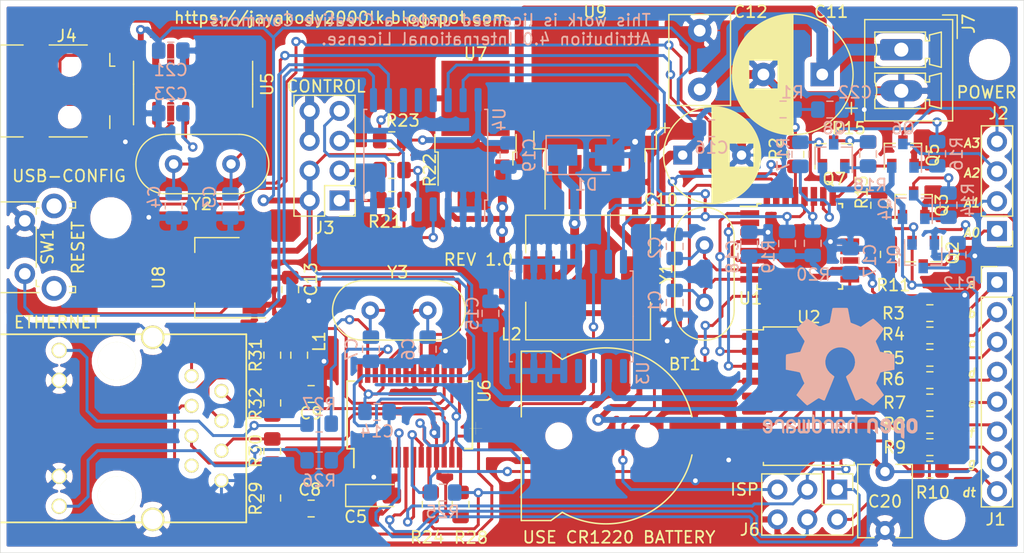
<source format=kicad_pcb>
(kicad_pcb (version 20171130) (host pcbnew 5.1.7-a382d34a8~88~ubuntu20.04.1)
  (title_block (title "Ethernet base NTP clock panel driver") (date 2019-12-28) (rev 1.0.0) (company "Dilshan R Jayakody") (comment 1 jayakody2000lk@gmail.com) (comment 2 jayakody2000lk.blogspot.com) (comment 3 https://github.com/dilshan/ntp-clock))
  (layers (0 F.Cu signal hide) (31 B.Cu signal) (34 B.Paste user hide) (35 F.Paste user hide) (36 B.SilkS user) (37 F.SilkS user hide) (38 B.Mask user hide) (39 F.Mask user hide) (44 Edge.Cuts user))
  (net 0 "")
  (net 1 "Net-(BT1-Pad1)")
  (net 2 GND)
  (net 3 "Net-(C1-Pad1)")
  (net 4 "Net-(C2-Pad1)")
  (net 5 "Net-(C3-Pad1)")
  (net 6 "Net-(C4-Pad1)")
  (net 7 "Net-(C5-Pad1)")
  (net 8 "Net-(C6-Pad1)")
  (net 9 "Net-(C7-Pad1)")
  (net 10 TCTR)
  (net 11 TCTT)
  (net 12 +5V)
  (net 13 +12V)
  (net 14 +3V3)
  (net 15 +8V)
  (net 16 "Net-(C22-Pad1)")
  (net 17 "Net-(C23-Pad1)")
  (net 18 "Net-(D1-Pad1)")
  (net 19 SSD1)
  (net 20 SSD2)
  (net 21 SSD3)
  (net 22 SSD4)
  (net 23 SSD5)
  (net 24 SSD6)
  (net 25 SSD7)
  (net 26 SSD8)
  (net 27 ANODE0)
  (net 28 ANODE1)
  (net 29 ANODE2)
  (net 30 ANODE3)
  (net 31 LED-BUSY)
  (net 32 LED-SYNC)
  (net 33 BTN-DATE)
  (net 34 BTN-SYNC)
  (net 35 "Net-(J4-Pad2)")
  (net 36 "Net-(J4-Pad3)")
  (net 37 RD-)
  (net 38 TD-)
  (net 39 TD+)
  (net 40 RD+)
  (net 41 LEDB)
  (net 42 LEDA)
  (net 43 MISO)
  (net 44 SCK)
  (net 45 MOSI)
  (net 46 RESET)
  (net 47 "Net-(Q1-Pad1)")
  (net 48 "Net-(Q1-Pad3)")
  (net 49 "Net-(Q2-Pad1)")
  (net 50 "Net-(Q3-Pad3)")
  (net 51 "Net-(Q3-Pad1)")
  (net 52 "Net-(Q4-Pad1)")
  (net 53 "Net-(Q5-Pad3)")
  (net 54 "Net-(Q5-Pad1)")
  (net 55 "Net-(Q6-Pad1)")
  (net 56 "Net-(Q7-Pad1)")
  (net 57 "Net-(Q7-Pad3)")
  (net 58 "Net-(Q8-Pad1)")
  (net 59 "Net-(R3-Pad2)")
  (net 60 "Net-(R4-Pad2)")
  (net 61 "Net-(R5-Pad2)")
  (net 62 "Net-(R6-Pad2)")
  (net 63 "Net-(R7-Pad2)")
  (net 64 "Net-(R8-Pad2)")
  (net 65 "Net-(R9-Pad2)")
  (net 66 "Net-(R10-Pad2)")
  (net 67 SEG0)
  (net 68 SEG1)
  (net 69 SEG2)
  (net 70 SEG3)
  (net 71 SCL)
  (net 72 SDA)
  (net 73 "Net-(R21-Pad1)")
  (net 74 "Net-(R22-Pad1)")
  (net 75 SYS-RESET)
  (net 76 ETH-RESET)
  (net 77 SS)
  (net 78 "Net-(R26-Pad1)")
  (net 79 "Net-(R27-Pad1)")
  (net 80 "Net-(R28-Pad2)")
  (net 81 SSD-DRIVE2)
  (net 82 SSD-DRIVE3)
  (net 83 SSD-DRIVE4)
  (net 84 SSD-DRIVE5)
  (net 85 SSD-DRIVE6)
  (net 86 SSD-DRIVE7)
  (net 87 SSD-DRIVE8)
  (net 88 RXD)
  (net 89 TXD)
  (net 90 SSD-DRIVE1)
  (module Symbol:OSHW-Logo2_14.6x12mm_SilkScreen (layer B.Cu) (at 147.574 106.68 180)
    (fp_text reference " " hide)
    (fp_text value " " hide)
  )
  (module MountingHole:MountingHole_2.5mm (layer F.Cu) (at 156.464 119.126)
    (fp_text reference " " (at 0 -3.5) (layer F.SilkS))
    (fp_text value MountingHole_2.5mm)
    (pad 1 np_thru_hole circle (at 0 0) (size 2.5 2.5) (drill 2.5) (layers *.Cu *.Mask))
  )
  (module MountingHole:MountingHole_2.5mm (layer F.Cu) (at 160.274 80.01)
    (fp_text reference " " (at 0 -3.5) (layer F.SilkS))
    (fp_text value MountingHole_2.5mm)
    (pad 1 np_thru_hole circle (at 0 0) (size 2.5 2.5) (drill 2.5) (layers *.Cu *.Mask))
  )
  (module MountingHole:MountingHole_2.5mm (layer F.Cu) (at 85.598 93.472)
    (fp_text reference " " (at 0 -3.5) (layer F.SilkS))
    (fp_text value MountingHole_2.5mm)
    (pad 1 np_thru_hole circle (at 0 0) (size 2.5 2.5) (drill 2.5) (layers *.Cu *.Mask))
  )
  (module CUSTOM:BAT_BC501SM (layer F.Cu) (at 127.66 112.02 180)
    (fp_text reference BT1 (at -6.706 6.102) (layer F.SilkS))
    (fp_text value CR1220)
    (fp_text user - (at -11.684 0.635) (layer F.SilkS) (effects (font (size 1.4 1.4) (thickness 0.015))))
    (fp_text user + (at 11.049 0.762) (layer F.SilkS) (effects (font (size 1.4 1.4) (thickness 0.015))))
    (pad None np_thru_hole circle (at 4 0 180) (size 1.3 1.3) (drill 1.3) (layers *.Cu *.Mask))
    (pad 1 smd rect (at 8.23 0 180) (size 3.54 2.6) (layers F.Cu F.Paste F.Mask) (net 1 "Net-(BT1-Pad1)"))
    (pad None np_thru_hole circle (at -3.5 0 180) (size 1 1) (drill 1) (layers *.Cu *.Mask))
    (pad 2 smd rect (at -7.57 0 180) (size 4.32 2.6) (layers F.Cu F.Paste F.Mask) (net 2 GND))
  )
  (module Capacitor_SMD:C_0805_2012Metric_Pad1.15x1.40mm_HandSolder (layer B.Cu) (at 133.51 100.68 270)
    (fp_text reference C1 (at -0.096 1.684 270) (layer B.SilkS) (effects (justify mirror)))
    (fp_text value 15pF)
    (pad 2 smd roundrect (at 1.025 0 270) (size 1.15 1.4) (layers B.Cu B.Paste B.Mask) (roundrect_rratio 0.217391) (net 2 GND))
    (pad 1 smd roundrect (at -1.025 0 270) (size 1.15 1.4) (layers B.Cu B.Paste B.Mask) (roundrect_rratio 0.217391) (net 3 "Net-(C1-Pad1)"))
  )
  (module Capacitor_SMD:C_0805_2012Metric_Pad1.15x1.40mm_HandSolder (layer B.Cu) (at 133.51 95.905 90)
    (fp_text reference C2 (at -0.107 -1.684 270) (layer B.SilkS) (effects (justify mirror)))
    (fp_text value 15pF)
    (pad 1 smd roundrect (at -1.025 0 90) (size 1.15 1.4) (layers B.Cu B.Paste B.Mask) (roundrect_rratio 0.217391) (net 4 "Net-(C2-Pad1)"))
    (pad 2 smd roundrect (at 1.025 0 90) (size 1.15 1.4) (layers B.Cu B.Paste B.Mask) (roundrect_rratio 0.217391) (net 2 GND))
  )
  (module Capacitor_SMD:C_0805_2012Metric_Pad1.15x1.40mm_HandSolder (layer B.Cu) (at 95.758 92.465 270)
    (fp_text reference C3 (at -0.771 1.778 270) (layer B.SilkS) (effects (justify mirror)))
    (fp_text value 22pF)
    (pad 1 smd roundrect (at -1.025 0 270) (size 1.15 1.4) (layers B.Cu B.Paste B.Mask) (roundrect_rratio 0.217391) (net 5 "Net-(C3-Pad1)"))
    (pad 2 smd roundrect (at 1.025 0 270) (size 1.15 1.4) (layers B.Cu B.Paste B.Mask) (roundrect_rratio 0.217391) (net 2 GND))
  )
  (module Capacitor_SMD:C_0805_2012Metric_Pad1.15x1.40mm_HandSolder (layer B.Cu) (at 90.932 92.447 270)
    (fp_text reference C4 (at -0.753 1.65 90) (layer B.SilkS) (effects (justify mirror)))
    (fp_text value 22pF)
    (pad 2 smd roundrect (at 1.025 0 270) (size 1.15 1.4) (layers B.Cu B.Paste B.Mask) (roundrect_rratio 0.217391) (net 2 GND))
    (pad 1 smd roundrect (at -1.025 0 270) (size 1.15 1.4) (layers B.Cu B.Paste B.Mask) (roundrect_rratio 0.217391) (net 6 "Net-(C4-Pad1)"))
  )
  (module Capacitor_Tantalum_SMD:CP_EIA-3216-18_Kemet-A_Pad1.58x1.35mm_HandSolder (layer F.Cu) (at 108.0365 117.094)
    (fp_text reference C5 (at -1.6365 1.806) (layer F.SilkS))
    (fp_text value 10MFD)
    (pad 1 smd roundrect (at -1.4375 0) (size 1.575 1.35) (layers F.Cu F.Paste F.Mask) (roundrect_rratio 0.185185) (net 7 "Net-(C5-Pad1)"))
    (pad 2 smd roundrect (at 1.4375 0) (size 1.575 1.35) (layers F.Cu F.Paste F.Mask) (roundrect_rratio 0.185185) (net 2 GND))
  )
  (module Capacitor_SMD:C_0805_2012Metric_Pad1.15x1.40mm_HandSolder (layer B.Cu) (at 112.522 104.648 270)
    (fp_text reference C6 (at 0 1.65 90) (layer B.SilkS) (effects (justify mirror)))
    (fp_text value 18pF)
    (pad 1 smd roundrect (at -1.025 0 270) (size 1.15 1.4) (layers B.Cu B.Paste B.Mask) (roundrect_rratio 0.217391) (net 8 "Net-(C6-Pad1)"))
    (pad 2 smd roundrect (at 1.025 0 270) (size 1.15 1.4) (layers B.Cu B.Paste B.Mask) (roundrect_rratio 0.217391) (net 2 GND))
  )
  (module Capacitor_SMD:C_0805_2012Metric_Pad1.15x1.40mm_HandSolder (layer B.Cu) (at 107.696 104.648 270)
    (fp_text reference C7 (at 0 1.65 90) (layer B.SilkS) (effects (justify mirror)))
    (fp_text value 18pF)
    (pad 2 smd roundrect (at 1.025 0 270) (size 1.15 1.4) (layers B.Cu B.Paste B.Mask) (roundrect_rratio 0.217391) (net 2 GND))
    (pad 1 smd roundrect (at -1.025 0 270) (size 1.15 1.4) (layers B.Cu B.Paste B.Mask) (roundrect_rratio 0.217391) (net 9 "Net-(C7-Pad1)"))
  )
  (module Capacitor_SMD:C_0805_2012Metric_Pad1.15x1.40mm_HandSolder (layer F.Cu) (at 102.615 118.2)
    (fp_text reference C8 (at -0.115 -1.614) (layer F.SilkS))
    (fp_text value 0.01MFD)
    (pad 1 smd roundrect (at -1.025 0) (size 1.15 1.4) (layers F.Cu F.Paste F.Mask) (roundrect_rratio 0.217391) (net 10 TCTR))
    (pad 2 smd roundrect (at 1.025 0) (size 1.15 1.4) (layers F.Cu F.Paste F.Mask) (roundrect_rratio 0.217391) (net 2 GND))
  )
  (module Capacitor_SMD:C_0805_2012Metric_Pad1.15x1.40mm_HandSolder (layer F.Cu) (at 102.616 108.458)
    (fp_text reference C9 (at -0.016 1.642) (layer F.SilkS))
    (fp_text value 0.01MFD)
    (pad 2 smd roundrect (at 1.025 0) (size 1.15 1.4) (layers F.Cu F.Paste F.Mask) (roundrect_rratio 0.217391) (net 2 GND))
    (pad 1 smd roundrect (at -1.025 0) (size 1.15 1.4) (layers F.Cu F.Paste F.Mask) (roundrect_rratio 0.217391) (net 11 TCTT))
  )
  (module Capacitor_THT:CP_Radial_D8.0mm_P5.00mm (layer F.Cu) (at 134.192 88.138)
    (fp_text reference C10 (at -1.858 3.81) (layer F.SilkS))
    (fp_text value 220MFD)
    (pad 1 thru_hole rect (at 0 0) (size 1.6 1.6) (drill 0.8) (layers *.Cu *.Mask) (net 12 +5V))
    (pad 2 thru_hole circle (at 5 0) (size 1.6 1.6) (drill 0.8) (layers *.Cu *.Mask) (net 2 GND))
  )
  (module Capacitor_THT:CP_Radial_D10.0mm_P5.00mm (layer F.Cu) (at 146.05 81.28 180)
    (fp_text reference C11 (at -0.762 5.334) (layer F.SilkS))
    (fp_text value 470MFD)
    (pad 1 thru_hole rect (at 0 0 180) (size 2 2) (drill 1) (layers *.Cu *.Mask) (net 13 +12V))
    (pad 2 thru_hole circle (at 5 0 180) (size 2 2) (drill 1) (layers *.Cu *.Mask) (net 2 GND))
  )
  (module Capacitor_THT:C_Disc_D7.5mm_W5.0mm_P5.00mm (layer F.Cu) (at 135.636 82.55 90)
    (fp_text reference C12 (at 6.604 4.318 180) (layer F.SilkS))
    (fp_text value 0.1MFD)
    (pad 1 thru_hole circle (at 0 0 90) (size 2 2) (drill 1) (layers *.Cu *.Mask) (net 13 +12V))
    (pad 2 thru_hole circle (at 5 0 90) (size 2 2) (drill 1) (layers *.Cu *.Mask) (net 2 GND))
  )
  (module Capacitor_SMD:C_0805_2012Metric_Pad1.15x1.40mm_HandSolder (layer F.Cu) (at 100.838 99.577 270)
    (fp_text reference C13 (at -0.877 -1.762 90) (layer F.SilkS))
    (fp_text value 0.1MFD)
    (pad 1 smd roundrect (at -1.025 0 270) (size 1.15 1.4) (layers F.Cu F.Paste F.Mask) (roundrect_rratio 0.217391) (net 14 +3V3))
    (pad 2 smd roundrect (at 1.025 0 270) (size 1.15 1.4) (layers F.Cu F.Paste F.Mask) (roundrect_rratio 0.217391) (net 2 GND))
  )
  (module Capacitor_SMD:C_0805_2012Metric_Pad1.15x1.40mm_HandSolder (layer B.Cu) (at 108.213 109.982)
    (fp_text reference C14 (at 0 1.65) (layer B.SilkS) (effects (justify mirror)))
    (fp_text value 0.1MFD)
    (pad 2 smd roundrect (at 1.025 0) (size 1.15 1.4) (layers B.Cu B.Paste B.Mask) (roundrect_rratio 0.217391) (net 2 GND))
    (pad 1 smd roundrect (at -1.025 0) (size 1.15 1.4) (layers B.Cu B.Paste B.Mask) (roundrect_rratio 0.217391) (net 14 +3V3))
  )
  (module Capacitor_SMD:C_0805_2012Metric_Pad1.15x1.40mm_HandSolder (layer B.Cu) (at 117.856 101.6 90)
    (fp_text reference C15 (at 0 -1.524 270) (layer B.SilkS) (effects (justify mirror)))
    (fp_text value 0.1MFD)
    (pad 1 smd roundrect (at -1.025 0 90) (size 1.15 1.4) (layers B.Cu B.Paste B.Mask) (roundrect_rratio 0.217391) (net 12 +5V))
    (pad 2 smd roundrect (at 1.025 0 90) (size 1.15 1.4) (layers B.Cu B.Paste B.Mask) (roundrect_rratio 0.217391) (net 2 GND))
  )
  (module Capacitor_SMD:C_0805_2012Metric_Pad1.15x1.40mm_HandSolder (layer B.Cu) (at 136.643 85.852)
    (fp_text reference C16 (at 0 1.65) (layer B.SilkS) (effects (justify mirror)))
    (fp_text value 0.1MFD)
    (pad 1 smd roundrect (at -1.025 0) (size 1.15 1.4) (layers B.Cu B.Paste B.Mask) (roundrect_rratio 0.217391) (net 12 +5V))
    (pad 2 smd roundrect (at 1.025 0) (size 1.15 1.4) (layers B.Cu B.Paste B.Mask) (roundrect_rratio 0.217391) (net 2 GND))
  )
  (module Capacitor_SMD:C_0805_2012Metric_Pad1.15x1.40mm_HandSolder (layer B.Cu) (at 148.45 97.12 90)
    (fp_text reference C17 (at 0 1.65 90) (layer B.SilkS) (effects (justify mirror)))
    (fp_text value 0.1MFD)
    (pad 2 smd roundrect (at 1.025 0 90) (size 1.15 1.4) (layers B.Cu B.Paste B.Mask) (roundrect_rratio 0.217391) (net 2 GND))
    (pad 1 smd roundrect (at -1.025 0 90) (size 1.15 1.4) (layers B.Cu B.Paste B.Mask) (roundrect_rratio 0.217391) (net 12 +5V))
  )
  (module Capacitor_SMD:C_0805_2012Metric_Pad1.15x1.40mm_HandSolder (layer B.Cu) (at 139.84 95.71 90)
    (fp_text reference C18 (at -1.064 -1.41 90) (layer B.SilkS) (effects (justify mirror)))
    (fp_text value 0.1MFD)
    (pad 1 smd roundrect (at -1.025 0 90) (size 1.15 1.4) (layers B.Cu B.Paste B.Mask) (roundrect_rratio 0.217391) (net 12 +5V))
    (pad 2 smd roundrect (at 1.025 0 90) (size 1.15 1.4) (layers B.Cu B.Paste B.Mask) (roundrect_rratio 0.217391) (net 2 GND))
  )
  (module Capacitor_SMD:C_0805_2012Metric_Pad1.15x1.40mm_HandSolder (layer B.Cu) (at 119.38 88.129 270)
    (fp_text reference C19 (at 0 -1.778 270) (layer B.SilkS) (effects (justify mirror)))
    (fp_text value 0.1MFD)
    (pad 2 smd roundrect (at 1.025 0 270) (size 1.15 1.4) (layers B.Cu B.Paste B.Mask) (roundrect_rratio 0.217391) (net 2 GND))
    (pad 1 smd roundrect (at -1.025 0 270) (size 1.15 1.4) (layers B.Cu B.Paste B.Mask) (roundrect_rratio 0.217391) (net 12 +5V))
  )
  (module Capacitor_THT:C_Disc_D6.0mm_W4.4mm_P5.00mm (layer F.Cu) (at 151.384 115.062 270)
    (fp_text reference C20 (at 2.54 0 180) (layer F.SilkS))
    (fp_text value 0.1MFD)
    (pad 1 thru_hole circle (at 0 0 270) (size 1.6 1.6) (drill 0.8) (layers *.Cu *.Mask) (net 15 +8V))
    (pad 2 thru_hole circle (at 5 0 270) (size 1.6 1.6) (drill 0.8) (layers *.Cu *.Mask) (net 2 GND))
  )
  (module Capacitor_SMD:C_0805_2012Metric_Pad1.15x1.40mm_HandSolder (layer B.Cu) (at 90.687 79.248)
    (fp_text reference C21 (at 0 1.65) (layer B.SilkS) (effects (justify mirror)))
    (fp_text value 0.1MFD)
    (pad 1 smd roundrect (at -1.025 0) (size 1.15 1.4) (layers B.Cu B.Paste B.Mask) (roundrect_rratio 0.217391) (net 12 +5V))
    (pad 2 smd roundrect (at 1.025 0) (size 1.15 1.4) (layers B.Cu B.Paste B.Mask) (roundrect_rratio 0.217391) (net 2 GND))
  )
  (module Capacitor_SMD:C_0805_2012Metric_Pad1.15x1.40mm_HandSolder (layer B.Cu) (at 146.7 84.266)
    (fp_text reference C22 (at 2.144 -1.462) (layer B.SilkS) (effects (justify mirror)))
    (fp_text value 0.1MFD)
    (pad 2 smd roundrect (at 1.025 0) (size 1.15 1.4) (layers B.Cu B.Paste B.Mask) (roundrect_rratio 0.217391) (net 2 GND))
    (pad 1 smd roundrect (at -1.025 0) (size 1.15 1.4) (layers B.Cu B.Paste B.Mask) (roundrect_rratio 0.217391) (net 16 "Net-(C22-Pad1)"))
  )
  (module Capacitor_SMD:C_0805_2012Metric_Pad1.15x1.40mm_HandSolder (layer B.Cu) (at 90.687 84.582 180)
    (fp_text reference C23 (at 0 1.65) (layer B.SilkS) (effects (justify mirror)))
    (fp_text value 0.1MFD)
    (pad 2 smd roundrect (at 1.025 0 180) (size 1.15 1.4) (layers B.Cu B.Paste B.Mask) (roundrect_rratio 0.217391) (net 2 GND))
    (pad 1 smd roundrect (at -1.025 0 180) (size 1.15 1.4) (layers B.Cu B.Paste B.Mask) (roundrect_rratio 0.217391) (net 17 "Net-(C23-Pad1)"))
  )
  (module Diode_SMD:D_SMA (layer B.Cu) (at 125.984 88.138)
    (fp_text reference D1 (at 0 2.5) (layer B.SilkS) (effects (justify mirror)))
    (fp_text value SS14)
    (pad 1 smd rect (at -2 0) (size 2.5 1.8) (layers B.Cu B.Paste B.Mask) (net 18 "Net-(D1-Pad1)"))
    (pad 2 smd rect (at 2 0) (size 2.5 1.8) (layers B.Cu B.Paste B.Mask) (net 2 GND))
  )
  (module Connector_PinHeader_2.54mm:PinHeader_1x08_P2.54mm_Vertical (layer F.Cu) (at 160.9 98.95)
    (fp_text reference J1 (at -0.118 20.176) (layer F.SilkS))
    (fp_text value SSD-DATA)
    (pad 1 thru_hole rect (at 0 0) (size 1.7 1.7) (drill 1) (layers *.Cu *.Mask) (net 19 SSD1))
    (pad 2 thru_hole oval (at 0 2.54) (size 1.7 1.7) (drill 1) (layers *.Cu *.Mask) (net 20 SSD2))
    (pad 3 thru_hole oval (at 0 5.08) (size 1.7 1.7) (drill 1) (layers *.Cu *.Mask) (net 21 SSD3))
    (pad 4 thru_hole oval (at 0 7.62) (size 1.7 1.7) (drill 1) (layers *.Cu *.Mask) (net 22 SSD4))
    (pad 5 thru_hole oval (at 0 10.16) (size 1.7 1.7) (drill 1) (layers *.Cu *.Mask) (net 23 SSD5))
    (pad 6 thru_hole oval (at 0 12.7) (size 1.7 1.7) (drill 1) (layers *.Cu *.Mask) (net 24 SSD6))
    (pad 7 thru_hole oval (at 0 15.24) (size 1.7 1.7) (drill 1) (layers *.Cu *.Mask) (net 25 SSD7))
    (pad 8 thru_hole oval (at 0 17.78) (size 1.7 1.7) (drill 1) (layers *.Cu *.Mask) (net 26 SSD8))
  )
  (module Connector_PinHeader_2.54mm:PinHeader_1x04_P2.54mm_Vertical (layer F.Cu) (at 160.9 94.6 180)
    (fp_text reference J2 (at -0.136 10.018) (layer F.SilkS))
    (fp_text value SSD-SEG)
    (pad 1 thru_hole rect (at 0 0 180) (size 1.7 1.7) (drill 1) (layers *.Cu *.Mask) (net 27 ANODE0))
    (pad 2 thru_hole oval (at 0 2.54 180) (size 1.7 1.7) (drill 1) (layers *.Cu *.Mask) (net 28 ANODE1))
    (pad 3 thru_hole oval (at 0 5.08 180) (size 1.7 1.7) (drill 1) (layers *.Cu *.Mask) (net 29 ANODE2))
    (pad 4 thru_hole oval (at 0 7.62 180) (size 1.7 1.7) (drill 1) (layers *.Cu *.Mask) (net 30 ANODE3))
  )
  (module Connector_PinHeader_2.54mm:PinHeader_2x04_P2.54mm_Vertical (layer F.Cu) (at 105.028 92 180)
    (fp_text reference J3 (at 1.27 -2.33) (layer F.SilkS))
    (fp_text value CNTRL)
    (pad 1 thru_hole rect (at 0 0 180) (size 1.7 1.7) (drill 1) (layers *.Cu *.Mask) (net 31 LED-BUSY))
    (pad 2 thru_hole oval (at 2.54 0 180) (size 1.7 1.7) (drill 1) (layers *.Cu *.Mask) (net 12 +5V))
    (pad 3 thru_hole oval (at 0 2.54 180) (size 1.7 1.7) (drill 1) (layers *.Cu *.Mask) (net 32 LED-SYNC))
    (pad 4 thru_hole oval (at 2.54 2.54 180) (size 1.7 1.7) (drill 1) (layers *.Cu *.Mask) (net 12 +5V))
    (pad 5 thru_hole oval (at 0 5.08 180) (size 1.7 1.7) (drill 1) (layers *.Cu *.Mask) (net 33 BTN-DATE))
    (pad 6 thru_hole oval (at 2.54 5.08 180) (size 1.7 1.7) (drill 1) (layers *.Cu *.Mask) (net 2 GND))
    (pad 7 thru_hole oval (at 0 7.62 180) (size 1.7 1.7) (drill 1) (layers *.Cu *.Mask) (net 34 BTN-SYNC))
    (pad 8 thru_hole oval (at 2.54 7.62 180) (size 1.7 1.7) (drill 1) (layers *.Cu *.Mask) (net 2 GND))
  )
  (module Connector_USB:USB_Mini-B_Lumberg_2486_01_Horizontal (layer F.Cu) (at 82.098 82.682 270)
    (fp_text reference J4 (at -4.682 0.258 180) (layer F.SilkS))
    (fp_text value USB)
    (pad 1 smd rect (at -1.6 -2.7 270) (size 0.5 2) (layers F.Cu F.Paste F.Mask))
    (pad 2 smd rect (at -0.8 -2.7 270) (size 0.5 2) (layers F.Cu F.Paste F.Mask) (net 35 "Net-(J4-Pad2)"))
    (pad 3 smd rect (at 0 -2.7 270) (size 0.5 2) (layers F.Cu F.Paste F.Mask) (net 36 "Net-(J4-Pad3)"))
    (pad 4 smd rect (at 0.8 -2.7 270) (size 0.5 2) (layers F.Cu F.Paste F.Mask))
    (pad 5 smd rect (at 1.6 -2.7 270) (size 0.5 2) (layers F.Cu F.Paste F.Mask) (net 2 GND))
    (pad 6 smd rect (at -4.45 -2.6 270) (size 2 1.7) (layers F.Cu F.Paste F.Mask) (net 2 GND))
    (pad 6 smd rect (at -4.45 2.85 270) (size 2 1.7) (layers F.Cu F.Paste F.Mask) (net 2 GND))
    (pad 6 smd rect (at 4.45 -2.6 270) (size 2 1.7) (layers F.Cu F.Paste F.Mask) (net 2 GND))
    (pad 6 smd rect (at 4.45 2.85 270) (size 2 1.7) (layers F.Cu F.Paste F.Mask) (net 2 GND))
    (pad "" np_thru_hole circle (at -2.2 0 270) (size 1 1) (drill 1) (layers *.Cu *.Mask))
    (pad "" np_thru_hole circle (at 2.2 0 270) (size 1 1) (drill 1) (layers *.Cu *.Mask))
  )
  (module CUSTOM:HR911105a (layer F.Cu) (at 86.104 111.377 90)
    (fp_text reference J5 hide)
    (fp_text value HR911105A hide)
    (pad "" np_thru_hole circle (at -5.715 0 90) (size 3.25 3.25) (drill 3.25) (layers *.Cu *.Mask F.SilkS))
    (pad "" np_thru_hole circle (at 5.715 0 90) (size 3.25 3.25) (drill 3.25) (layers *.Cu *.Mask F.SilkS))
    (pad 13 thru_hole circle (at 7.745 3.05 90) (size 2 2) (drill 1.65) (layers *.Cu *.Mask F.SilkS) (net 2 GND))
    (pad 14 thru_hole circle (at -7.745 3.05 90) (size 2 2) (drill 1.65) (layers *.Cu *.Mask F.SilkS) (net 2 GND))
    (pad 4 thru_hole circle (at 0.635 8.89 90) (size 1.2 1.2) (drill 0.9) (layers *.Cu *.Mask F.SilkS) (net 11 TCTT))
    (pad 6 thru_hole circle (at -1.905 8.89 90) (size 1.2 1.2) (drill 0.9) (layers *.Cu *.Mask F.SilkS) (net 37 RD-))
    (pad 8 thru_hole circle (at -4.445 8.89 90) (size 1.2 1.2) (drill 0.9) (layers *.Cu *.Mask F.SilkS) (net 2 GND))
    (pad 2 thru_hole circle (at 3.175 8.89 90) (size 1.2 1.2) (drill 0.9) (layers *.Cu *.Mask F.SilkS) (net 38 TD-))
    (pad 1 thru_hole circle (at 4.445 6.35 90) (size 1.2 1.2) (drill 0.9) (layers *.Cu *.Mask F.SilkS) (net 39 TD+))
    (pad 3 thru_hole circle (at 1.905 6.35 90) (size 1.2 1.2) (drill 0.9) (layers *.Cu *.Mask F.SilkS) (net 40 RD+))
    (pad 5 thru_hole circle (at -0.635 6.35 90) (size 1.2 1.2) (drill 0.9) (layers *.Cu *.Mask F.SilkS) (net 10 TCTR))
    (pad 7 thru_hole circle (at -3.175 6.35 90) (size 1.2 1.2) (drill 0.9) (layers *.Cu *.Mask F.SilkS))
    (pad 12 thru_hole circle (at -6.625 -4.9 90) (size 1.3 1.3) (drill 1.04) (layers *.Cu *.Mask F.SilkS) (net 41 LEDB))
    (pad 11 thru_hole circle (at -4.085 -4.9 90) (size 1.3 1.3) (drill 1.04) (layers *.Cu *.Mask F.SilkS) (net 2 GND))
    (pad 9 thru_hole circle (at 6.625 -4.9 90) (size 1.3 1.3) (drill 1.04) (layers *.Cu *.Mask F.SilkS) (net 42 LEDA))
    (pad 10 thru_hole circle (at 4.085 -4.9 90) (size 1.3 1.3) (drill 1.04) (layers *.Cu *.Mask F.SilkS) (net 2 GND))
  )
  (module Connector_PinHeader_2.54mm:PinHeader_2x03_P2.54mm_Vertical (layer F.Cu) (at 147.32 116.586 270)
    (fp_text reference J6 (at 3.414 7.42 180) (layer F.SilkS))
    (fp_text value ISP)
    (pad 1 thru_hole rect (at 0 0 270) (size 1.7 1.7) (drill 1) (layers *.Cu *.Mask) (net 43 MISO))
    (pad 2 thru_hole oval (at 2.54 0 270) (size 1.7 1.7) (drill 1) (layers *.Cu *.Mask) (net 12 +5V))
    (pad 3 thru_hole oval (at 0 2.54 270) (size 1.7 1.7) (drill 1) (layers *.Cu *.Mask) (net 44 SCK))
    (pad 4 thru_hole oval (at 2.54 2.54 270) (size 1.7 1.7) (drill 1) (layers *.Cu *.Mask) (net 45 MOSI))
    (pad 5 thru_hole oval (at 0 5.08 270) (size 1.7 1.7) (drill 1) (layers *.Cu *.Mask) (net 46 RESET))
    (pad 6 thru_hole oval (at 2.54 5.08 270) (size 1.7 1.7) (drill 1) (layers *.Cu *.Mask) (net 2 GND))
  )
  (module Inductor_SMD:L_0805_2012Metric_Pad1.15x1.40mm_HandSolder (layer F.Cu) (at 101.6 105.156 270)
    (fp_text reference L1 (at -1.156 -1.7 90) (layer F.SilkS))
    (fp_text value 10uH)
    (pad 1 smd roundrect (at -1.025 0 270) (size 1.15 1.4) (layers F.Cu F.Paste F.Mask) (roundrect_rratio 0.217391) (net 14 +3V3))
    (pad 2 smd roundrect (at 1.025 0 270) (size 1.15 1.4) (layers F.Cu F.Paste F.Mask) (roundrect_rratio 0.217391) (net 11 TCTT))
  )
  (module Inductor_SMD:L_10.4x10.4_H4.8 (layer F.Cu) (at 126.152 98.552)
    (fp_text reference L2 (at -6.518 4.826) (layer F.SilkS))
    (fp_text value 33uH)
    (pad 1 smd rect (at -4.15 0) (size 2.7 3.6) (layers F.Cu F.Paste F.Mask) (net 18 "Net-(D1-Pad1)"))
    (pad 2 smd rect (at 4.15 0) (size 2.7 3.6) (layers F.Cu F.Paste F.Mask) (net 12 +5V))
  )
  (module Package_TO_SOT_SMD:SOT-23 (layer B.Cu) (at 154.63 96.74 270)
    (fp_text reference Q1 (at 0 2.5 270) (layer B.SilkS) (effects (justify mirror)))
    (fp_text value BC817)
    (pad 1 smd rect (at -1 0.95 270) (size 0.9 0.8) (layers B.Cu B.Paste B.Mask) (net 47 "Net-(Q1-Pad1)"))
    (pad 2 smd rect (at -1 -0.95 270) (size 0.9 0.8) (layers B.Cu B.Paste B.Mask) (net 2 GND))
    (pad 3 smd rect (at 1 0 270) (size 0.9 0.8) (layers B.Cu B.Paste B.Mask) (net 48 "Net-(Q1-Pad3)"))
  )
  (module Package_TO_SOT_SMD:SOT-23 (layer F.Cu) (at 154.63 96.45 270)
    (fp_text reference Q2 (at 0 -2.5 270) (layer F.SilkS))
    (fp_text value BC858)
    (pad 1 smd rect (at -1 -0.95 270) (size 0.9 0.8) (layers F.Cu F.Paste F.Mask) (net 49 "Net-(Q2-Pad1)"))
    (pad 2 smd rect (at -1 0.95 270) (size 0.9 0.8) (layers F.Cu F.Paste F.Mask) (net 15 +8V))
    (pad 3 smd rect (at 1 0 270) (size 0.9 0.8) (layers F.Cu F.Paste F.Mask) (net 27 ANODE0))
  )
  (module Package_TO_SOT_SMD:SOT-23 (layer F.Cu) (at 153.82 92.25 90)
    (fp_text reference Q3 (at -0.15 2.38 90) (layer F.SilkS))
    (fp_text value BC817)
    (pad 3 smd rect (at 1 0 90) (size 0.9 0.8) (layers F.Cu F.Paste F.Mask) (net 50 "Net-(Q3-Pad3)"))
    (pad 2 smd rect (at -1 0.95 90) (size 0.9 0.8) (layers F.Cu F.Paste F.Mask) (net 2 GND))
    (pad 1 smd rect (at -1 -0.95 90) (size 0.9 0.8) (layers F.Cu F.Paste F.Mask) (net 51 "Net-(Q3-Pad1)"))
  )
  (module Package_TO_SOT_SMD:SOT-23 (layer B.Cu) (at 153.82 92.55 90)
    (fp_text reference Q4 (at -0.16 -2.436 270) (layer B.SilkS) (effects (justify mirror)))
    (fp_text value BC858)
    (pad 3 smd rect (at 1 0 90) (size 0.9 0.8) (layers B.Cu B.Paste B.Mask) (net 28 ANODE1))
    (pad 2 smd rect (at -1 -0.95 90) (size 0.9 0.8) (layers B.Cu B.Paste B.Mask) (net 15 +8V))
    (pad 1 smd rect (at -1 0.95 90) (size 0.9 0.8) (layers B.Cu B.Paste B.Mask) (net 52 "Net-(Q4-Pad1)"))
  )
  (module Package_TO_SOT_SMD:SOT-23 (layer F.Cu) (at 152.91 87.898 90)
    (fp_text reference Q5 (at -0.24 2.538 90) (layer F.SilkS))
    (fp_text value BC817)
    (pad 3 smd rect (at 1 0 90) (size 0.9 0.8) (layers F.Cu F.Paste F.Mask) (net 53 "Net-(Q5-Pad3)"))
    (pad 2 smd rect (at -1 0.95 90) (size 0.9 0.8) (layers F.Cu F.Paste F.Mask) (net 2 GND))
    (pad 1 smd rect (at -1 -0.95 90) (size 0.9 0.8) (layers F.Cu F.Paste F.Mask) (net 54 "Net-(Q5-Pad1)"))
  )
  (module Package_TO_SOT_SMD:SOT-23 (layer B.Cu) (at 152.9 88.188 90)
    (fp_text reference Q6 (at 2.336 0.008 180) (layer B.SilkS) (effects (justify mirror)))
    (fp_text value BC858)
    (pad 1 smd rect (at -1 0.95 90) (size 0.9 0.8) (layers B.Cu B.Paste B.Mask) (net 55 "Net-(Q6-Pad1)"))
    (pad 2 smd rect (at -1 -0.95 90) (size 0.9 0.8) (layers B.Cu B.Paste B.Mask) (net 15 +8V))
    (pad 3 smd rect (at 1 0 90) (size 0.9 0.8) (layers B.Cu B.Paste B.Mask) (net 29 ANODE2))
  )
  (module Package_TO_SOT_SMD:SOT-23 (layer F.Cu) (at 147.02 87.918 90)
    (fp_text reference Q7 (at -2.252 0.046 180) (layer F.SilkS))
    (fp_text value BC817)
    (pad 1 smd rect (at -1 -0.95 90) (size 0.9 0.8) (layers F.Cu F.Paste F.Mask) (net 56 "Net-(Q7-Pad1)"))
    (pad 2 smd rect (at -1 0.95 90) (size 0.9 0.8) (layers F.Cu F.Paste F.Mask) (net 2 GND))
    (pad 3 smd rect (at 1 0 90) (size 0.9 0.8) (layers F.Cu F.Paste F.Mask) (net 57 "Net-(Q7-Pad3)"))
  )
  (module Package_TO_SOT_SMD:SOT-23 (layer B.Cu) (at 147.02 88.218 90)
    (fp_text reference Q8 (at 2.366 0.046 180) (layer B.SilkS) (effects (justify mirror)))
    (fp_text value BC858)
    (pad 3 smd rect (at 1 0 90) (size 0.9 0.8) (layers B.Cu B.Paste B.Mask) (net 30 ANODE3))
    (pad 2 smd rect (at -1 -0.95 90) (size 0.9 0.8) (layers B.Cu B.Paste B.Mask) (net 15 +8V))
    (pad 1 smd rect (at -1 0.95 90) (size 0.9 0.8) (layers B.Cu B.Paste B.Mask) (net 58 "Net-(Q8-Pad1)"))
  )
  (module Resistor_SMD:R_0805_2012Metric_Pad1.15x1.40mm_HandSolder (layer B.Cu) (at 142.72 84.256)
    (fp_text reference R1 (at 0.79 -1.452) (layer B.SilkS) (effects (justify mirror)))
    (fp_text value 22K)
    (pad 1 smd roundrect (at -1.025 0) (size 1.15 1.4) (layers B.Cu B.Paste B.Mask) (roundrect_rratio 0.217391) (net 12 +5V))
    (pad 2 smd roundrect (at 1.025 0) (size 1.15 1.4) (layers B.Cu B.Paste B.Mask) (roundrect_rratio 0.217391) (net 16 "Net-(C22-Pad1)"))
  )
  (module Resistor_SMD:R_0805_2012Metric_Pad1.15x1.40mm_HandSolder (layer F.Cu) (at 143.77 88.073 270)
    (fp_text reference R2 (at -0.473 1.67 90) (layer F.SilkS))
    (fp_text value 0R)
    (pad 1 smd roundrect (at -1.025 0 270) (size 1.15 1.4) (layers F.Cu F.Paste F.Mask) (roundrect_rratio 0.217391) (net 16 "Net-(C22-Pad1)"))
    (pad 2 smd roundrect (at 1.025 0 270) (size 1.15 1.4) (layers F.Cu F.Paste F.Mask) (roundrect_rratio 0.217391) (net 46 RESET))
  )
  (module Resistor_SMD:R_0805_2012Metric_Pad1.15x1.40mm_HandSolder (layer F.Cu) (at 155.195 101.58 180)
    (fp_text reference R3 (at 3.095 -0.02 180) (layer F.SilkS))
    (fp_text value 220R)
    (pad 2 smd roundrect (at 1.025 0 180) (size 1.15 1.4) (layers F.Cu F.Paste F.Mask) (roundrect_rratio 0.217391) (net 59 "Net-(R3-Pad2)"))
    (pad 1 smd roundrect (at -1.025 0 180) (size 1.15 1.4) (layers F.Cu F.Paste F.Mask) (roundrect_rratio 0.217391) (net 19 SSD1))
  )
  (module Resistor_SMD:R_0805_2012Metric_Pad1.15x1.40mm_HandSolder (layer F.Cu) (at 155.2 103.48 180)
    (fp_text reference R4 (at 3.1 0.102 180) (layer F.SilkS))
    (fp_text value 220R)
    (pad 2 smd roundrect (at 1.025 0 180) (size 1.15 1.4) (layers F.Cu F.Paste F.Mask) (roundrect_rratio 0.217391) (net 60 "Net-(R4-Pad2)"))
    (pad 1 smd roundrect (at -1.025 0 180) (size 1.15 1.4) (layers F.Cu F.Paste F.Mask) (roundrect_rratio 0.217391) (net 20 SSD2))
  )
  (module Resistor_SMD:R_0805_2012Metric_Pad1.15x1.40mm_HandSolder (layer F.Cu) (at 155.195 105.38 180)
    (fp_text reference R5 (at 3.095 -0.02 180) (layer F.SilkS))
    (fp_text value 220R)
    (pad 1 smd roundrect (at -1.025 0 180) (size 1.15 1.4) (layers F.Cu F.Paste F.Mask) (roundrect_rratio 0.217391) (net 21 SSD3))
    (pad 2 smd roundrect (at 1.025 0 180) (size 1.15 1.4) (layers F.Cu F.Paste F.Mask) (roundrect_rratio 0.217391) (net 61 "Net-(R5-Pad2)"))
  )
  (module Resistor_SMD:R_0805_2012Metric_Pad1.15x1.40mm_HandSolder (layer F.Cu) (at 155.195 107.28 180)
    (fp_text reference R6 (at 3.095 0.092 180) (layer F.SilkS))
    (fp_text value 220R)
    (pad 2 smd roundrect (at 1.025 0 180) (size 1.15 1.4) (layers F.Cu F.Paste F.Mask) (roundrect_rratio 0.217391) (net 62 "Net-(R6-Pad2)"))
    (pad 1 smd roundrect (at -1.025 0 180) (size 1.15 1.4) (layers F.Cu F.Paste F.Mask) (roundrect_rratio 0.217391) (net 22 SSD4))
  )
  (module Resistor_SMD:R_0805_2012Metric_Pad1.15x1.40mm_HandSolder (layer F.Cu) (at 155.195 109.18 180)
    (fp_text reference R7 (at 2.995 -0.02 180) (layer F.SilkS))
    (fp_text value 220R)
    (pad 1 smd roundrect (at -1.025 0 180) (size 1.15 1.4) (layers F.Cu F.Paste F.Mask) (roundrect_rratio 0.217391) (net 23 SSD5))
    (pad 2 smd roundrect (at 1.025 0 180) (size 1.15 1.4) (layers F.Cu F.Paste F.Mask) (roundrect_rratio 0.217391) (net 63 "Net-(R7-Pad2)"))
  )
  (module Resistor_SMD:R_0805_2012Metric_Pad1.15x1.40mm_HandSolder (layer F.Cu) (at 155.195 111.08 180)
    (fp_text reference R8 (at 2.995 0.082 180) (layer F.SilkS))
    (fp_text value 220R)
    (pad 2 smd roundrect (at 1.025 0 180) (size 1.15 1.4) (layers F.Cu F.Paste F.Mask) (roundrect_rratio 0.217391) (net 64 "Net-(R8-Pad2)"))
    (pad 1 smd roundrect (at -1.025 0 180) (size 1.15 1.4) (layers F.Cu F.Paste F.Mask) (roundrect_rratio 0.217391) (net 24 SSD6))
  )
  (module Resistor_SMD:R_0805_2012Metric_Pad1.15x1.40mm_HandSolder (layer F.Cu) (at 155.195 112.98 180)
    (fp_text reference R9 (at 2.995 -0.02 180) (layer F.SilkS))
    (fp_text value 220R)
    (pad 1 smd roundrect (at -1.025 0 180) (size 1.15 1.4) (layers F.Cu F.Paste F.Mask) (roundrect_rratio 0.217391) (net 25 SSD7))
    (pad 2 smd roundrect (at 1.025 0 180) (size 1.15 1.4) (layers F.Cu F.Paste F.Mask) (roundrect_rratio 0.217391) (net 65 "Net-(R9-Pad2)"))
  )
  (module Resistor_SMD:R_0805_2012Metric_Pad1.15x1.40mm_HandSolder (layer F.Cu) (at 155.195 114.88 180)
    (fp_text reference R10 (at -0.253 -1.96 180) (layer F.SilkS))
    (fp_text value 2.2K)
    (pad 2 smd roundrect (at 1.025 0 180) (size 1.15 1.4) (layers F.Cu F.Paste F.Mask) (roundrect_rratio 0.217391) (net 66 "Net-(R10-Pad2)"))
    (pad 1 smd roundrect (at -1.025 0 180) (size 1.15 1.4) (layers F.Cu F.Paste F.Mask) (roundrect_rratio 0.217391) (net 26 SSD8))
  )
  (module Resistor_SMD:R_0805_2012Metric_Pad1.15x1.40mm_HandSolder (layer F.Cu) (at 151.71 96.585 270)
    (fp_text reference R11 (at 2.615 -0.39 180) (layer F.SilkS))
    (fp_text value 22K)
    (pad 1 smd roundrect (at -1.025 0 270) (size 1.15 1.4) (layers F.Cu F.Paste F.Mask) (roundrect_rratio 0.217391) (net 47 "Net-(Q1-Pad1)"))
    (pad 2 smd roundrect (at 1.025 0 270) (size 1.15 1.4) (layers F.Cu F.Paste F.Mask) (roundrect_rratio 0.217391) (net 67 SEG0))
  )
  (module Resistor_SMD:R_0805_2012Metric_Pad1.15x1.40mm_HandSolder (layer B.Cu) (at 157.55 96.62 270)
    (fp_text reference R12 (at 2.44 -0.184) (layer B.SilkS) (effects (justify mirror)))
    (fp_text value 1K)
    (pad 2 smd roundrect (at 1.025 0 270) (size 1.15 1.4) (layers B.Cu B.Paste B.Mask) (roundrect_rratio 0.217391) (net 48 "Net-(Q1-Pad3)"))
    (pad 1 smd roundrect (at -1.025 0 270) (size 1.15 1.4) (layers B.Cu B.Paste B.Mask) (roundrect_rratio 0.217391) (net 49 "Net-(Q2-Pad1)"))
  )
  (module Resistor_SMD:R_0805_2012Metric_Pad1.15x1.40mm_HandSolder (layer F.Cu) (at 150.89 92.405 90)
    (fp_text reference R13 (at 1.105 -1.49 90) (layer F.SilkS))
    (fp_text value 22K)
    (pad 1 smd roundrect (at -1.025 0 90) (size 1.15 1.4) (layers F.Cu F.Paste F.Mask) (roundrect_rratio 0.217391) (net 51 "Net-(Q3-Pad1)"))
    (pad 2 smd roundrect (at 1.025 0 90) (size 1.15 1.4) (layers F.Cu F.Paste F.Mask) (roundrect_rratio 0.217391) (net 68 SEG1))
  )
  (module Resistor_SMD:R_0805_2012Metric_Pad1.15x1.40mm_HandSolder (layer B.Cu) (at 156.78 92.395 90)
    (fp_text reference R14 (at 0.447 1.65 270) (layer B.SilkS) (effects (justify mirror)))
    (fp_text value 1K)
    (pad 2 smd roundrect (at 1.025 0 90) (size 1.15 1.4) (layers B.Cu B.Paste B.Mask) (roundrect_rratio 0.217391) (net 50 "Net-(Q3-Pad3)"))
    (pad 1 smd roundrect (at -1.025 0 90) (size 1.15 1.4) (layers B.Cu B.Paste B.Mask) (roundrect_rratio 0.217391) (net 52 "Net-(Q4-Pad1)"))
  )
  (module Resistor_SMD:R_0805_2012Metric_Pad1.15x1.40mm_HandSolder (layer F.Cu) (at 149.95 88.043 90)
    (fp_text reference R15 (at 2.191 -1.65 180) (layer F.SilkS))
    (fp_text value 22K)
    (pad 2 smd roundrect (at 1.025 0 90) (size 1.15 1.4) (layers F.Cu F.Paste F.Mask) (roundrect_rratio 0.217391) (net 69 SEG2))
    (pad 1 smd roundrect (at -1.025 0 90) (size 1.15 1.4) (layers F.Cu F.Paste F.Mask) (roundrect_rratio 0.217391) (net 54 "Net-(Q5-Pad1)"))
  )
  (module Resistor_SMD:R_0805_2012Metric_Pad1.15x1.40mm_HandSolder (layer B.Cu) (at 155.82 88.023 90)
    (fp_text reference R16 (at 0 1.65 90) (layer B.SilkS) (effects (justify mirror)))
    (fp_text value 1K)
    (pad 1 smd roundrect (at -1.025 0 90) (size 1.15 1.4) (layers B.Cu B.Paste B.Mask) (roundrect_rratio 0.217391) (net 55 "Net-(Q6-Pad1)"))
    (pad 2 smd roundrect (at 1.025 0 90) (size 1.15 1.4) (layers B.Cu B.Paste B.Mask) (roundrect_rratio 0.217391) (net 53 "Net-(Q5-Pad3)"))
  )
  (module Resistor_SMD:R_0805_2012Metric_Pad1.15x1.40mm_HandSolder (layer B.Cu) (at 144.19 88.068 270)
    (fp_text reference R17 (at 0 1.442 270) (layer B.SilkS) (effects (justify mirror)))
    (fp_text value 22K)
    (pad 1 smd roundrect (at -1.025 0 270) (size 1.15 1.4) (layers B.Cu B.Paste B.Mask) (roundrect_rratio 0.217391) (net 56 "Net-(Q7-Pad1)"))
    (pad 2 smd roundrect (at 1.025 0 270) (size 1.15 1.4) (layers B.Cu B.Paste B.Mask) (roundrect_rratio 0.217391) (net 70 SEG3))
  )
  (module Resistor_SMD:R_0805_2012Metric_Pad1.15x1.40mm_HandSolder (layer B.Cu) (at 149.94 88.043 90)
    (fp_text reference R18 (at -2.635 0.174 180) (layer B.SilkS) (effects (justify mirror)))
    (fp_text value 1K)
    (pad 1 smd roundrect (at -1.025 0 90) (size 1.15 1.4) (layers B.Cu B.Paste B.Mask) (roundrect_rratio 0.217391) (net 58 "Net-(Q8-Pad1)"))
    (pad 2 smd roundrect (at 1.025 0 90) (size 1.15 1.4) (layers B.Cu B.Paste B.Mask) (roundrect_rratio 0.217391) (net 57 "Net-(Q7-Pad3)"))
  )
  (module Resistor_SMD:R_0805_2012Metric_Pad1.15x1.40mm_HandSolder (layer B.Cu) (at 143.06 95.66 270)
    (fp_text reference R19 (at 1.114 1.582 270) (layer B.SilkS) (effects (justify mirror)))
    (fp_text value 4.7K)
    (pad 1 smd roundrect (at -1.025 0 270) (size 1.15 1.4) (layers B.Cu B.Paste B.Mask) (roundrect_rratio 0.217391) (net 71 SCL))
    (pad 2 smd roundrect (at 1.025 0 270) (size 1.15 1.4) (layers B.Cu B.Paste B.Mask) (roundrect_rratio 0.217391) (net 12 +5V))
  )
  (module Resistor_SMD:R_0805_2012Metric_Pad1.15x1.40mm_HandSolder (layer B.Cu) (at 145.24 95.64 270)
    (fp_text reference R20 (at 2.658 -0.048 180) (layer B.SilkS) (effects (justify mirror)))
    (fp_text value 4.7K)
    (pad 2 smd roundrect (at 1.025 0 270) (size 1.15 1.4) (layers B.Cu B.Paste B.Mask) (roundrect_rratio 0.217391) (net 12 +5V))
    (pad 1 smd roundrect (at -1.025 0 270) (size 1.15 1.4) (layers B.Cu B.Paste B.Mask) (roundrect_rratio 0.217391) (net 72 SDA))
  )
  (module Resistor_SMD:R_0805_2012Metric_Pad1.15x1.40mm_HandSolder (layer F.Cu) (at 109.483 91.948 180)
    (fp_text reference R21 (at 0.583 -1.852 180) (layer F.SilkS))
    (fp_text value 470R)
    (pad 1 smd roundrect (at -1.025 0 180) (size 1.15 1.4) (layers F.Cu F.Paste F.Mask) (roundrect_rratio 0.217391) (net 73 "Net-(R21-Pad1)"))
    (pad 2 smd roundrect (at 1.025 0 180) (size 1.15 1.4) (layers F.Cu F.Paste F.Mask) (roundrect_rratio 0.217391) (net 31 LED-BUSY))
  )
  (module Resistor_SMD:R_0805_2012Metric_Pad1.15x1.40mm_HandSolder (layer F.Cu) (at 109.483 89.408 180)
    (fp_text reference R22 (at -3.217 0 90) (layer F.SilkS))
    (fp_text value 470R)
    (pad 2 smd roundrect (at 1.025 0 180) (size 1.15 1.4) (layers F.Cu F.Paste F.Mask) (roundrect_rratio 0.217391) (net 32 LED-SYNC))
    (pad 1 smd roundrect (at -1.025 0 180) (size 1.15 1.4) (layers F.Cu F.Paste F.Mask) (roundrect_rratio 0.217391) (net 74 "Net-(R22-Pad1)"))
  )
  (module Resistor_SMD:R_0805_2012Metric_Pad1.15x1.40mm_HandSolder (layer F.Cu) (at 109.465 86.868)
    (fp_text reference R23 (at 0.935 -1.668) (layer F.SilkS))
    (fp_text value 22K)
    (pad 1 smd roundrect (at -1.025 0) (size 1.15 1.4) (layers F.Cu F.Paste F.Mask) (roundrect_rratio 0.217391) (net 75 SYS-RESET))
    (pad 2 smd roundrect (at 1.025 0) (size 1.15 1.4) (layers F.Cu F.Paste F.Mask) (roundrect_rratio 0.217391) (net 12 +5V))
  )
  (module Resistor_SMD:R_0805_2012Metric_Pad1.15x1.40mm_HandSolder (layer F.Cu) (at 112.776 117.856 270)
    (fp_text reference R24 (at 2.794 0.301 180) (layer F.SilkS))
    (fp_text value 10K)
    (pad 2 smd roundrect (at 1.025 0 270) (size 1.15 1.4) (layers F.Cu F.Paste F.Mask) (roundrect_rratio 0.217391) (net 14 +3V3))
    (pad 1 smd roundrect (at -1.025 0 270) (size 1.15 1.4) (layers F.Cu F.Paste F.Mask) (roundrect_rratio 0.217391) (net 76 ETH-RESET))
  )
  (module Resistor_SMD:R_0805_2012Metric_Pad1.15x1.40mm_HandSolder (layer B.Cu) (at 113.792 116.84)
    (fp_text reference R25 (at 0 1.65) (layer B.SilkS) (effects (justify mirror)))
    (fp_text value 10K)
    (pad 1 smd roundrect (at -1.025 0) (size 1.15 1.4) (layers B.Cu B.Paste B.Mask) (roundrect_rratio 0.217391) (net 77 SS))
    (pad 2 smd roundrect (at 1.025 0) (size 1.15 1.4) (layers B.Cu B.Paste B.Mask) (roundrect_rratio 0.217391) (net 14 +3V3))
  )
  (module Resistor_SMD:R_0805_2012Metric_Pad1.15x1.40mm_HandSolder (layer B.Cu) (at 103.295 114.1 180)
    (fp_text reference R26 (at 0 -1.724) (layer B.SilkS) (effects (justify mirror)))
    (fp_text value 1K)
    (pad 1 smd roundrect (at -1.025 0 180) (size 1.15 1.4) (layers B.Cu B.Paste B.Mask) (roundrect_rratio 0.217391) (net 78 "Net-(R26-Pad1)"))
    (pad 2 smd roundrect (at 1.025 0 180) (size 1.15 1.4) (layers B.Cu B.Paste B.Mask) (roundrect_rratio 0.217391) (net 41 LEDB))
  )
  (module Resistor_SMD:R_0805_2012Metric_Pad1.15x1.40mm_HandSolder (layer B.Cu) (at 103.295 110.98 180)
    (fp_text reference R27 (at 0 1.65) (layer B.SilkS) (effects (justify mirror)))
    (fp_text value 1K)
    (pad 2 smd roundrect (at 1.025 0 180) (size 1.15 1.4) (layers B.Cu B.Paste B.Mask) (roundrect_rratio 0.217391) (net 42 LEDA))
    (pad 1 smd roundrect (at -1.025 0 180) (size 1.15 1.4) (layers B.Cu B.Paste B.Mask) (roundrect_rratio 0.217391) (net 79 "Net-(R27-Pad1)"))
  )
  (module Resistor_SMD:R_0805_2012Metric_Pad1.15x1.40mm_HandSolder (layer F.Cu) (at 115.316 117.856 90)
    (fp_text reference R28 (at -2.819 0.884 180) (layer F.SilkS))
    (fp_text value 2.7K)
    (pad 2 smd roundrect (at 1.025 0 90) (size 1.15 1.4) (layers F.Cu F.Paste F.Mask) (roundrect_rratio 0.217391) (net 80 "Net-(R28-Pad2)"))
    (pad 1 smd roundrect (at -1.025 0 90) (size 1.15 1.4) (layers F.Cu F.Paste F.Mask) (roundrect_rratio 0.217391) (net 2 GND))
  )
  (module Resistor_SMD:R_0805_2012Metric_Pad1.15x1.40mm_HandSolder (layer F.Cu) (at 99.31 117.305 270)
    (fp_text reference R29 (at 0.043 1.41 90) (layer F.SilkS))
    (fp_text value 49.9R)
    (pad 2 smd roundrect (at 1.025 0 270) (size 1.15 1.4) (layers F.Cu F.Paste F.Mask) (roundrect_rratio 0.217391) (net 40 RD+))
    (pad 1 smd roundrect (at -1.025 0 270) (size 1.15 1.4) (layers F.Cu F.Paste F.Mask) (roundrect_rratio 0.217391) (net 10 TCTR))
  )
  (module Resistor_SMD:R_0805_2012Metric_Pad1.15x1.40mm_HandSolder (layer F.Cu) (at 99.31 113.305 270)
    (fp_text reference R30 (at -0.005 1.41 90) (layer F.SilkS))
    (fp_text value 49.9R)
    (pad 2 smd roundrect (at 1.025 0 270) (size 1.15 1.4) (layers F.Cu F.Paste F.Mask) (roundrect_rratio 0.217391) (net 10 TCTR))
    (pad 1 smd roundrect (at -1.025 0 270) (size 1.15 1.4) (layers F.Cu F.Paste F.Mask) (roundrect_rratio 0.217391) (net 37 RD-))
  )
  (module Resistor_SMD:R_0805_2012Metric_Pad1.15x1.40mm_HandSolder (layer F.Cu) (at 99.314 105.156 90)
    (fp_text reference R31 (at 0 -1.414 90) (layer F.SilkS))
    (fp_text value 49.9R)
    (pad 2 smd roundrect (at 1.025 0 90) (size 1.15 1.4) (layers F.Cu F.Paste F.Mask) (roundrect_rratio 0.217391) (net 39 TD+))
    (pad 1 smd roundrect (at -1.025 0 90) (size 1.15 1.4) (layers F.Cu F.Paste F.Mask) (roundrect_rratio 0.217391) (net 11 TCTT))
  )
  (module Resistor_SMD:R_0805_2012Metric_Pad1.15x1.40mm_HandSolder (layer F.Cu) (at 99.314 109.22 90)
    (fp_text reference R32 (at -0.08 -1.414 90) (layer F.SilkS))
    (fp_text value 49.9R)
    (pad 1 smd roundrect (at -1.025 0 90) (size 1.15 1.4) (layers F.Cu F.Paste F.Mask) (roundrect_rratio 0.217391) (net 38 TD-))
    (pad 2 smd roundrect (at 1.025 0 90) (size 1.15 1.4) (layers F.Cu F.Paste F.Mask) (roundrect_rratio 0.217391) (net 11 TCTT))
  )
  (module Button_Switch_THT:SW_Tactile_SPST_Angled_PTS645Vx31-2LFS (layer F.Cu) (at 78.282 98.226 90)
    (fp_text reference SW1 (at 2.276 1.928 90) (layer F.SilkS))
    (fp_text value PTS645)
    (pad "" thru_hole circle (at 5.76 2.49 90) (size 2.1 2.1) (drill 1.3) (layers *.Cu *.Mask))
    (pad 2 thru_hole circle (at 4.5 0 90) (size 1.75 1.75) (drill 0.99) (layers *.Cu *.Mask) (net 2 GND))
    (pad 1 thru_hole circle (at 0 0 90) (size 1.75 1.75) (drill 0.99) (layers *.Cu *.Mask) (net 75 SYS-RESET))
    (pad "" thru_hole circle (at -1.25 2.49 90) (size 2.1 2.1) (drill 1.3) (layers *.Cu *.Mask))
  )
  (module Package_QFP:TQFP-32_7x7mm_P0.8mm (layer F.Cu) (at 144.14 95.9)
    (fp_text reference U1 (at -4.186 4.43) (layer F.SilkS))
    (fp_text value ATmega328-AU)
    (pad 1 smd rect (at -4.25 -2.8) (size 1.6 0.55) (layers F.Cu F.Paste F.Mask) (net 81 SSD-DRIVE2))
    (pad 2 smd rect (at -4.25 -2) (size 1.6 0.55) (layers F.Cu F.Paste F.Mask) (net 82 SSD-DRIVE3))
    (pad 3 smd rect (at -4.25 -1.2) (size 1.6 0.55) (layers F.Cu F.Paste F.Mask) (net 2 GND))
    (pad 4 smd rect (at -4.25 -0.4) (size 1.6 0.55) (layers F.Cu F.Paste F.Mask) (net 12 +5V))
    (pad 5 smd rect (at -4.25 0.4) (size 1.6 0.55) (layers F.Cu F.Paste F.Mask) (net 2 GND))
    (pad 6 smd rect (at -4.25 1.2) (size 1.6 0.55) (layers F.Cu F.Paste F.Mask) (net 12 +5V))
    (pad 7 smd rect (at -4.25 2) (size 1.6 0.55) (layers F.Cu F.Paste F.Mask) (net 4 "Net-(C2-Pad1)"))
    (pad 8 smd rect (at -4.25 2.8) (size 1.6 0.55) (layers F.Cu F.Paste F.Mask) (net 3 "Net-(C1-Pad1)"))
    (pad 9 smd rect (at -2.8 4.25 90) (size 1.6 0.55) (layers F.Cu F.Paste F.Mask) (net 83 SSD-DRIVE4))
    (pad 10 smd rect (at -2 4.25 90) (size 1.6 0.55) (layers F.Cu F.Paste F.Mask) (net 84 SSD-DRIVE5))
    (pad 11 smd rect (at -1.2 4.25 90) (size 1.6 0.55) (layers F.Cu F.Paste F.Mask) (net 85 SSD-DRIVE6))
    (pad 12 smd rect (at -0.4 4.25 90) (size 1.6 0.55) (layers F.Cu F.Paste F.Mask) (net 86 SSD-DRIVE7))
    (pad 13 smd rect (at 0.4 4.25 90) (size 1.6 0.55) (layers F.Cu F.Paste F.Mask) (net 87 SSD-DRIVE8))
    (pad 14 smd rect (at 1.2 4.25 90) (size 1.6 0.55) (layers F.Cu F.Paste F.Mask) (net 77 SS))
    (pad 15 smd rect (at 2 4.25 90) (size 1.6 0.55) (layers F.Cu F.Paste F.Mask) (net 45 MOSI))
    (pad 16 smd rect (at 2.8 4.25 90) (size 1.6 0.55) (layers F.Cu F.Paste F.Mask) (net 43 MISO))
    (pad 17 smd rect (at 4.25 2.8) (size 1.6 0.55) (layers F.Cu F.Paste F.Mask) (net 44 SCK))
    (pad 18 smd rect (at 4.25 2) (size 1.6 0.55) (layers F.Cu F.Paste F.Mask) (net 12 +5V))
    (pad 19 smd rect (at 4.25 1.2) (size 1.6 0.55) (layers F.Cu F.Paste F.Mask))
    (pad 20 smd rect (at 4.25 0.4) (size 1.6 0.55) (layers F.Cu F.Paste F.Mask))
    (pad 21 smd rect (at 4.25 -0.4) (size 1.6 0.55) (layers F.Cu F.Paste F.Mask) (net 2 GND))
    (pad 22 smd rect (at 4.25 -1.2) (size 1.6 0.55) (layers F.Cu F.Paste F.Mask))
    (pad 23 smd rect (at 4.25 -2) (size 1.6 0.55) (layers F.Cu F.Paste F.Mask) (net 67 SEG0))
    (pad 24 smd rect (at 4.25 -2.8) (size 1.6 0.55) (layers F.Cu F.Paste F.Mask) (net 68 SEG1))
    (pad 25 smd rect (at 2.8 -4.25 90) (size 1.6 0.55) (layers F.Cu F.Paste F.Mask) (net 69 SEG2))
    (pad 26 smd rect (at 2 -4.25 90) (size 1.6 0.55) (layers F.Cu F.Paste F.Mask) (net 70 SEG3))
    (pad 27 smd rect (at 1.2 -4.25 90) (size 1.6 0.55) (layers F.Cu F.Paste F.Mask) (net 72 SDA))
    (pad 28 smd rect (at 0.4 -4.25 90) (size 1.6 0.55) (layers F.Cu F.Paste F.Mask) (net 71 SCL))
    (pad 29 smd rect (at -0.4 -4.25 90) (size 1.6 0.55) (layers F.Cu F.Paste F.Mask) (net 46 RESET))
    (pad 30 smd rect (at -1.2 -4.25 90) (size 1.6 0.55) (layers F.Cu F.Paste F.Mask) (net 88 RXD))
    (pad 31 smd rect (at -2 -4.25 90) (size 1.6 0.55) (layers F.Cu F.Paste F.Mask) (net 89 TXD))
    (pad 32 smd rect (at -2.8 -4.25 90) (size 1.6 0.55) (layers F.Cu F.Paste F.Mask) (net 90 SSD-DRIVE1))
  )
  (module Package_SO:SOIC-18W_7.5x11.6mm_P1.27mm (layer F.Cu) (at 144.91 108.64)
    (fp_text reference U2 (at 0 -6.72) (layer F.SilkS))
    (fp_text value ULN2803A)
    (pad 1 smd roundrect (at -4.65 -5.08) (size 2.05 0.6) (layers F.Cu F.Paste F.Mask) (net 90 SSD-DRIVE1))
    (pad 2 smd roundrect (at -4.65 -3.81) (size 2.05 0.6) (layers F.Cu F.Paste F.Mask) (net 81 SSD-DRIVE2))
    (pad 3 smd roundrect (at -4.65 -2.54) (size 2.05 0.6) (layers F.Cu F.Paste F.Mask) (net 82 SSD-DRIVE3))
    (pad 4 smd roundrect (at -4.65 -1.27) (size 2.05 0.6) (layers F.Cu F.Paste F.Mask) (net 83 SSD-DRIVE4))
    (pad 5 smd roundrect (at -4.65 0) (size 2.05 0.6) (layers F.Cu F.Paste F.Mask) (net 84 SSD-DRIVE5))
    (pad 6 smd roundrect (at -4.65 1.27) (size 2.05 0.6) (layers F.Cu F.Paste F.Mask) (net 85 SSD-DRIVE6))
    (pad 7 smd roundrect (at -4.65 2.54) (size 2.05 0.6) (layers F.Cu F.Paste F.Mask) (net 86 SSD-DRIVE7))
    (pad 8 smd roundrect (at -4.65 3.81) (size 2.05 0.6) (layers F.Cu F.Paste F.Mask) (net 87 SSD-DRIVE8))
    (pad 9 smd roundrect (at -4.65 5.08) (size 2.05 0.6) (layers F.Cu F.Paste F.Mask) (net 2 GND))
    (pad 10 smd roundrect (at 4.65 5.08) (size 2.05 0.6) (layers F.Cu F.Paste F.Mask) (net 15 +8V))
    (pad 11 smd roundrect (at 4.65 3.81) (size 2.05 0.6) (layers F.Cu F.Paste F.Mask) (net 66 "Net-(R10-Pad2)"))
    (pad 12 smd roundrect (at 4.65 2.54) (size 2.05 0.6) (layers F.Cu F.Paste F.Mask) (net 65 "Net-(R9-Pad2)"))
    (pad 13 smd roundrect (at 4.65 1.27) (size 2.05 0.6) (layers F.Cu F.Paste F.Mask) (net 64 "Net-(R8-Pad2)"))
    (pad 14 smd roundrect (at 4.65 0) (size 2.05 0.6) (layers F.Cu F.Paste F.Mask) (net 63 "Net-(R7-Pad2)"))
    (pad 15 smd roundrect (at 4.65 -1.27) (size 2.05 0.6) (layers F.Cu F.Paste F.Mask) (net 62 "Net-(R6-Pad2)"))
    (pad 16 smd roundrect (at 4.65 -2.54) (size 2.05 0.6) (layers F.Cu F.Paste F.Mask) (net 61 "Net-(R5-Pad2)"))
    (pad 17 smd roundrect (at 4.65 -3.81) (size 2.05 0.6) (layers F.Cu F.Paste F.Mask) (net 60 "Net-(R4-Pad2)"))
    (pad 18 smd roundrect (at 4.65 -5.08) (size 2.05 0.6) (layers F.Cu F.Paste F.Mask) (net 59 "Net-(R3-Pad2)"))
  )
  (module Package_SO:SOIC-16W_7.5x10.3mm_P1.27mm (layer B.Cu) (at 124.714 101.854 90)
    (fp_text reference U3 (at -4.826 6.1 90) (layer B.SilkS) (effects (justify mirror)))
    (fp_text value DS3231M)
    (pad 16 smd roundrect (at 4.65 4.445 90) (size 2.05 0.6) (layers B.Cu B.Paste B.Mask) (net 71 SCL))
    (pad 15 smd roundrect (at 4.65 3.175 90) (size 2.05 0.6) (layers B.Cu B.Paste B.Mask) (net 72 SDA))
    (pad 14 smd roundrect (at 4.65 1.905 90) (size 2.05 0.6) (layers B.Cu B.Paste B.Mask) (net 1 "Net-(BT1-Pad1)"))
    (pad 13 smd roundrect (at 4.65 0.635 90) (size 2.05 0.6) (layers B.Cu B.Paste B.Mask) (net 2 GND))
    (pad 12 smd roundrect (at 4.65 -0.635 90) (size 2.05 0.6) (layers B.Cu B.Paste B.Mask) (net 2 GND))
    (pad 11 smd roundrect (at 4.65 -1.905 90) (size 2.05 0.6) (layers B.Cu B.Paste B.Mask) (net 2 GND))
    (pad 10 smd roundrect (at 4.65 -3.175 90) (size 2.05 0.6) (layers B.Cu B.Paste B.Mask) (net 2 GND))
    (pad 9 smd roundrect (at 4.65 -4.445 90) (size 2.05 0.6) (layers B.Cu B.Paste B.Mask) (net 2 GND))
    (pad 8 smd roundrect (at -4.65 -4.445 90) (size 2.05 0.6) (layers B.Cu B.Paste B.Mask) (net 2 GND))
    (pad 7 smd roundrect (at -4.65 -3.175 90) (size 2.05 0.6) (layers B.Cu B.Paste B.Mask) (net 2 GND))
    (pad 6 smd roundrect (at -4.65 -1.905 90) (size 2.05 0.6) (layers B.Cu B.Paste B.Mask) (net 2 GND))
    (pad 5 smd roundrect (at -4.65 -0.635 90) (size 2.05 0.6) (layers B.Cu B.Paste B.Mask) (net 2 GND))
    (pad 4 smd roundrect (at -4.65 0.635 90) (size 2.05 0.6) (layers B.Cu B.Paste B.Mask))
    (pad 3 smd roundrect (at -4.65 1.905 90) (size 2.05 0.6) (layers B.Cu B.Paste B.Mask))
    (pad 2 smd roundrect (at -4.65 3.175 90) (size 2.05 0.6) (layers B.Cu B.Paste B.Mask) (net 12 +5V))
    (pad 1 smd roundrect (at -4.65 4.445 90) (size 2.05 0.6) (layers B.Cu B.Paste B.Mask))
  )
  (module Package_SO:SOIC-16W_7.5x10.3mm_P1.27mm (layer B.Cu) (at 112.358 88.11 90)
    (fp_text reference U4 (at 3.02 6.26 90) (layer B.SilkS) (effects (justify mirror)))
    (fp_text value PCF8574)
    (pad 1 smd roundrect (at -4.65 4.445 90) (size 2.05 0.6) (layers B.Cu B.Paste B.Mask) (net 2 GND))
    (pad 2 smd roundrect (at -4.65 3.175 90) (size 2.05 0.6) (layers B.Cu B.Paste B.Mask) (net 2 GND))
    (pad 3 smd roundrect (at -4.65 1.905 90) (size 2.05 0.6) (layers B.Cu B.Paste B.Mask) (net 2 GND))
    (pad 4 smd roundrect (at -4.65 0.635 90) (size 2.05 0.6) (layers B.Cu B.Paste B.Mask) (net 73 "Net-(R21-Pad1)"))
    (pad 5 smd roundrect (at -4.65 -0.635 90) (size 2.05 0.6) (layers B.Cu B.Paste B.Mask) (net 74 "Net-(R22-Pad1)"))
    (pad 6 smd roundrect (at -4.65 -1.905 90) (size 2.05 0.6) (layers B.Cu B.Paste B.Mask) (net 33 BTN-DATE))
    (pad 7 smd roundrect (at -4.65 -3.175 90) (size 2.05 0.6) (layers B.Cu B.Paste B.Mask) (net 34 BTN-SYNC))
    (pad 8 smd roundrect (at -4.65 -4.445 90) (size 2.05 0.6) (layers B.Cu B.Paste B.Mask) (net 2 GND))
    (pad 9 smd roundrect (at 4.65 -4.445 90) (size 2.05 0.6) (layers B.Cu B.Paste B.Mask) (net 76 ETH-RESET))
    (pad 10 smd roundrect (at 4.65 -3.175 90) (size 2.05 0.6) (layers B.Cu B.Paste B.Mask) (net 75 SYS-RESET))
    (pad 11 smd roundrect (at 4.65 -1.905 90) (size 2.05 0.6) (layers B.Cu B.Paste B.Mask))
    (pad 12 smd roundrect (at 4.65 -0.635 90) (size 2.05 0.6) (layers B.Cu B.Paste B.Mask))
    (pad 13 smd roundrect (at 4.65 0.635 90) (size 2.05 0.6) (layers B.Cu B.Paste B.Mask))
    (pad 14 smd roundrect (at 4.65 1.905 90) (size 2.05 0.6) (layers B.Cu B.Paste B.Mask) (net 71 SCL))
    (pad 15 smd roundrect (at 4.65 3.175 90) (size 2.05 0.6) (layers B.Cu B.Paste B.Mask) (net 72 SDA))
    (pad 16 smd roundrect (at 4.65 4.445 90) (size 2.05 0.6) (layers B.Cu B.Paste B.Mask) (net 12 +5V))
  )
  (module Package_SO:SOIC-16_3.9x9.9mm_P1.27mm (layer F.Cu) (at 92.583 82.107 90)
    (fp_text reference U5 (at -0.003 6.297 90) (layer F.SilkS))
    (fp_text value CH340G)
    (pad 1 smd roundrect (at -2.475 -4.445 90) (size 1.95 0.6) (layers F.Cu F.Paste F.Mask) (net 2 GND))
    (pad 2 smd roundrect (at -2.475 -3.175 90) (size 1.95 0.6) (layers F.Cu F.Paste F.Mask) (net 88 RXD))
    (pad 3 smd roundrect (at -2.475 -1.905 90) (size 1.95 0.6) (layers F.Cu F.Paste F.Mask) (net 89 TXD))
    (pad 4 smd roundrect (at -2.475 -0.635 90) (size 1.95 0.6) (layers F.Cu F.Paste F.Mask) (net 17 "Net-(C23-Pad1)"))
    (pad 5 smd roundrect (at -2.475 0.635 90) (size 1.95 0.6) (layers F.Cu F.Paste F.Mask) (net 36 "Net-(J4-Pad3)"))
    (pad 6 smd roundrect (at -2.475 1.905 90) (size 1.95 0.6) (layers F.Cu F.Paste F.Mask) (net 35 "Net-(J4-Pad2)"))
    (pad 7 smd roundrect (at -2.475 3.175 90) (size 1.95 0.6) (layers F.Cu F.Paste F.Mask) (net 6 "Net-(C4-Pad1)"))
    (pad 8 smd roundrect (at -2.475 4.445 90) (size 1.95 0.6) (layers F.Cu F.Paste F.Mask) (net 5 "Net-(C3-Pad1)"))
    (pad 9 smd roundrect (at 2.475 4.445 90) (size 1.95 0.6) (layers F.Cu F.Paste F.Mask))
    (pad 10 smd roundrect (at 2.475 3.175 90) (size 1.95 0.6) (layers F.Cu F.Paste F.Mask))
    (pad 11 smd roundrect (at 2.475 1.905 90) (size 1.95 0.6) (layers F.Cu F.Paste F.Mask))
    (pad 12 smd roundrect (at 2.475 0.635 90) (size 1.95 0.6) (layers F.Cu F.Paste F.Mask))
    (pad 13 smd roundrect (at 2.475 -0.635 90) (size 1.95 0.6) (layers F.Cu F.Paste F.Mask))
    (pad 14 smd roundrect (at 2.475 -1.905 90) (size 1.95 0.6) (layers F.Cu F.Paste F.Mask))
    (pad 15 smd roundrect (at 2.475 -3.175 90) (size 1.95 0.6) (layers F.Cu F.Paste F.Mask))
    (pad 16 smd roundrect (at 2.475 -4.445 90) (size 1.95 0.6) (layers F.Cu F.Paste F.Mask) (net 12 +5V))
  )
  (module Package_SO:SSOP-28_5.3x10.2mm_P0.65mm (layer F.Cu) (at 110.998 110.236 90)
    (fp_text reference U6 (at 2.032 6.35 90) (layer F.SilkS))
    (fp_text value ENC28J60)
    (pad 1 smd rect (at -3.6 -4.225 90) (size 1.75 0.45) (layers F.Cu F.Paste F.Mask) (net 7 "Net-(C5-Pad1)"))
    (pad 2 smd rect (at -3.6 -3.575 90) (size 1.75 0.45) (layers F.Cu F.Paste F.Mask) (net 2 GND))
    (pad 3 smd rect (at -3.6 -2.925 90) (size 1.75 0.45) (layers F.Cu F.Paste F.Mask))
    (pad 4 smd rect (at -3.6 -2.275 90) (size 1.75 0.45) (layers F.Cu F.Paste F.Mask))
    (pad 5 smd rect (at -3.6 -1.625 90) (size 1.75 0.45) (layers F.Cu F.Paste F.Mask))
    (pad 6 smd rect (at -3.6 -0.975 90) (size 1.75 0.45) (layers F.Cu F.Paste F.Mask) (net 43 MISO))
    (pad 7 smd rect (at -3.6 -0.325 90) (size 1.75 0.45) (layers F.Cu F.Paste F.Mask) (net 45 MOSI))
    (pad 8 smd rect (at -3.6 0.325 90) (size 1.75 0.45) (layers F.Cu F.Paste F.Mask) (net 44 SCK))
    (pad 9 smd rect (at -3.6 0.975 90) (size 1.75 0.45) (layers F.Cu F.Paste F.Mask) (net 77 SS))
    (pad 10 smd rect (at -3.6 1.625 90) (size 1.75 0.45) (layers F.Cu F.Paste F.Mask) (net 76 ETH-RESET))
    (pad 11 smd rect (at -3.6 2.275 90) (size 1.75 0.45) (layers F.Cu F.Paste F.Mask) (net 2 GND))
    (pad 12 smd rect (at -3.6 2.925 90) (size 1.75 0.45) (layers F.Cu F.Paste F.Mask) (net 37 RD-))
    (pad 13 smd rect (at -3.6 3.575 90) (size 1.75 0.45) (layers F.Cu F.Paste F.Mask) (net 40 RD+))
    (pad 14 smd rect (at -3.6 4.225 90) (size 1.75 0.45) (layers F.Cu F.Paste F.Mask) (net 80 "Net-(R28-Pad2)"))
    (pad 15 smd rect (at 3.6 4.225 90) (size 1.75 0.45) (layers F.Cu F.Paste F.Mask) (net 14 +3V3))
    (pad 16 smd rect (at 3.6 3.575 90) (size 1.75 0.45) (layers F.Cu F.Paste F.Mask) (net 38 TD-))
    (pad 17 smd rect (at 3.6 2.925 90) (size 1.75 0.45) (layers F.Cu F.Paste F.Mask) (net 39 TD+))
    (pad 18 smd rect (at 3.6 2.275 90) (size 1.75 0.45) (layers F.Cu F.Paste F.Mask) (net 2 GND))
    (pad 19 smd rect (at 3.6 1.625 90) (size 1.75 0.45) (layers F.Cu F.Paste F.Mask) (net 14 +3V3))
    (pad 20 smd rect (at 3.6 0.975 90) (size 1.75 0.45) (layers F.Cu F.Paste F.Mask) (net 14 +3V3))
    (pad 21 smd rect (at 3.6 0.325 90) (size 1.75 0.45) (layers F.Cu F.Paste F.Mask) (net 2 GND))
    (pad 22 smd rect (at 3.6 -0.325 90) (size 1.75 0.45) (layers F.Cu F.Paste F.Mask) (net 2 GND))
    (pad 23 smd rect (at 3.6 -0.975 90) (size 1.75 0.45) (layers F.Cu F.Paste F.Mask) (net 8 "Net-(C6-Pad1)"))
    (pad 24 smd rect (at 3.6 -1.625 90) (size 1.75 0.45) (layers F.Cu F.Paste F.Mask) (net 9 "Net-(C7-Pad1)"))
    (pad 25 smd rect (at 3.6 -2.275 90) (size 1.75 0.45) (layers F.Cu F.Paste F.Mask) (net 14 +3V3))
    (pad 26 smd rect (at 3.6 -2.925 90) (size 1.75 0.45) (layers F.Cu F.Paste F.Mask) (net 78 "Net-(R26-Pad1)"))
    (pad 27 smd rect (at 3.6 -3.575 90) (size 1.75 0.45) (layers F.Cu F.Paste F.Mask) (net 79 "Net-(R27-Pad1)"))
    (pad 28 smd rect (at 3.6 -4.225 90) (size 1.75 0.45) (layers F.Cu F.Paste F.Mask) (net 14 +3V3))
  )
  (module Package_TO_SOT_SMD:TO-252-3_TabPin2 (layer F.Cu) (at 116.586 85.412 90)
    (fp_text reference U7 (at 5.91 0 180) (layer F.SilkS))
    (fp_text value L7808)
    (pad 1 smd rect (at -4.2 -2.28 90) (size 2.2 1.2) (layers F.Cu F.Paste F.Mask) (net 13 +12V))
    (pad 2 smd rect (at -4.2 0 90) (size 2.2 1.2) (layers F.Cu F.Paste F.Mask) (net 2 GND))
    (pad 3 smd rect (at -4.2 2.28 90) (size 2.2 1.2) (layers F.Cu F.Paste F.Mask) (net 15 +8V))
    (pad 2 smd rect (at 2.1 0 90) (size 6.4 5.8) (layers F.Cu F.Mask) (net 2 GND))
  )
  (module Package_TO_SOT_SMD:SOT-223-3_TabPin2 (layer F.Cu) (at 94.64 98.566 180)
    (fp_text reference U8 (at 4.978 0.014 90) (layer F.SilkS))
    (fp_text value LM1117-3.3)
    (pad 2 smd rect (at 3.15 0 180) (size 2 3.8) (layers F.Cu F.Paste F.Mask) (net 14 +3V3))
    (pad 2 smd rect (at -3.15 0 180) (size 2 1.5) (layers F.Cu F.Paste F.Mask) (net 14 +3V3))
    (pad 3 smd rect (at -3.15 2.3 180) (size 2 1.5) (layers F.Cu F.Paste F.Mask) (net 12 +5V))
    (pad 1 smd rect (at -3.15 -2.3 180) (size 2 1.5) (layers F.Cu F.Paste F.Mask) (net 2 GND))
  )
  (module Package_TO_SOT_SMD:TO-263-5_TabPin3 (layer F.Cu) (at 126.746 84.655 90)
    (fp_text reference U9 (at 8.709 0 180) (layer F.SilkS))
    (fp_text value LM2596S-5)
    (pad 1 smd rect (at -5.775 -3.4 90) (size 4.6 1.1) (layers F.Cu F.Paste F.Mask) (net 13 +12V))
    (pad 2 smd rect (at -5.775 -1.7 90) (size 4.6 1.1) (layers F.Cu F.Paste F.Mask) (net 18 "Net-(D1-Pad1)"))
    (pad 3 smd rect (at -5.775 0 90) (size 4.6 1.1) (layers F.Cu F.Paste F.Mask) (net 2 GND))
    (pad 4 smd rect (at -5.775 1.7 90) (size 4.6 1.1) (layers F.Cu F.Paste F.Mask) (net 12 +5V))
    (pad 5 smd rect (at -5.775 3.4 90) (size 4.6 1.1) (layers F.Cu F.Paste F.Mask) (net 2 GND))
    (pad 3 smd rect (at 3.375 0 90) (size 9.4 10.8) (layers F.Cu F.Mask) (net 2 GND))
  )
  (module Crystal:Crystal_HC49-U_Vertical (layer F.Cu) (at 136.04 100.67 90)
    (fp_text reference Y1 (at 2.44 -3.24 90) (layer F.SilkS))
    (fp_text value 16.000MHz)
    (pad 1 thru_hole circle (at 0 0 90) (size 1.5 1.5) (drill 0.8) (layers *.Cu *.Mask) (net 3 "Net-(C1-Pad1)"))
    (pad 2 thru_hole circle (at 4.88 0 90) (size 1.5 1.5) (drill 0.8) (layers *.Cu *.Mask) (net 4 "Net-(C2-Pad1)"))
  )
  (module Crystal:Crystal_HC49-U_Vertical (layer F.Cu) (at 95.812 88.9 180)
    (fp_text reference Y2 (at 2.512 -3.4) (layer F.SilkS))
    (fp_text value 12.000MHz)
    (pad 1 thru_hole circle (at 0 0 180) (size 1.5 1.5) (drill 0.8) (layers *.Cu *.Mask) (net 5 "Net-(C3-Pad1)"))
    (pad 2 thru_hole circle (at 4.88 0 180) (size 1.5 1.5) (drill 0.8) (layers *.Cu *.Mask) (net 6 "Net-(C4-Pad1)"))
  )
  (module Crystal:Crystal_HC49-U_Vertical (layer F.Cu) (at 112.522 101.346 180)
    (fp_text reference Y3 (at 2.54 3.246) (layer F.SilkS))
    (fp_text value 25.000MHz)
    (pad 2 thru_hole circle (at 4.88 0 180) (size 1.5 1.5) (drill 0.8) (layers *.Cu *.Mask) (net 9 "Net-(C7-Pad1)"))
    (pad 1 thru_hole circle (at 0 0 180) (size 1.5 1.5) (drill 0.8) (layers *.Cu *.Mask) (net 8 "Net-(C6-Pad1)"))
  )
  (module Connector_Phoenix_MC:PhoenixContact_MCV_1,5_2-G-3.5_1x02_P3.50mm_Vertical (layer F.Cu) (at 152.77 79.17 270)
    (fp_text reference J7 (at -2.208 -5.726 90) (layer F.SilkS))
    (fp_text value POWER)
    (pad 1 thru_hole roundrect (at 0 0 270) (size 1.8 3.6) (drill 1.2) (layers *.Cu *.Mask) (roundrect_rratio 0.138889) (net 13 +12V))
    (pad 2 thru_hole oval (at 3.5 0 270) (size 1.8 3.6) (drill 1.2) (layers *.Cu *.Mask) (net 2 GND))
  )
  (gr_text "This work is licensed under a Creative Commons \nAttribution 4.0 International License." (at 131.572 77.47) (layer B.SilkS) (effects (font (size 1 1)) (justify left mirror)))
  (gr_text a (at 158.75 99.06) (layer F.SilkS) (effects (font (size 0.75 0.75) (thickness 0.15) italic)))
  (gr_text dt (at 158.496 116.84) (layer F.SilkS) (effects (font (size 0.75 0.75) (thickness 0.15) italic)))
  (gr_text g (at 158.75 114.3) (layer F.SilkS) (effects (font (size 0.75 0.75) (thickness 0.15) italic)))
  (gr_text f (at 158.75 111.76) (layer F.SilkS) (effects (font (size 0.75 0.75) (thickness 0.15) italic)))
  (gr_text e (at 158.75 109.22) (layer F.SilkS) (effects (font (size 0.75 0.75) (thickness 0.15) italic)))
  (gr_text d (at 158.75 106.68) (layer F.SilkS) (effects (font (size 0.75 0.75) (thickness 0.15) italic)))
  (gr_text c (at 158.75 104.14) (layer F.SilkS) (effects (font (size 0.75 0.75) (thickness 0.15) italic)))
  (gr_text b (at 158.75 101.6) (layer F.SilkS) (effects (font (size 0.75 0.75) (thickness 0.15) italic)))
  (gr_text A3 (at 158.75 87.122) (layer F.SilkS) (effects (font (size 0.75 0.75) (thickness 0.15) italic)))
  (gr_text A2 (at 158.75 89.662) (layer F.SilkS) (effects (font (size 0.75 0.75) (thickness 0.15) italic)))
  (gr_text A1 (at 158.75 92.202) (layer F.SilkS) (effects (font (size 0.75 0.75) (thickness 0.15) italic)))
  (gr_text A0 (at 158.75 94.742) (layer F.SilkS) (effects (font (size 0.75 0.75) (thickness 0.15) italic)))
  (gr_text "REV 1.0" (at 116.84 97.028) (layer F.SilkS) (effects (font (size 1 1))))
  (gr_text https://jayakody2000lk.blogspot.com (at 105.156 76.454) (layer F.SilkS) (effects (font (size 1 1))))
  (gr_text ETHERNET (at 81.026 102.362) (layer F.SilkS) (effects (font (size 1 1))))
  (gr_text USB-CONFIG (at 82.042 89.916) (layer F.SilkS) (effects (font (size 1 1))))
  (gr_text RESET (at 82.804 96.012 90) (layer F.SilkS) (effects (font (size 1 1))))
  (gr_text POWER (at 160.02 82.804) (layer F.SilkS) (effects (font (size 1 1))))
  (gr_text CONTROL (at 103.886 82.296) (layer F.SilkS) (effects (font (size 1 1))))
  (gr_text ISP (at 139.446 116.586) (layer F.SilkS) (effects (font (size 1 1))))
  (gr_text "USE CR1220 BATTERY" (at 128.778 120.65) (layer F.SilkS) (effects (font (size 1 1))))
  (gr_line (start 76.2 74.97) (end 76.2 121.97) (layer Edge.Cuts) (width 0.05))
  (gr_line (start 163.19 74.97) (end 163.04 74.97) (layer Edge.Cuts) (width 0.05))
  (gr_line (start 163.19 121.97) (end 163.19 74.97) (layer Edge.Cuts) (width 0.05))
  (gr_line (start 76.2 121.97) (end 163.19 121.97) (layer Edge.Cuts) (width 0.05))
  (gr_line (start 163.04 74.97) (end 76.2 74.97) (layer Edge.Cuts) (width 0.05))
  (segment (start 119.43 110.47) (end 120.62 109.28) (width 0.25) (layer F.Cu) (net 1))
  (segment (start 119.43 112.02) (end 119.43 110.47) (width 0.25) (layer F.Cu) (net 1))
  (segment (start 120.62 109.28) (end 125.63 109.28) (width 0.25) (layer F.Cu) (net 1))
  (segment (start 125.63 109.28) (end 126.61 108.3) (width 0.25) (layer F.Cu) (net 1))
  (segment (start 126.61 97.213) (end 126.619 97.204) (width 0.25) (layer B.Cu) (net 1))
  (segment (start 126.61 99.95) (end 126.61 97.213) (width 0.25) (layer B.Cu) (net 1))
  (segment (start 126.61 99.95) (end 126.61 102.75) (width 0.25) (layer B.Cu) (net 1))
  (via (at 126.61 102.75) (size 0.8) (drill 0.4) (layers F.Cu B.Cu) (net 1))
  (segment (start 126.61 108.3) (end 126.61 102.75) (width 0.25) (layer F.Cu) (net 1))
  (segment (start 107.423 113.836) (end 107.423 115.043) (width 0.25) (layer F.Cu) (net 2))
  (segment (start 102.488 85.717919) (end 102.488 84.38) (width 0.25) (layer B.Cu) (net 2))
  (segment (start 102.488 86.92) (end 102.488 85.717919) (width 0.25) (layer B.Cu) (net 2))
  (segment (start 116.803 92.76) (end 115.533 92.76) (width 0.25) (layer B.Cu) (net 2))
  (segment (start 114.263 92.76) (end 115.533 92.76) (width 0.25) (layer B.Cu) (net 2))
  (segment (start 120.269 106.504) (end 121.539 106.504) (width 0.25) (layer B.Cu) (net 2))
  (segment (start 121.539 106.504) (end 122.809 106.504) (width 0.25) (layer B.Cu) (net 2))
  (segment (start 122.809 106.504) (end 124.079 106.504) (width 0.25) (layer B.Cu) (net 2))
  (segment (start 120.269 97.204) (end 121.539 97.204) (width 0.25) (layer B.Cu) (net 2))
  (segment (start 121.539 97.204) (end 122.809 97.204) (width 0.25) (layer B.Cu) (net 2))
  (segment (start 122.809 97.204) (end 124.079 97.204) (width 0.25) (layer B.Cu) (net 2))
  (segment (start 124.079 97.204) (end 125.349 97.204) (width 0.25) (layer B.Cu) (net 2))
  (segment (start 84.798 87.032) (end 84.698 87.132) (width 0.25) (layer F.Cu) (net 2))
  (segment (start 84.798 84.282) (end 84.798 87.032) (width 0.25) (layer F.Cu) (net 2))
  (segment (start 113.273 114.961) (end 114.05 115.738) (width 0.25) (layer F.Cu) (net 2))
  (segment (start 113.273 113.836) (end 113.273 114.961) (width 0.25) (layer F.Cu) (net 2))
  (segment (start 114.05 115.738) (end 114.05 118.5) (width 0.25) (layer F.Cu) (net 2))
  (segment (start 114.431 118.881) (end 115.316 118.881) (width 0.25) (layer F.Cu) (net 2))
  (segment (start 114.05 118.5) (end 114.431 118.881) (width 0.25) (layer F.Cu) (net 2))
  (segment (start 94.994 118.556) (end 94.994 115.822) (width 0.25) (layer B.Cu) (net 2))
  (segment (start 94.428 119.122) (end 94.994 118.556) (width 0.25) (layer B.Cu) (net 2))
  (segment (start 95.74 93.472) (end 95.758 93.49) (width 0.25) (layer B.Cu) (net 2))
  (segment (start 90.932 93.472) (end 95.74 93.472) (width 0.25) (layer B.Cu) (net 2))
  (segment (start 87.838 84.282) (end 88.138 84.582) (width 0.25) (layer F.Cu) (net 2))
  (segment (start 84.798 84.282) (end 87.838 84.282) (width 0.25) (layer F.Cu) (net 2))
  (segment (start 88.138 84.582) (end 88.138 91.75) (width 0.25) (layer F.Cu) (net 2))
  (segment (start 88.138 91.75) (end 88.138 92.748) (width 0.25) (layer F.Cu) (net 2))
  (segment (start 88.138 92.748) (end 88.82 93.43) (width 0.25) (layer F.Cu) (net 2))
  (via (at 88.82 93.43) (size 0.8) (drill 0.4) (layers F.Cu B.Cu) (net 2))
  (segment (start 90.89 93.43) (end 90.932 93.472) (width 0.25) (layer B.Cu) (net 2))
  (segment (start 88.82 93.43) (end 90.89 93.43) (width 0.25) (layer B.Cu) (net 2))
  (segment (start 132.71 94.88) (end 132.05 95.54) (width 0.25) (layer B.Cu) (net 2))
  (segment (start 133.51 94.88) (end 132.71 94.88) (width 0.25) (layer B.Cu) (net 2))
  (segment (start 132.05 95.54) (end 132.05 101.09) (width 0.25) (layer B.Cu) (net 2))
  (segment (start 132.665 101.705) (end 133.51 101.705) (width 0.25) (layer B.Cu) (net 2))
  (segment (start 132.05 101.09) (end 132.665 101.705) (width 0.25) (layer B.Cu) (net 2))
  (segment (start 124.714 83.312) (end 126.746 81.28) (width 0.25) (layer F.Cu) (net 2))
  (segment (start 113.273 113.836) (end 113.273 111.933) (width 0.25) (layer F.Cu) (net 2))
  (via (at 113.07 111.75) (size 0.8) (drill 0.4) (layers F.Cu B.Cu) (net 2))
  (segment (start 113.273 111.933) (end 113.09 111.75) (width 0.25) (layer F.Cu) (net 2))
  (segment (start 113.09 111.75) (end 113.07 111.75) (width 0.25) (layer F.Cu) (net 2))
  (segment (start 112.592 109.982) (end 109.238 109.982) (width 0.25) (layer B.Cu) (net 2))
  (segment (start 113.07 111.75) (end 113.07 110.46) (width 0.25) (layer B.Cu) (net 2))
  (segment (start 113.07 110.46) (end 112.592 109.982) (width 0.25) (layer B.Cu) (net 2))
  (segment (start 107.696 105.673) (end 112.522 105.673) (width 0.25) (layer B.Cu) (net 2))
  (segment (start 113.322 105.673) (end 114.04 104.955) (width 0.25) (layer B.Cu) (net 2))
  (segment (start 112.522 105.673) (end 113.322 105.673) (width 0.25) (layer B.Cu) (net 2))
  (via (at 114.03 104.8) (size 0.8) (drill 0.4) (layers F.Cu B.Cu) (net 2))
  (segment (start 114.04 104.955) (end 114.04 104.81) (width 0.25) (layer B.Cu) (net 2))
  (segment (start 114.04 104.81) (end 114.03 104.8) (width 0.25) (layer B.Cu) (net 2))
  (segment (start 113.273 105.557) (end 113.273 106.636) (width 0.25) (layer F.Cu) (net 2))
  (segment (start 114.03 104.8) (end 113.273 105.557) (width 0.25) (layer F.Cu) (net 2))
  (segment (start 113.273 107.761) (end 112.884 108.15) (width 0.25) (layer F.Cu) (net 2))
  (segment (start 113.273 106.636) (end 113.273 107.761) (width 0.25) (layer F.Cu) (net 2))
  (segment (start 110.673 106.636) (end 111.323 106.636) (width 0.25) (layer F.Cu) (net 2))
  (segment (start 111.712 108.15) (end 112.884 108.15) (width 0.25) (layer F.Cu) (net 2))
  (segment (start 111.323 107.761) (end 111.712 108.15) (width 0.25) (layer F.Cu) (net 2))
  (segment (start 111.323 106.636) (end 111.323 107.761) (width 0.25) (layer F.Cu) (net 2))
  (segment (start 83.548 84.282) (end 83.09 83.824) (width 0.25) (layer F.Cu) (net 2))
  (segment (start 84.798 84.282) (end 83.548 84.282) (width 0.25) (layer F.Cu) (net 2))
  (segment (start 81.272999 80.085999) (end 81.272999 83.202999) (width 0.25) (layer F.Cu) (net 2))
  (segment (start 81.701999 79.656999) (end 81.272999 80.085999) (width 0.25) (layer F.Cu) (net 2))
  (segment (start 84.523001 79.656999) (end 81.701999 79.656999) (width 0.25) (layer F.Cu) (net 2))
  (segment (start 84.698 78.232) (end 84.698 79.482) (width 0.25) (layer F.Cu) (net 2))
  (segment (start 84.698 79.482) (end 84.523001 79.656999) (width 0.25) (layer F.Cu) (net 2))
  (segment (start 81.894 83.824) (end 81.272999 83.202999) (width 0.25) (layer F.Cu) (net 2))
  (segment (start 83.09 83.824) (end 81.894 83.824) (width 0.25) (layer F.Cu) (net 2))
  (segment (start 119.38 89.154) (end 117.356 89.154) (width 0.25) (layer B.Cu) (net 2))
  (segment (start 117.356 89.154) (end 116.803 89.707) (width 0.25) (layer B.Cu) (net 2))
  (segment (start 109.474 117.869) (end 108.663 118.68) (width 0.25) (layer F.Cu) (net 2))
  (segment (start 109.474 117.094) (end 109.474 117.869) (width 0.25) (layer F.Cu) (net 2))
  (segment (start 108.663 118.68) (end 105.01 118.68) (width 0.25) (layer F.Cu) (net 2))
  (segment (start 104.53 118.2) (end 103.64 118.2) (width 0.25) (layer F.Cu) (net 2))
  (segment (start 105.01 118.68) (end 104.53 118.2) (width 0.25) (layer F.Cu) (net 2))
  (segment (start 89.662 81.488) (end 89.662 84.582) (width 0.25) (layer B.Cu) (net 2))
  (segment (start 90.29 80.86) (end 89.662 81.488) (width 0.25) (layer B.Cu) (net 2))
  (segment (start 91.23 80.86) (end 90.29 80.86) (width 0.25) (layer B.Cu) (net 2))
  (segment (start 91.712 79.248) (end 91.712 80.378) (width 0.25) (layer B.Cu) (net 2))
  (segment (start 91.712 80.378) (end 91.23 80.86) (width 0.25) (layer B.Cu) (net 2))
  (segment (start 89.662 85.382) (end 89.67 85.39) (width 0.25) (layer B.Cu) (net 2))
  (segment (start 89.662 84.582) (end 89.662 85.382) (width 0.25) (layer B.Cu) (net 2))
  (segment (start 89.67 85.39) (end 89.67 86.67) (width 0.25) (layer B.Cu) (net 2))
  (segment (start 89.67 86.67) (end 89.32 87.02) (width 0.25) (layer B.Cu) (net 2))
  (via (at 86.83 87.01) (size 0.8) (drill 0.4) (layers F.Cu B.Cu) (net 2))
  (segment (start 89.32 87.02) (end 86.84 87.02) (width 0.25) (layer B.Cu) (net 2))
  (segment (start 86.84 87.02) (end 86.83 87.01) (width 0.25) (layer B.Cu) (net 2))
  (segment (start 84.82 87.01) (end 84.698 87.132) (width 0.25) (layer F.Cu) (net 2))
  (segment (start 86.83 87.01) (end 84.82 87.01) (width 0.25) (layer F.Cu) (net 2))
  (segment (start 79.52 116.226762) (end 79.52 118.92) (width 0.25) (layer B.Cu) (net 2))
  (segment (start 79.52 118.92) (end 80.83 120.23) (width 0.25) (layer B.Cu) (net 2))
  (segment (start 88.046 120.23) (end 89.154 119.122) (width 0.25) (layer B.Cu) (net 2))
  (segment (start 80.83 120.23) (end 88.046 120.23) (width 0.25) (layer B.Cu) (net 2))
  (segment (start 80.917999 102.632001) (end 79.52 104.03) (width 0.25) (layer B.Cu) (net 2))
  (segment (start 79.52 104.03) (end 79.52 106.64) (width 0.25) (layer B.Cu) (net 2))
  (segment (start 88.154001 102.632001) (end 80.917999 102.632001) (width 0.25) (layer B.Cu) (net 2))
  (segment (start 89.154 103.632) (end 88.154001 102.632001) (width 0.25) (layer B.Cu) (net 2))
  (segment (start 142.24 119.126) (end 142.24 120.328081) (width 0.25) (layer F.Cu) (net 2))
  (segment (start 109.238 109.982) (end 109.238 115.132) (width 0.25) (layer B.Cu) (net 2))
  (segment (start 109.238 115.132) (end 108.84 115.53) (width 0.25) (layer B.Cu) (net 2))
  (via (at 107.94 115.53) (size 0.8) (drill 0.4) (layers F.Cu B.Cu) (net 2))
  (segment (start 107.423 113.836) (end 107.423 115.013) (width 0.25) (layer F.Cu) (net 2))
  (segment (start 108.84 115.53) (end 107.94 115.53) (width 0.25) (layer B.Cu) (net 2))
  (segment (start 107.423 115.013) (end 107.94 115.53) (width 0.25) (layer F.Cu) (net 2))
  (segment (start 107.94 115.53) (end 107.94 116.59) (width 0.25) (layer F.Cu) (net 2))
  (segment (start 108.444 117.094) (end 109.474 117.094) (width 0.25) (layer F.Cu) (net 2))
  (segment (start 107.94 116.59) (end 108.444 117.094) (width 0.25) (layer F.Cu) (net 2))
  (segment (start 104.39 115.53) (end 104.16181 115.53) (width 0.25) (layer B.Cu) (net 2))
  (segment (start 107.94 115.53) (end 104.39 115.53) (width 0.25) (layer B.Cu) (net 2))
  (segment (start 103.27 106.11) (end 103.707 105.673) (width 0.25) (layer B.Cu) (net 2))
  (segment (start 103.27 115) (end 103.27 106.11) (width 0.25) (layer B.Cu) (net 2))
  (segment (start 104.39 115.53) (end 103.8 115.53) (width 0.25) (layer B.Cu) (net 2))
  (segment (start 103.8 115.53) (end 103.27 115) (width 0.25) (layer B.Cu) (net 2))
  (via (at 103.707 105.673) (size 0.8) (drill 0.4) (layers F.Cu B.Cu) (net 2))
  (segment (start 102.488 78.108) (end 101.97 77.59) (width 0.25) (layer F.Cu) (net 2))
  (segment (start 101.97 77.59) (end 89.93 77.59) (width 0.25) (layer F.Cu) (net 2))
  (segment (start 89.084999 76.744999) (end 85.984999 76.744999) (width 0.25) (layer F.Cu) (net 2))
  (segment (start 89.93 77.59) (end 89.084999 76.744999) (width 0.25) (layer F.Cu) (net 2))
  (segment (start 84.698 78.082) (end 84.698 78.232) (width 0.25) (layer F.Cu) (net 2))
  (segment (start 85.984999 76.744999) (end 85.984999 76.795001) (width 0.25) (layer F.Cu) (net 2))
  (via (at 102.42 100.54) (size 0.8) (drill 0.4) (layers F.Cu B.Cu) (net 2))
  (segment (start 102.4 100.56) (end 102.42 100.54) (width 0.25) (layer F.Cu) (net 2))
  (segment (start 103.707 105.107315) (end 103.707 105.673) (width 0.25) (layer B.Cu) (net 2))
  (segment (start 102.985685 100.54) (end 103.707 101.261315) (width 0.25) (layer B.Cu) (net 2))
  (segment (start 103.707 101.261315) (end 103.707 105.107315) (width 0.25) (layer B.Cu) (net 2))
  (segment (start 102.42 100.54) (end 102.985685 100.54) (width 0.25) (layer B.Cu) (net 2))
  (segment (start 102.448 115.822) (end 103.27 115) (width 0.25) (layer B.Cu) (net 2))
  (segment (start 94.994 115.822) (end 102.448 115.822) (width 0.25) (layer B.Cu) (net 2))
  (via (at 130.146 87.006) (size 1) (drill 0.5) (layers F.Cu B.Cu) (net 2))
  (segment (start 130.114 86.974) (end 130.146 87.006) (width 0.25) (layer B.Cu) (net 2))
  (segment (start 130.146 90.43) (end 130.146 87.006) (width 0.25) (layer F.Cu) (net 2))
  (segment (start 130.146 87.006) (end 130.146 84.68) (width 0.25) (layer F.Cu) (net 2))
  (via (at 146.75 95.5) (size 0.8) (drill 0.4) (layers F.Cu B.Cu) (net 2))
  (via (at 141.44 94.7) (size 0.8) (drill 0.4) (layers F.Cu B.Cu) (net 2))
  (segment (start 139.89 94.7) (end 141.44 94.7) (width 0.25) (layer F.Cu) (net 2))
  (segment (start 141.44 94.7) (end 145.95 94.7) (width 0.25) (layer F.Cu) (net 2))
  (segment (start 133.51 103.31) (end 133.51 101.705) (width 0.25) (layer B.Cu) (net 2))
  (segment (start 132.87 103.95) (end 133.51 103.31) (width 0.25) (layer B.Cu) (net 2))
  (segment (start 124.72 103.95) (end 132.87 103.95) (width 0.25) (layer B.Cu) (net 2))
  (segment (start 124.079 106.504) (end 124.079 104.591) (width 0.25) (layer B.Cu) (net 2))
  (segment (start 124.079 104.591) (end 124.72 103.95) (width 0.25) (layer B.Cu) (net 2))
  (via (at 132.87 103.95) (size 0.8) (drill 0.4) (layers F.Cu B.Cu) (net 2))
  (segment (start 147.725 84.266) (end 147.725 83.275) (width 0.25) (layer B.Cu) (net 2))
  (segment (start 147.725 83.275) (end 147.36 82.91) (width 0.25) (layer B.Cu) (net 2))
  (segment (start 147.36 82.91) (end 143.16 82.91) (width 0.25) (layer B.Cu) (net 2))
  (segment (start 142.84499 83.22501) (end 142.84499 86.26501) (width 0.25) (layer B.Cu) (net 2))
  (segment (start 143.16 82.91) (end 142.84499 83.22501) (width 0.25) (layer B.Cu) (net 2))
  (segment (start 142.84499 86.26501) (end 142.84 86.27) (width 0.25) (layer B.Cu) (net 2))
  (segment (start 142.84 86.27) (end 142.84 87.61) (width 0.25) (layer B.Cu) (net 2))
  (segment (start 142.312 88.138) (end 139.192 88.138) (width 0.25) (layer B.Cu) (net 2))
  (segment (start 142.84 87.61) (end 142.312 88.138) (width 0.25) (layer B.Cu) (net 2))
  (segment (start 147.97 89.618) (end 147.468 90.12) (width 0.25) (layer F.Cu) (net 2))
  (segment (start 147.97 88.918) (end 147.97 89.618) (width 0.25) (layer F.Cu) (net 2))
  (segment (start 147.468 90.12) (end 145.36 90.12) (width 0.25) (layer F.Cu) (net 2))
  (segment (start 145.044999 89.804999) (end 145.044999 86.355001) (width 0.25) (layer F.Cu) (net 2))
  (segment (start 145.36 90.12) (end 145.044999 89.804999) (width 0.25) (layer F.Cu) (net 2))
  (segment (start 145.044999 86.355001) (end 145.73 85.67) (width 0.25) (layer F.Cu) (net 2))
  (segment (start 145.73 85.67) (end 149.44 85.67) (width 0.25) (layer F.Cu) (net 2))
  (segment (start 149.44 85.67) (end 149.62 85.49) (width 0.25) (layer F.Cu) (net 2))
  (segment (start 149.62 85.49) (end 149.62 84.27) (width 0.25) (layer F.Cu) (net 2))
  (via (at 149.62 84.27) (size 0.8) (drill 0.4) (layers F.Cu B.Cu) (net 2))
  (segment (start 154.51 88.898) (end 154.528 88.88) (width 0.25) (layer F.Cu) (net 2))
  (segment (start 153.86 88.898) (end 154.51 88.898) (width 0.25) (layer F.Cu) (net 2))
  (segment (start 154.528 88.88) (end 156.62 88.88) (width 0.25) (layer F.Cu) (net 2))
  (segment (start 156.62 88.88) (end 157.06 88.44) (width 0.25) (layer F.Cu) (net 2))
  (segment (start 157.06 88.44) (end 157.06 84.82) (width 0.25) (layer F.Cu) (net 2))
  (segment (start 156.51 84.27) (end 149.62 84.27) (width 0.25) (layer F.Cu) (net 2))
  (segment (start 157.06 84.82) (end 156.51 84.27) (width 0.25) (layer F.Cu) (net 2))
  (via (at 158.16 100.05) (size 0.8) (drill 0.4) (layers F.Cu B.Cu) (net 2))
  (segment (start 155.58 95.74) (end 155.58 96.44) (width 0.25) (layer B.Cu) (net 2))
  (via (at 159.02 96.71) (size 0.8) (drill 0.4) (layers F.Cu B.Cu) (net 2))
  (segment (start 159.02 99.19) (end 158.16 100.05) (width 0.25) (layer F.Cu) (net 2))
  (segment (start 159.02 96.71) (end 159.02 99.19) (width 0.25) (layer F.Cu) (net 2))
  (segment (start 159.02 96.71) (end 161.84 96.71) (width 0.25) (layer F.Cu) (net 2))
  (segment (start 161.84 96.71) (end 162.35 96.2) (width 0.25) (layer F.Cu) (net 2))
  (segment (start 155.42 93.25) (end 155.44 93.27) (width 0.25) (layer F.Cu) (net 2))
  (segment (start 154.77 93.25) (end 155.42 93.25) (width 0.25) (layer F.Cu) (net 2))
  (segment (start 155.44 93.27) (end 161.48 93.27) (width 0.25) (layer F.Cu) (net 2))
  (segment (start 161.855002 93.27) (end 161.48 93.27) (width 0.25) (layer F.Cu) (net 2))
  (segment (start 162.35 93.764998) (end 161.855002 93.27) (width 0.25) (layer F.Cu) (net 2))
  (segment (start 162.35 96.2) (end 162.35 93.764998) (width 0.25) (layer F.Cu) (net 2))
  (segment (start 162.35 92.775002) (end 161.855002 93.27) (width 0.25) (layer F.Cu) (net 2))
  (segment (start 157.06 84.82) (end 157.64 84.24) (width 0.25) (layer F.Cu) (net 2))
  (segment (start 162.35 84.99) (end 162.35 92.775002) (width 0.25) (layer F.Cu) (net 2))
  (segment (start 161.6 84.24) (end 162.35 84.99) (width 0.25) (layer F.Cu) (net 2))
  (segment (start 157.64 84.24) (end 161.6 84.24) (width 0.25) (layer F.Cu) (net 2))
  (via (at 135.27 115.83) (size 0.8) (drill 0.4) (layers F.Cu B.Cu) (net 2))
  (segment (start 135.27 115.83) (end 135.27 115.264315) (width 0.25) (layer B.Cu) (net 2))
  (segment (start 135.27 115.264315) (end 135.27 114.01) (width 0.25) (layer B.Cu) (net 2))
  (segment (start 135.27 114.01) (end 135.67 113.61) (width 0.25) (layer B.Cu) (net 2))
  (segment (start 135.67 113.61) (end 137.62 113.61) (width 0.25) (layer B.Cu) (net 2))
  (via (at 138.1 114.07) (size 0.8) (drill 0.4) (layers F.Cu B.Cu) (net 2))
  (segment (start 137.62 113.61) (end 138.08 114.07) (width 0.25) (layer B.Cu) (net 2))
  (segment (start 138.08 114.07) (end 138.1 114.07) (width 0.25) (layer B.Cu) (net 2))
  (segment (start 139.91 114.07) (end 140.26 113.72) (width 0.25) (layer F.Cu) (net 2))
  (segment (start 138.1 114.07) (end 139.91 114.07) (width 0.25) (layer F.Cu) (net 2))
  (segment (start 102.488 78.108) (end 102.488 78.032) (width 0.25) (layer F.Cu) (net 2))
  (segment (start 102.488 78.032) (end 102.92 77.6) (width 0.25) (layer F.Cu) (net 2))
  (segment (start 102.92 77.6) (end 116.08 77.6) (width 0.25) (layer F.Cu) (net 2))
  (segment (start 116.586 78.106) (end 116.586 83.312) (width 0.25) (layer F.Cu) (net 2))
  (segment (start 116.08 77.6) (end 116.586 78.106) (width 0.25) (layer F.Cu) (net 2))
  (segment (start 78.148 78.232) (end 79.248 78.232) (width 0.25) (layer F.Cu) (net 2))
  (segment (start 76.928 78.232) (end 78.148 78.232) (width 0.25) (layer F.Cu) (net 2))
  (segment (start 95.644 100.866) (end 94.88 101.63) (width 0.25) (layer F.Cu) (net 2))
  (segment (start 97.79 100.866) (end 95.644 100.866) (width 0.25) (layer F.Cu) (net 2))
  (segment (start 94.88 101.63) (end 77.39 101.63) (width 0.25) (layer F.Cu) (net 2))
  (segment (start 114.03 104.8) (end 114.03 100.47) (width 0.25) (layer B.Cu) (net 2))
  (segment (start 114.03 100.47) (end 113.33 99.77) (width 0.25) (layer B.Cu) (net 2))
  (segment (start 103.19 99.77) (end 102.42 100.54) (width 0.25) (layer B.Cu) (net 2))
  (segment (start 113.33 99.77) (end 103.19 99.77) (width 0.25) (layer B.Cu) (net 2))
  (segment (start 114.263 92.76) (end 114.263 96.593) (width 0.25) (layer B.Cu) (net 2))
  (segment (start 113.696 97.16) (end 114.263 96.593) (width 0.25) (layer B.Cu) (net 2))
  (segment (start 114.263 96.593) (end 114.263 96.613) (width 0.25) (layer B.Cu) (net 2))
  (segment (start 130.146 80.570998) (end 130.146 87.88) (width 0.25) (layer F.Cu) (net 2))
  (segment (start 130.146 87.88) (end 130.146 90.43) (width 0.25) (layer F.Cu) (net 2))
  (segment (start 86.279999 76.550001) (end 134.636001 76.550001) (width 0.25) (layer B.Cu) (net 2))
  (segment (start 134.636001 76.550001) (end 135.636 77.55) (width 0.25) (layer B.Cu) (net 2))
  (segment (start 85.58 77.25) (end 86.279999 76.550001) (width 0.25) (layer B.Cu) (net 2))
  (segment (start 85.58 86.41) (end 85.58 77.25) (width 0.25) (layer B.Cu) (net 2))
  (segment (start 86.83 87.01) (end 86.18 87.01) (width 0.25) (layer B.Cu) (net 2))
  (segment (start 86.18 87.01) (end 85.58 86.41) (width 0.25) (layer B.Cu) (net 2))
  (segment (start 116.803 89.893) (end 116.803 89.683) (width 0.25) (layer B.Cu) (net 2))
  (segment (start 116.803 89.893) (end 116.803 92.76) (width 0.25) (layer B.Cu) (net 2))
  (segment (start 116.803 89.707) (end 116.803 89.893) (width 0.25) (layer B.Cu) (net 2))
  (segment (start 102.488 82.982) (end 102.488 84.38) (width 0.25) (layer B.Cu) (net 2))
  (segment (start 126.746 87.38) (end 126.746 81.28) (width 0.75) (layer F.Cu) (net 2))
  (segment (start 126.746 90.43) (end 126.746 87.38) (width 0.75) (layer F.Cu) (net 2))
  (segment (start 130.146 84.68) (end 126.746 81.28) (width 0.75) (layer F.Cu) (net 2))
  (segment (start 130.146 90.43) (end 130.146 84.68) (width 0.75) (layer F.Cu) (net 2))
  (segment (start 116.586 89.612) (end 116.586 83.312) (width 0.75) (layer F.Cu) (net 2))
  (segment (start 130.476 77.55) (end 135.636 77.55) (width 0.75) (layer F.Cu) (net 2))
  (segment (start 126.746 81.28) (end 130.476 77.55) (width 0.75) (layer F.Cu) (net 2))
  (segment (start 139.635787 81.28) (end 141.05 81.28) (width 0.75) (layer F.Cu) (net 2))
  (segment (start 135.636 78.964213) (end 137.951787 81.28) (width 0.75) (layer F.Cu) (net 2))
  (segment (start 137.951787 81.28) (end 139.635787 81.28) (width 0.75) (layer F.Cu) (net 2))
  (segment (start 135.636 77.55) (end 135.636 78.964213) (width 0.75) (layer F.Cu) (net 2))
  (segment (start 139.192 87.00663) (end 139.19 87.00463) (width 0.75) (layer F.Cu) (net 2))
  (segment (start 139.192 88.138) (end 139.192 87.00663) (width 0.75) (layer F.Cu) (net 2))
  (segment (start 139.19 87.00463) (end 139.19 82.74) (width 0.75) (layer F.Cu) (net 2))
  (segment (start 130.221001 77.804999) (end 126.746 81.28) (width 0.75) (layer F.Cu) (net 2))
  (segment (start 134.254999 77.804999) (end 130.221001 77.804999) (width 0.75) (layer F.Cu) (net 2))
  (segment (start 139.19 82.74) (end 134.254999 77.804999) (width 0.75) (layer F.Cu) (net 2))
  (segment (start 141.05 81.28) (end 142.85 83.08) (width 0.75) (layer F.Cu) (net 2))
  (segment (start 150.22 82.67) (end 152.77 82.67) (width 0.75) (layer F.Cu) (net 2))
  (segment (start 149.81 83.08) (end 150.22 82.67) (width 0.75) (layer F.Cu) (net 2))
  (segment (start 142.85 83.08) (end 149.81 83.08) (width 0.75) (layer F.Cu) (net 2))
  (segment (start 79.248 87.132) (end 84.698 87.132) (width 0.75) (layer F.Cu) (net 2))
  (segment (start 79.248 78.232) (end 84.698 78.232) (width 0.75) (layer F.Cu) (net 2))
  (segment (start 138.1 114.07) (end 138.1 113.82) (width 0.5) (layer F.Cu) (net 2))
  (segment (start 140.26 113.72) (end 138 113.72) (width 0.5) (layer F.Cu) (net 2))
  (segment (start 138.1 113.82) (end 138 113.72) (width 0.5) (layer F.Cu) (net 2))
  (segment (start 138 113.72) (end 136.93 113.72) (width 0.5) (layer F.Cu) (net 2))
  (segment (start 138.1 114.07) (end 137.28 114.07) (width 0.5) (layer F.Cu) (net 2))
  (segment (start 136.93 113.72) (end 136.535 113.325) (width 0.5) (layer F.Cu) (net 2))
  (segment (start 137.28 114.07) (end 136.535 113.325) (width 0.5) (layer F.Cu) (net 2))
  (segment (start 136.535 113.325) (end 135.23 112.02) (width 0.5) (layer F.Cu) (net 2))
  (segment (start 132.87 106.27) (end 132.87 103.95) (width 0.5) (layer F.Cu) (net 2))
  (segment (start 135.23 112.02) (end 135.23 108.63) (width 0.5) (layer F.Cu) (net 2))
  (segment (start 135.23 108.63) (end 132.87 106.27) (width 0.5) (layer F.Cu) (net 2))
  (segment (start 136.506 119.126) (end 142.24 119.126) (width 0.5) (layer F.Cu) (net 2))
  (segment (start 135.27 115.83) (end 135.27 117.89) (width 0.5) (layer F.Cu) (net 2))
  (segment (start 135.27 117.89) (end 136.506 119.126) (width 0.5) (layer F.Cu) (net 2))
  (segment (start 150.346 121.1) (end 151.384 120.062) (width 0.5) (layer F.Cu) (net 2))
  (segment (start 142.24 120.328081) (end 143.011919 121.1) (width 0.5) (layer F.Cu) (net 2))
  (segment (start 143.011919 121.1) (end 150.346 121.1) (width 0.5) (layer F.Cu) (net 2))
  (segment (start 100.574 100.866) (end 100.838 100.602) (width 0.5) (layer F.Cu) (net 2))
  (segment (start 97.79 100.866) (end 100.574 100.866) (width 0.5) (layer F.Cu) (net 2))
  (segment (start 100.9 100.54) (end 100.838 100.602) (width 0.5) (layer F.Cu) (net 2))
  (segment (start 102.42 100.54) (end 100.9 100.54) (width 0.5) (layer F.Cu) (net 2))
  (segment (start 145.95 94.7) (end 146.75 95.5) (width 0.5) (layer F.Cu) (net 2))
  (segment (start 139.89 94.7) (end 145.95 94.7) (width 0.5) (layer F.Cu) (net 2))
  (segment (start 145.95 96.3) (end 146.75 95.5) (width 0.5) (layer F.Cu) (net 2))
  (segment (start 139.89 96.3) (end 145.95 96.3) (width 0.5) (layer F.Cu) (net 2))
  (segment (start 148.39 95.5) (end 146.75 95.5) (width 0.5) (layer F.Cu) (net 2))
  (segment (start 103.707 108.392) (end 103.641 108.458) (width 0.5) (layer F.Cu) (net 2))
  (segment (start 103.707 105.673) (end 103.707 108.392) (width 0.5) (layer F.Cu) (net 2))
  (segment (start 147.729 84.27) (end 147.725 84.266) (width 0.5) (layer B.Cu) (net 2))
  (segment (start 149.62 84.27) (end 147.729 84.27) (width 0.5) (layer B.Cu) (net 2))
  (segment (start 116.803 92.76) (end 114.263 92.76) (width 0.5) (layer B.Cu) (net 2))
  (segment (start 120.269 106.504) (end 124.079 106.504) (width 0.5) (layer B.Cu) (net 2))
  (segment (start 120.269 97.204) (end 125.349 97.204) (width 0.5) (layer B.Cu) (net 2))
  (segment (start 95.698 93.43) (end 95.758 93.49) (width 0.5) (layer B.Cu) (net 2))
  (segment (start 88.82 93.43) (end 95.698 93.43) (width 0.5) (layer B.Cu) (net 2))
  (segment (start 113.157 105.673) (end 114.03 104.8) (width 0.5) (layer B.Cu) (net 2))
  (segment (start 107.696 105.673) (end 113.157 105.673) (width 0.5) (layer B.Cu) (net 2))
  (segment (start 119.513 100.575) (end 120.269 101.331) (width 0.5) (layer B.Cu) (net 2))
  (segment (start 117.856 100.575) (end 119.513 100.575) (width 0.5) (layer B.Cu) (net 2))
  (segment (start 120.269 101.331) (end 120.269 106.504) (width 0.5) (layer B.Cu) (net 2))
  (segment (start 117.856 97.854) (end 118.51 97.2) (width 0.5) (layer B.Cu) (net 2))
  (segment (start 117.856 100.575) (end 117.856 97.854) (width 0.5) (layer B.Cu) (net 2))
  (segment (start 118.514 97.204) (end 120.269 97.204) (width 0.5) (layer B.Cu) (net 2))
  (segment (start 118.51 97.2) (end 118.514 97.204) (width 0.5) (layer B.Cu) (net 2))
  (segment (start 117.856 97.854) (end 117.162 97.16) (width 0.5) (layer B.Cu) (net 2))
  (segment (start 117.162 97.16) (end 114.81 97.16) (width 0.5) (layer B.Cu) (net 2))
  (segment (start 114.81 97.16) (end 114.263 96.613) (width 0.5) (layer B.Cu) (net 2))
  (segment (start 114.263 96.613) (end 114.263 92.76) (width 0.5) (layer B.Cu) (net 2))
  (segment (start 107.913 96.293) (end 108.78 97.16) (width 0.5) (layer B.Cu) (net 2))
  (segment (start 107.913 92.76) (end 107.913 96.293) (width 0.5) (layer B.Cu) (net 2))
  (segment (start 113.696 97.16) (end 108.78 97.16) (width 0.25) (layer B.Cu) (net 2))
  (segment (start 113.716 97.16) (end 114.263 96.613) (width 0.5) (layer B.Cu) (net 2))
  (segment (start 108.78 97.16) (end 113.716 97.16) (width 0.5) (layer B.Cu) (net 2))
  (segment (start 148.45 96.095) (end 151.025 96.095) (width 0.5) (layer B.Cu) (net 2))
  (segment (start 151.025 96.095) (end 151.63 96.7) (width 0.5) (layer B.Cu) (net 2))
  (segment (start 151.63 96.7) (end 151.63 100.53) (width 0.5) (layer B.Cu) (net 2))
  (segment (start 151.63 100.53) (end 152.72 101.62) (width 0.5) (layer B.Cu) (net 2))
  (segment (start 152.72 101.62) (end 157.56 101.62) (width 0.5) (layer B.Cu) (net 2))
  (segment (start 158.16 101.02) (end 158.16 100.05) (width 0.5) (layer B.Cu) (net 2))
  (segment (start 157.56 101.62) (end 158.16 101.02) (width 0.5) (layer B.Cu) (net 2))
  (segment (start 147.855 95.5) (end 148.45 96.095) (width 0.5) (layer B.Cu) (net 2))
  (segment (start 146.75 95.5) (end 147.855 95.5) (width 0.5) (layer B.Cu) (net 2))
  (segment (start 141.425 94.685) (end 141.44 94.7) (width 0.5) (layer B.Cu) (net 2))
  (segment (start 139.84 94.685) (end 141.425 94.685) (width 0.5) (layer B.Cu) (net 2))
  (segment (start 117.332 89.154) (end 116.803 89.683) (width 0.5) (layer B.Cu) (net 2))
  (segment (start 119.38 89.154) (end 117.332 89.154) (width 0.5) (layer B.Cu) (net 2))
  (segment (start 116.803 89.683) (end 116.803 92.76) (width 0.5) (layer B.Cu) (net 2))
  (segment (start 137.668 86.614) (end 139.192 88.138) (width 0.75) (layer B.Cu) (net 2))
  (segment (start 137.668 85.852) (end 137.668 86.614) (width 0.75) (layer B.Cu) (net 2))
  (segment (start 129.116 87.006) (end 127.984 88.138) (width 0.75) (layer B.Cu) (net 2))
  (segment (start 130.146 87.006) (end 129.116 87.006) (width 0.75) (layer B.Cu) (net 2))
  (segment (start 102.488 82.982) (end 103.07 82.4) (width 0.5) (layer B.Cu) (net 2))
  (segment (start 106.23 82.4) (end 106.79 82.96) (width 0.5) (layer B.Cu) (net 2))
  (segment (start 103.07 82.4) (end 106.23 82.4) (width 0.5) (layer B.Cu) (net 2))
  (segment (start 106.79 85.34) (end 107.51 86.06) (width 0.5) (layer B.Cu) (net 2))
  (segment (start 106.79 82.96) (end 106.79 85.34) (width 0.5) (layer B.Cu) (net 2))
  (segment (start 109.61 86.06) (end 109.705 86.155) (width 0.5) (layer B.Cu) (net 2))
  (segment (start 107.51 86.06) (end 109.61 86.06) (width 0.5) (layer B.Cu) (net 2))
  (segment (start 111.71 88.16) (end 109.705 86.155) (width 0.25) (layer B.Cu) (net 2))
  (segment (start 109.61 86.06) (end 111.71 88.16) (width 0.5) (layer B.Cu) (net 2))
  (segment (start 111.71 88.16) (end 112.75 88.16) (width 0.5) (layer B.Cu) (net 2))
  (segment (start 112.75 88.16) (end 113.79 89.2) (width 0.5) (layer B.Cu) (net 2))
  (segment (start 116.32 89.2) (end 116.803 89.683) (width 0.5) (layer B.Cu) (net 2))
  (segment (start 113.79 89.2) (end 116.32 89.2) (width 0.5) (layer B.Cu) (net 2))
  (segment (start 155.58 96.44) (end 155.7 96.56) (width 0.25) (layer B.Cu) (net 2))
  (segment (start 155.7 96.56) (end 158.13 96.56) (width 0.25) (layer B.Cu) (net 2))
  (segment (start 158.28 96.71) (end 159.02 96.71) (width 0.25) (layer B.Cu) (net 2))
  (segment (start 158.13 96.56) (end 158.28 96.71) (width 0.25) (layer B.Cu) (net 2))
  (segment (start 102.488 86.92) (end 102.488 82.982) (width 0.75) (layer B.Cu) (net 2))
  (segment (start 102.488 86.92) (end 102.488 82.458) (width 0.75) (layer F.Cu) (net 2))
  (segment (start 102.488 84.38) (end 102.488 82.458) (width 0.25) (layer F.Cu) (net 2))
  (segment (start 102.488 82.458) (end 102.488 78.108) (width 0.25) (layer F.Cu) (net 2))
  (segment (start 138.84 98.7) (end 139.89 98.7) (width 0.25) (layer F.Cu) (net 3))
  (segment (start 136.94934 98.7) (end 138.84 98.7) (width 0.25) (layer F.Cu) (net 3))
  (segment (start 136.04 99.60934) (end 136.94934 98.7) (width 0.25) (layer F.Cu) (net 3))
  (segment (start 136.04 100.67) (end 136.04 99.60934) (width 0.25) (layer F.Cu) (net 3))
  (segment (start 135.025 99.655) (end 136.04 100.67) (width 0.25) (layer B.Cu) (net 3))
  (segment (start 133.51 99.655) (end 135.025 99.655) (width 0.25) (layer B.Cu) (net 3))
  (segment (start 138.84 97.9) (end 139.89 97.9) (width 0.25) (layer F.Cu) (net 4))
  (segment (start 136.04 96.85066) (end 137.08934 97.9) (width 0.25) (layer F.Cu) (net 4))
  (segment (start 137.08934 97.9) (end 138.84 97.9) (width 0.25) (layer F.Cu) (net 4))
  (segment (start 136.04 95.79) (end 136.04 96.85066) (width 0.25) (layer F.Cu) (net 4))
  (segment (start 134.9 96.93) (end 133.51 96.93) (width 0.25) (layer B.Cu) (net 4))
  (segment (start 136.04 95.79) (end 134.9 96.93) (width 0.25) (layer B.Cu) (net 4))
  (segment (start 95.812 91.386) (end 95.758 91.44) (width 0.25) (layer B.Cu) (net 5))
  (segment (start 95.812 88.9) (end 95.812 91.386) (width 0.25) (layer B.Cu) (net 5))
  (segment (start 97.028 87.684) (end 97.028 84.582) (width 0.25) (layer F.Cu) (net 5))
  (segment (start 95.812 88.9) (end 97.028 87.684) (width 0.25) (layer F.Cu) (net 5))
  (segment (start 90.932 88.9) (end 90.932 91.422) (width 0.25) (layer B.Cu) (net 6))
  (segment (start 90.932 88.9) (end 93.65 88.9) (width 0.25) (layer F.Cu) (net 6))
  (segment (start 95.758 86.792) (end 95.758 84.582) (width 0.25) (layer F.Cu) (net 6))
  (segment (start 93.65 88.9) (end 95.758 86.792) (width 0.25) (layer F.Cu) (net 6))
  (segment (start 106.773 116.92) (end 106.599 117.094) (width 0.25) (layer F.Cu) (net 7))
  (segment (start 106.773 113.836) (end 106.773 116.92) (width 0.25) (layer F.Cu) (net 7))
  (segment (start 112.522 101.346) (end 112.522 103.623) (width 0.25) (layer B.Cu) (net 8))
  (segment (start 111.18 101.62734) (end 111.46134 101.346) (width 0.25) (layer F.Cu) (net 8))
  (segment (start 111.46134 101.346) (end 112.522 101.346) (width 0.25) (layer F.Cu) (net 8))
  (segment (start 111.18 104.27) (end 111.18 101.62734) (width 0.25) (layer F.Cu) (net 8))
  (segment (start 110.023 105.427) (end 111.18 104.27) (width 0.25) (layer F.Cu) (net 8))
  (segment (start 110.023 106.636) (end 110.023 105.427) (width 0.25) (layer F.Cu) (net 8))
  (segment (start 107.642 103.569) (end 107.696 103.623) (width 0.25) (layer B.Cu) (net 9))
  (segment (start 107.642 101.346) (end 107.642 103.569) (width 0.25) (layer B.Cu) (net 9))
  (segment (start 107.642 101.346) (end 110.28599 101.346) (width 0.25) (layer F.Cu) (net 9))
  (segment (start 110.28599 101.346) (end 110.72999 101.79) (width 0.25) (layer F.Cu) (net 9))
  (segment (start 109.373 105.511) (end 109.373 106.636) (width 0.25) (layer F.Cu) (net 9))
  (segment (start 110.72999 104.0836) (end 109.373 105.44059) (width 0.25) (layer F.Cu) (net 9))
  (segment (start 109.373 105.44059) (end 109.373 105.511) (width 0.25) (layer F.Cu) (net 9))
  (segment (start 110.72999 101.79) (end 110.72999 104.0836) (width 0.25) (layer F.Cu) (net 9))
  (segment (start 99.31 114.33) (end 99.31 116.28) (width 0.25) (layer F.Cu) (net 10))
  (segment (start 100.11 116.28) (end 99.31 116.28) (width 0.25) (layer F.Cu) (net 10))
  (segment (start 100.47 116.28) (end 100.11 116.28) (width 0.25) (layer F.Cu) (net 10))
  (segment (start 101.59 117.4) (end 100.47 116.28) (width 0.25) (layer F.Cu) (net 10))
  (segment (start 101.59 118.2) (end 101.59 117.4) (width 0.25) (layer F.Cu) (net 10))
  (segment (start 98.51 114.33) (end 99.31 114.33) (width 0.25) (layer F.Cu) (net 10))
  (segment (start 93.923472 114.33) (end 98.51 114.33) (width 0.25) (layer F.Cu) (net 10))
  (segment (start 92.454 112.860528) (end 93.923472 114.33) (width 0.25) (layer F.Cu) (net 10))
  (segment (start 92.454 112.012) (end 92.454 112.860528) (width 0.25) (layer F.Cu) (net 10))
  (segment (start 99.314 106.181) (end 99.314 108.195) (width 0.25) (layer F.Cu) (net 11))
  (segment (start 99.314 106.181) (end 101.6 106.181) (width 0.25) (layer F.Cu) (net 11))
  (segment (start 101.6 108.449) (end 101.591 108.458) (width 0.25) (layer F.Cu) (net 11))
  (segment (start 101.6 106.181) (end 101.6 108.449) (width 0.25) (layer F.Cu) (net 11))
  (segment (start 94.994 110.742) (end 93.85 109.598) (width 0.25) (layer F.Cu) (net 11))
  (segment (start 93.85 109.598) (end 93.85 107.79) (width 0.25) (layer F.Cu) (net 11))
  (segment (start 93.85 107.79) (end 94.55 107.09) (width 0.25) (layer F.Cu) (net 11))
  (segment (start 98.690628 107.571628) (end 99.314 108.195) (width 0.25) (layer F.Cu) (net 11))
  (segment (start 98.209 107.09) (end 98.690628 107.571628) (width 0.25) (layer F.Cu) (net 11))
  (segment (start 94.55 107.09) (end 98.209 107.09) (width 0.25) (layer F.Cu) (net 11))
  (segment (start 145.22 96.685) (end 145.24 96.665) (width 0.25) (layer B.Cu) (net 12))
  (segment (start 143.06 96.685) (end 145.22 96.685) (width 0.25) (layer B.Cu) (net 12))
  (segment (start 143.01 96.735) (end 143.06 96.685) (width 0.25) (layer B.Cu) (net 12))
  (segment (start 139.84 96.735) (end 143.01 96.735) (width 0.25) (layer B.Cu) (net 12))
  (via (at 88.13 77.47) (size 0.8) (drill 0.4) (layers F.Cu B.Cu) (net 12))
  (segment (start 117.856 102.625) (end 117.856 107.486) (width 0.25) (layer B.Cu) (net 12))
  (segment (start 127.889 107.821) (end 127.889 106.504) (width 0.25) (layer B.Cu) (net 12))
  (segment (start 89.662 78.448) (end 90.78 77.33) (width 0.25) (layer B.Cu) (net 12))
  (segment (start 98.52 77.33) (end 98.59 77.33) (width 0.25) (layer B.Cu) (net 12))
  (segment (start 99.41999 78.15999) (end 99.41999 81.1236) (width 0.25) (layer B.Cu) (net 12))
  (segment (start 98.59 77.33) (end 99.41999 78.15999) (width 0.25) (layer B.Cu) (net 12))
  (segment (start 99.41999 81.1236) (end 99.41999 91.55001) (width 0.25) (layer B.Cu) (net 12))
  (segment (start 99.41999 91.55001) (end 98.98 91.99) (width 0.25) (layer B.Cu) (net 12))
  (via (at 98.57 91.99) (size 1) (drill 0.5) (layers F.Cu B.Cu) (net 12))
  (segment (start 98.98 91.99) (end 98.57 91.99) (width 0.25) (layer B.Cu) (net 12))
  (segment (start 103.852999 88.095001) (end 102.488 89.46) (width 0.25) (layer F.Cu) (net 12))
  (segment (start 110.062999 88.095001) (end 103.852999 88.095001) (width 0.25) (layer F.Cu) (net 12))
  (segment (start 110.49 86.868) (end 110.49 87.668) (width 0.25) (layer F.Cu) (net 12))
  (segment (start 110.49 87.668) (end 110.062999 88.095001) (width 0.25) (layer F.Cu) (net 12))
  (segment (start 139.84 96.735) (end 141.185 96.735) (width 0.25) (layer B.Cu) (net 12))
  (via (at 150.32 99.05) (size 0.8) (drill 0.4) (layers F.Cu B.Cu) (net 12))
  (segment (start 138.84 97.1) (end 139.89 97.1) (width 0.25) (layer F.Cu) (net 12))
  (segment (start 138.4 95.94) (end 138.4 96.66) (width 0.25) (layer F.Cu) (net 12))
  (segment (start 138.4 96.66) (end 138.84 97.1) (width 0.25) (layer F.Cu) (net 12))
  (segment (start 138.84 95.5) (end 138.4 95.94) (width 0.25) (layer F.Cu) (net 12))
  (segment (start 139.89 95.5) (end 138.84 95.5) (width 0.25) (layer F.Cu) (net 12))
  (segment (start 117.856 102.625) (end 116.66501 102.625) (width 0.25) (layer B.Cu) (net 12))
  (segment (start 116.26001 102.22) (end 116.260009 99.213599) (width 0.25) (layer B.Cu) (net 12))
  (segment (start 116.66501 102.625) (end 116.26001 102.22) (width 0.25) (layer B.Cu) (net 12))
  (segment (start 116.260009 99.213599) (end 115.2864 98.23999) (width 0.25) (layer B.Cu) (net 12))
  (segment (start 115.2864 98.23999) (end 103.18999 98.23999) (width 0.25) (layer B.Cu) (net 12))
  (segment (start 102.488 97.538) (end 102.488 92) (width 0.25) (layer B.Cu) (net 12))
  (segment (start 103.18999 98.23999) (end 102.488 97.538) (width 0.25) (layer B.Cu) (net 12))
  (segment (start 149.958081 117.69) (end 148.522081 119.126) (width 0.25) (layer F.Cu) (net 12))
  (segment (start 154.54 117.69) (end 149.958081 117.69) (width 0.25) (layer F.Cu) (net 12))
  (segment (start 155.16 111.5) (end 155.16 117.07) (width 0.25) (layer F.Cu) (net 12))
  (segment (start 150.7 100.1) (end 154.76 100.1) (width 0.25) (layer F.Cu) (net 12))
  (segment (start 150.32 99.05) (end 150.32 99.72) (width 0.25) (layer F.Cu) (net 12))
  (segment (start 155.16 117.07) (end 154.54 117.69) (width 0.25) (layer F.Cu) (net 12))
  (segment (start 154.76 100.1) (end 155.17 100.51) (width 0.25) (layer F.Cu) (net 12))
  (segment (start 155.17 100.51) (end 155.17 111.49) (width 0.25) (layer F.Cu) (net 12))
  (segment (start 148.522081 119.126) (end 147.32 119.126) (width 0.25) (layer F.Cu) (net 12))
  (segment (start 155.17 111.49) (end 155.16 111.5) (width 0.25) (layer F.Cu) (net 12))
  (segment (start 111.165 86.868) (end 111.173 86.86) (width 0.25) (layer F.Cu) (net 12))
  (segment (start 110.49 86.868) (end 111.165 86.868) (width 0.25) (layer F.Cu) (net 12))
  (via (at 112.09 86.86) (size 0.8) (drill 0.4) (layers F.Cu B.Cu) (net 12))
  (segment (start 111.173 86.86) (end 112.09 86.86) (width 0.25) (layer F.Cu) (net 12))
  (segment (start 139.84 107.23) (end 139.84 107.53) (width 0.25) (layer B.Cu) (net 12))
  (segment (start 139.84 107.23) (end 139.84 107.4) (width 0.25) (layer B.Cu) (net 12))
  (segment (start 139.84 96.735) (end 139.84 107.23) (width 0.25) (layer B.Cu) (net 12))
  (segment (start 139.84 107.53) (end 139.14 108.23) (width 0.25) (layer B.Cu) (net 12))
  (segment (start 133.81 81.703002) (end 133.81 84.044) (width 0.25) (layer B.Cu) (net 12))
  (segment (start 133.81 84.044) (end 135.618 85.852) (width 0.25) (layer B.Cu) (net 12))
  (segment (start 99.41999 78.12001) (end 100.21 77.33) (width 0.25) (layer B.Cu) (net 12))
  (segment (start 134.775001 78.871999) (end 134.775001 80.738001) (width 0.25) (layer B.Cu) (net 12))
  (segment (start 99.41999 78.15999) (end 99.41999 78.12001) (width 0.25) (layer B.Cu) (net 12))
  (segment (start 133.233002 77.33) (end 134.775001 78.871999) (width 0.25) (layer B.Cu) (net 12))
  (segment (start 134.775001 80.738001) (end 133.81 81.703002) (width 0.25) (layer B.Cu) (net 12))
  (segment (start 90.78 77.33) (end 98.52 77.33) (width 0.25) (layer B.Cu) (net 12))
  (segment (start 100.21 77.33) (end 133.233002 77.33) (width 0.25) (layer B.Cu) (net 12))
  (segment (start 128.446 94.166) (end 130.302 96.022) (width 0.75) (layer F.Cu) (net 12))
  (segment (start 128.446 90.43) (end 128.446 94.166) (width 0.75) (layer F.Cu) (net 12))
  (segment (start 130.302 96.022) (end 130.302 98.552) (width 0.75) (layer F.Cu) (net 12))
  (segment (start 133.142 88.138) (end 134.192 88.138) (width 0.75) (layer F.Cu) (net 12))
  (segment (start 132.344999 90.858001) (end 132.344999 88.935001) (width 0.75) (layer F.Cu) (net 12))
  (segment (start 130.302 95.948) (end 132.35 93.9) (width 0.75) (layer F.Cu) (net 12))
  (segment (start 132.35 93.9) (end 132.35 90.863002) (width 0.75) (layer F.Cu) (net 12))
  (segment (start 130.302 96.022) (end 130.302 95.948) (width 0.75) (layer F.Cu) (net 12))
  (segment (start 132.344999 88.935001) (end 133.142 88.138) (width 0.75) (layer F.Cu) (net 12))
  (segment (start 132.35 90.863002) (end 132.344999 90.858001) (width 0.75) (layer F.Cu) (net 12))
  (segment (start 97.79 96.266) (end 101.434 96.266) (width 0.5) (layer F.Cu) (net 12))
  (segment (start 101.434 96.266) (end 102.488 95.212) (width 0.5) (layer F.Cu) (net 12))
  (segment (start 102.488 92) (end 102.488 95.212) (width 0.5) (layer F.Cu) (net 12))
  (segment (start 98.58 92) (end 98.57 91.99) (width 0.5) (layer F.Cu) (net 12))
  (segment (start 102.488 92) (end 98.58 92) (width 0.5) (layer F.Cu) (net 12))
  (segment (start 88.138 77.478) (end 88.13 77.47) (width 0.5) (layer F.Cu) (net 12))
  (segment (start 88.138 79.632) (end 88.138 77.478) (width 0.5) (layer F.Cu) (net 12))
  (segment (start 142.57 98.48) (end 146.35 98.48) (width 0.5) (layer F.Cu) (net 12))
  (segment (start 141.19 97.1) (end 142.57 98.48) (width 0.5) (layer F.Cu) (net 12))
  (segment (start 139.89 97.1) (end 141.19 97.1) (width 0.5) (layer F.Cu) (net 12))
  (segment (start 146.35 98.48) (end 146.93 97.9) (width 0.5) (layer F.Cu) (net 12))
  (segment (start 146.93 97.9) (end 148.39 97.9) (width 0.5) (layer F.Cu) (net 12))
  (segment (start 149.85 97.9) (end 150.32 98.37) (width 0.5) (layer F.Cu) (net 12))
  (segment (start 148.39 97.9) (end 149.85 97.9) (width 0.5) (layer F.Cu) (net 12))
  (segment (start 150.32 99.72) (end 150.7 100.1) (width 0.25) (layer F.Cu) (net 12))
  (segment (start 150.32 98.37) (end 150.32 99.05) (width 0.5) (layer F.Cu) (net 12))
  (segment (start 141.695 84.256) (end 136.284 84.256) (width 0.5) (layer B.Cu) (net 12))
  (segment (start 135.618 84.922) (end 135.618 85.852) (width 0.5) (layer B.Cu) (net 12))
  (segment (start 136.284 84.256) (end 135.618 84.922) (width 0.5) (layer B.Cu) (net 12))
  (segment (start 145.17 96.735) (end 145.24 96.665) (width 0.5) (layer B.Cu) (net 12))
  (segment (start 139.84 96.735) (end 145.17 96.735) (width 0.5) (layer B.Cu) (net 12))
  (segment (start 146.045 98.145) (end 146.115 98.145) (width 0.5) (layer B.Cu) (net 12))
  (segment (start 145.24 97.34) (end 146.045 98.145) (width 0.5) (layer B.Cu) (net 12))
  (segment (start 145.24 96.665) (end 145.24 97.34) (width 0.5) (layer B.Cu) (net 12))
  (segment (start 146.115 98.145) (end 148.45 98.145) (width 0.25) (layer B.Cu) (net 12))
  (segment (start 148.45 98.145) (end 146.045 98.145) (width 0.5) (layer B.Cu) (net 12))
  (segment (start 149.980685 98.145) (end 150.32 98.484315) (width 0.5) (layer B.Cu) (net 12))
  (segment (start 148.45 98.145) (end 149.980685 98.145) (width 0.5) (layer B.Cu) (net 12))
  (segment (start 150.32 98.484315) (end 150.32 99.05) (width 0.5) (layer B.Cu) (net 12))
  (segment (start 139.84 97.41) (end 139.84 107.53) (width 0.5) (layer B.Cu) (net 12))
  (segment (start 139.84 96.735) (end 139.84 97.41) (width 0.5) (layer B.Cu) (net 12))
  (segment (start 139.84 107.53) (end 139.83 107.53) (width 0.5) (layer B.Cu) (net 12))
  (segment (start 139.83 107.53) (end 138.55 108.81) (width 0.5) (layer B.Cu) (net 12))
  (segment (start 138.55 108.81) (end 128.47 108.81) (width 0.5) (layer B.Cu) (net 12))
  (segment (start 127.889 108.229) (end 127.889 106.504) (width 0.5) (layer B.Cu) (net 12))
  (segment (start 128.47 108.81) (end 127.889 108.229) (width 0.5) (layer B.Cu) (net 12))
  (segment (start 117.856 102.625) (end 117.856 107.826) (width 0.5) (layer B.Cu) (net 12))
  (segment (start 117.856 107.826) (end 118.84 108.81) (width 0.5) (layer B.Cu) (net 12))
  (segment (start 127.308 108.81) (end 127.889 108.229) (width 0.5) (layer B.Cu) (net 12))
  (segment (start 118.84 108.81) (end 127.308 108.81) (width 0.5) (layer B.Cu) (net 12))
  (segment (start 116.286 86.86) (end 116.803 86.343) (width 0.5) (layer B.Cu) (net 12))
  (segment (start 112.09 86.86) (end 116.286 86.86) (width 0.5) (layer B.Cu) (net 12))
  (segment (start 116.803 83.46) (end 116.803 86.343) (width 0.5) (layer B.Cu) (net 12))
  (segment (start 116.803 86.343) (end 117.56 87.1) (width 0.5) (layer B.Cu) (net 12))
  (segment (start 117.564 87.104) (end 117.56 87.1) (width 0.5) (layer B.Cu) (net 12))
  (segment (start 119.38 87.104) (end 117.564 87.104) (width 0.5) (layer B.Cu) (net 12))
  (segment (start 135.618 86.712) (end 134.192 88.138) (width 0.75) (layer B.Cu) (net 12))
  (segment (start 135.618 85.852) (end 135.618 86.712) (width 0.75) (layer B.Cu) (net 12))
  (segment (start 102.488 89.46) (end 102.488 92) (width 0.5) (layer B.Cu) (net 12))
  (segment (start 89.662 78.448) (end 88.704 77.49) (width 0.5) (layer B.Cu) (net 12))
  (segment (start 89.662 79.248) (end 89.662 78.448) (width 0.5) (layer B.Cu) (net 12))
  (segment (start 88.695685 77.47) (end 88.13 77.47) (width 0.5) (layer B.Cu) (net 12))
  (segment (start 88.704 77.478315) (end 88.695685 77.47) (width 0.5) (layer B.Cu) (net 12))
  (segment (start 88.704 77.49) (end 88.704 77.478315) (width 0.5) (layer B.Cu) (net 12))
  (segment (start 146.05 76.73) (end 146.05 81.28) (width 0.75) (layer F.Cu) (net 13))
  (segment (start 123.346 90.43) (end 122.046 90.43) (width 0.75) (layer F.Cu) (net 13))
  (segment (start 120.74 75.8) (end 145.12 75.8) (width 0.75) (layer F.Cu) (net 13))
  (segment (start 122.046 90.43) (end 120.3 88.684) (width 0.75) (layer F.Cu) (net 13))
  (segment (start 145.12 75.8) (end 146.05 76.73) (width 0.75) (layer F.Cu) (net 13))
  (segment (start 120.3 88.684) (end 120.3 76.24) (width 0.75) (layer F.Cu) (net 13))
  (segment (start 120.3 76.24) (end 120.74 75.8) (width 0.75) (layer F.Cu) (net 13))
  (segment (start 136.635999 81.550001) (end 136.635999 81.544001) (width 1) (layer B.Cu) (net 13))
  (segment (start 135.636 82.55) (end 136.635999 81.550001) (width 1) (layer B.Cu) (net 13))
  (segment (start 136.635999 81.544001) (end 138.4 79.78) (width 1) (layer B.Cu) (net 13))
  (segment (start 138.4 79.78) (end 138.4 77.39) (width 1) (layer B.Cu) (net 13))
  (segment (start 138.4 77.39) (end 139.3 76.49) (width 1) (layer B.Cu) (net 13))
  (segment (start 139.3 76.49) (end 144.97 76.49) (width 1) (layer B.Cu) (net 13))
  (segment (start 146.05 77.57) (end 146.05 79.94) (width 1) (layer B.Cu) (net 13))
  (segment (start 144.97 76.49) (end 146.05 77.57) (width 1) (layer B.Cu) (net 13))
  (segment (start 146.05 79.94) (end 146.05 81.28) (width 1) (layer B.Cu) (net 13))
  (segment (start 148.16 79.17) (end 146.05 81.28) (width 1) (layer B.Cu) (net 13))
  (segment (start 152.77 79.17) (end 148.16 79.17) (width 1) (layer B.Cu) (net 13))
  (segment (start 123.346 92.18) (end 121.960999 93.565001) (width 0.5) (layer F.Cu) (net 13))
  (segment (start 123.346 90.43) (end 123.346 92.18) (width 0.5) (layer F.Cu) (net 13))
  (segment (start 121.960999 93.565001) (end 114.945001 93.565001) (width 0.5) (layer F.Cu) (net 13))
  (segment (start 114.306 92.926) (end 114.945001 93.565001) (width 0.5) (layer F.Cu) (net 13))
  (segment (start 114.306 89.612) (end 114.306 92.926) (width 0.5) (layer F.Cu) (net 13))
  (via (at 116.82 116.85) (size 0.8) (drill 0.4) (layers F.Cu B.Cu) (net 14))
  (segment (start 114.817 116.84) (end 116.81 116.84) (width 0.25) (layer B.Cu) (net 14))
  (segment (start 116.81 116.84) (end 116.82 116.85) (width 0.25) (layer B.Cu) (net 14))
  (segment (start 112.776 119.626) (end 112.776 118.881) (width 0.25) (layer F.Cu) (net 14))
  (segment (start 113.07 119.92) (end 112.776 119.626) (width 0.25) (layer F.Cu) (net 14))
  (segment (start 116.49 119.92) (end 113.07 119.92) (width 0.25) (layer F.Cu) (net 14))
  (segment (start 116.82 116.85) (end 116.82 119.59) (width 0.25) (layer F.Cu) (net 14))
  (segment (start 116.82 119.59) (end 116.49 119.92) (width 0.25) (layer F.Cu) (net 14))
  (segment (start 97.79 98.566) (end 91.49 98.566) (width 0.25) (layer F.Cu) (net 14))
  (segment (start 97.79 98.566) (end 100.824 98.566) (width 0.25) (layer F.Cu) (net 14))
  (segment (start 111.973 106.636) (end 112.623 106.636) (width 0.25) (layer F.Cu) (net 14))
  (segment (start 116.82 116.85) (end 119.75 116.85) (width 0.25) (layer B.Cu) (net 14))
  (segment (start 119.75 116.85) (end 120.62 115.98) (width 0.25) (layer B.Cu) (net 14))
  (segment (start 120.62 115.98) (end 120.62 114.26) (width 0.25) (layer B.Cu) (net 14))
  (segment (start 120.62 114.26) (end 119.57 113.21) (width 0.25) (layer B.Cu) (net 14))
  (segment (start 119.57 113.21) (end 115.63 113.21) (width 0.25) (layer B.Cu) (net 14))
  (segment (start 115.63 113.21) (end 114.95 112.53) (width 0.25) (layer B.Cu) (net 14))
  (segment (start 114.95 112.53) (end 114.95 110.36) (width 0.25) (layer B.Cu) (net 14))
  (via (at 114.95 110.36) (size 0.8) (drill 0.4) (layers F.Cu B.Cu) (net 14))
  (segment (start 115.223 110.087) (end 114.95 110.36) (width 0.25) (layer F.Cu) (net 14))
  (segment (start 115.223 106.636) (end 115.223 110.087) (width 0.25) (layer F.Cu) (net 14))
  (segment (start 114.95 109.794315) (end 113.595685 108.44) (width 0.25) (layer B.Cu) (net 14))
  (segment (start 114.95 110.36) (end 114.95 109.794315) (width 0.25) (layer B.Cu) (net 14))
  (segment (start 113.595685 108.44) (end 107.59 108.44) (width 0.25) (layer B.Cu) (net 14))
  (segment (start 107.188 108.842) (end 107.188 109.982) (width 0.25) (layer B.Cu) (net 14))
  (segment (start 107.59 108.44) (end 107.188 108.842) (width 0.25) (layer B.Cu) (net 14))
  (segment (start 106.773 107.761) (end 107.482 108.47) (width 0.25) (layer F.Cu) (net 14))
  (segment (start 106.773 106.636) (end 106.773 107.761) (width 0.25) (layer F.Cu) (net 14))
  (via (at 107.482 108.47) (size 0.8) (drill 0.4) (layers F.Cu B.Cu) (net 14))
  (segment (start 111.973 106.636) (end 111.973 103.977) (width 0.25) (layer F.Cu) (net 14))
  (segment (start 111.973 103.977) (end 112.56 103.39) (width 0.25) (layer F.Cu) (net 14))
  (segment (start 112.56 103.39) (end 114.81 103.39) (width 0.25) (layer F.Cu) (net 14))
  (segment (start 115.223 103.803) (end 115.223 106.636) (width 0.25) (layer F.Cu) (net 14))
  (segment (start 114.81 103.39) (end 115.223 103.803) (width 0.25) (layer F.Cu) (net 14))
  (segment (start 114.672 98.552) (end 115.22 99.1) (width 0.25) (layer F.Cu) (net 14))
  (segment (start 115.22 102.98) (end 114.81 103.39) (width 0.25) (layer F.Cu) (net 14))
  (segment (start 115.22 99.1) (end 115.22 102.98) (width 0.25) (layer F.Cu) (net 14))
  (segment (start 107.482 108.47) (end 108.2 108.47) (width 0.25) (layer F.Cu) (net 14))
  (segment (start 108.723 107.947) (end 108.723 106.636) (width 0.25) (layer F.Cu) (net 14))
  (segment (start 108.2 108.47) (end 108.723 107.947) (width 0.25) (layer F.Cu) (net 14))
  (segment (start 102.759991 102.439991) (end 103.29 101.909982) (width 0.25) (layer F.Cu) (net 14))
  (segment (start 98.790009 102.439991) (end 102.759991 102.439991) (width 0.25) (layer F.Cu) (net 14))
  (segment (start 97.54901 103.68099) (end 98.790009 102.439991) (width 0.25) (layer F.Cu) (net 14))
  (segment (start 90.9 105.05) (end 92.26901 103.68099) (width 0.25) (layer F.Cu) (net 14))
  (segment (start 103.29 98.894) (end 102.948 98.552) (width 0.25) (layer F.Cu) (net 14))
  (segment (start 92.26901 103.68099) (end 97.54901 103.68099) (width 0.25) (layer F.Cu) (net 14))
  (segment (start 91.55 108.18) (end 90.9 107.53) (width 0.25) (layer F.Cu) (net 14))
  (segment (start 103.29 101.909982) (end 103.29 98.894) (width 0.25) (layer F.Cu) (net 14))
  (segment (start 100.838 98.552) (end 102.948 98.552) (width 0.25) (layer F.Cu) (net 14))
  (segment (start 95.82 105.13) (end 92.77 108.18) (width 0.25) (layer F.Cu) (net 14))
  (segment (start 90.9 107.53) (end 90.9 105.05) (width 0.25) (layer F.Cu) (net 14))
  (segment (start 92.77 108.18) (end 91.55 108.18) (width 0.25) (layer F.Cu) (net 14))
  (segment (start 101.6 104.131) (end 101.6 104.806) (width 0.25) (layer F.Cu) (net 14))
  (segment (start 101.276 105.13) (end 95.82 105.13) (width 0.25) (layer F.Cu) (net 14))
  (segment (start 101.6 104.806) (end 101.276 105.13) (width 0.25) (layer F.Cu) (net 14))
  (segment (start 103.632 98.552) (end 103.29 98.894) (width 0.25) (layer F.Cu) (net 14))
  (segment (start 114.672 98.552) (end 103.632 98.552) (width 0.25) (layer F.Cu) (net 14))
  (segment (start 100.824 98.566) (end 100.838 98.552) (width 0.5) (layer F.Cu) (net 14))
  (segment (start 91.49 98.566) (end 100.824 98.566) (width 0.5) (layer F.Cu) (net 14))
  (segment (start 153.68 96.15) (end 153.69 96.16) (width 0.25) (layer F.Cu) (net 15))
  (segment (start 153.68 95.45) (end 153.68 96.15) (width 0.25) (layer F.Cu) (net 15))
  (segment (start 153.69 96.16) (end 153.69 98.85) (width 0.25) (layer F.Cu) (net 15))
  (segment (start 153.69 98.85) (end 153.69 99.18) (width 0.25) (layer F.Cu) (net 15))
  (via (at 153.67 99.2) (size 0.8) (drill 0.4) (layers F.Cu B.Cu) (net 15))
  (segment (start 153.69 99.18) (end 153.67 99.2) (width 0.25) (layer F.Cu) (net 15))
  (segment (start 152.87 98.4) (end 152.87 93.55) (width 0.25) (layer B.Cu) (net 15))
  (segment (start 153.67 99.2) (end 152.87 98.4) (width 0.25) (layer B.Cu) (net 15))
  (segment (start 158.408 115.062) (end 151.384 115.062) (width 0.25) (layer B.Cu) (net 15))
  (segment (start 159.19 114.28) (end 158.408 115.062) (width 0.25) (layer B.Cu) (net 15))
  (segment (start 159.19 99.83) (end 159.19 114.28) (width 0.25) (layer B.Cu) (net 15))
  (segment (start 153.67 99.2) (end 158.56 99.2) (width 0.25) (layer B.Cu) (net 15))
  (segment (start 158.56 99.2) (end 159.19 99.83) (width 0.25) (layer B.Cu) (net 15))
  (via (at 118.86 92.59) (size 1) (drill 0.5) (layers F.Cu B.Cu) (net 15))
  (via (at 118.84 94.6) (size 1) (drill 0.5) (layers F.Cu B.Cu) (net 15))
  (via (at 127.01 110.66) (size 1) (drill 0.5) (layers F.Cu B.Cu) (net 15))
  (segment (start 118.866 92.584) (end 118.86 92.59) (width 0.75) (layer F.Cu) (net 15))
  (segment (start 118.866 89.612) (end 118.866 92.584) (width 0.75) (layer F.Cu) (net 15))
  (segment (start 118.84 100.19) (end 120.23 101.58) (width 0.5) (layer F.Cu) (net 15))
  (segment (start 118.84 94.6) (end 118.84 100.19) (width 0.5) (layer F.Cu) (net 15))
  (segment (start 129.43 101.58) (end 130.51 102.66) (width 0.5) (layer F.Cu) (net 15))
  (segment (start 120.23 101.58) (end 129.43 101.58) (width 0.5) (layer F.Cu) (net 15))
  (segment (start 130.51 108.49) (end 129.44 109.56) (width 0.5) (layer F.Cu) (net 15))
  (segment (start 130.51 102.66) (end 130.51 108.49) (width 0.5) (layer F.Cu) (net 15))
  (segment (start 128.11 109.56) (end 127.01 110.66) (width 0.5) (layer F.Cu) (net 15))
  (segment (start 129.44 109.56) (end 128.11 109.56) (width 0.5) (layer F.Cu) (net 15))
  (segment (start 150.042 113.72) (end 151.384 115.062) (width 0.5) (layer F.Cu) (net 15))
  (segment (start 149.56 113.72) (end 150.042 113.72) (width 0.5) (layer F.Cu) (net 15))
  (segment (start 146.07 89.218) (end 146.07 90.35) (width 0.5) (layer B.Cu) (net 15))
  (segment (start 146.07 90.35) (end 146.78 91.06) (width 0.5) (layer B.Cu) (net 15))
  (segment (start 146.78 91.06) (end 151.47 91.06) (width 0.5) (layer B.Cu) (net 15))
  (segment (start 151.95 90.58) (end 151.95 89.188) (width 0.5) (layer B.Cu) (net 15))
  (segment (start 151.47 91.06) (end 151.95 90.58) (width 0.5) (layer B.Cu) (net 15))
  (segment (start 151.47 91.06) (end 151.48 91.06) (width 0.5) (layer B.Cu) (net 15))
  (segment (start 152.87 92.45) (end 152.87 93.55) (width 0.5) (layer B.Cu) (net 15))
  (segment (start 151.48 91.06) (end 152.87 92.45) (width 0.5) (layer B.Cu) (net 15))
  (segment (start 150.55 110.66) (end 151.384 111.494) (width 0.5) (layer B.Cu) (net 15))
  (segment (start 127.01 110.66) (end 150.55 110.66) (width 0.5) (layer B.Cu) (net 15))
  (segment (start 151.384 111.494) (end 151.384 115.062) (width 0.5) (layer B.Cu) (net 15))
  (segment (start 118.86 94.58) (end 118.84 94.6) (width 0.5) (layer B.Cu) (net 15))
  (segment (start 118.86 92.59) (end 118.86 94.58) (width 0.5) (layer B.Cu) (net 15))
  (segment (start 143.77 87.048) (end 143.77 85.8) (width 0.25) (layer F.Cu) (net 16))
  (via (at 143.74 85.77) (size 0.8) (drill 0.4) (layers F.Cu B.Cu) (net 16))
  (segment (start 143.77 85.8) (end 143.74 85.77) (width 0.25) (layer F.Cu) (net 16))
  (segment (start 143.74 84.261) (end 143.745 84.256) (width 0.25) (layer B.Cu) (net 16))
  (segment (start 143.74 85.77) (end 143.74 84.261) (width 0.25) (layer B.Cu) (net 16))
  (segment (start 145.665 84.256) (end 145.675 84.266) (width 0.25) (layer B.Cu) (net 16))
  (segment (start 143.745 84.256) (end 145.665 84.256) (width 0.25) (layer B.Cu) (net 16))
  (segment (start 91.712 85.382) (end 91.71 85.384) (width 0.25) (layer B.Cu) (net 17))
  (segment (start 91.712 84.582) (end 91.712 85.382) (width 0.25) (layer B.Cu) (net 17))
  (segment (start 91.71 85.384) (end 91.71 86.6) (width 0.25) (layer B.Cu) (net 17))
  (segment (start 91.71 86.6) (end 92.56 87.45) (width 0.25) (layer B.Cu) (net 17))
  (via (at 92.56 87.45) (size 0.8) (drill 0.4) (layers F.Cu B.Cu) (net 17))
  (segment (start 91.948 86.838) (end 92.56 87.45) (width 0.25) (layer F.Cu) (net 17))
  (segment (start 91.948 84.582) (end 91.948 86.838) (width 0.25) (layer F.Cu) (net 17))
  (via (at 125.01 93.93) (size 1) (drill 0.5) (layers F.Cu B.Cu) (net 18))
  (segment (start 125.046 93.894) (end 125.01 93.93) (width 0.75) (layer F.Cu) (net 18))
  (segment (start 125.046 90.43) (end 125.046 93.894) (width 0.75) (layer F.Cu) (net 18))
  (segment (start 125.01 93.93) (end 125.01 97.144) (width 0.75) (layer F.Cu) (net 18))
  (segment (start 125.01 97.144) (end 123.702 98.452) (width 0.75) (layer F.Cu) (net 18))
  (segment (start 122.102 98.452) (end 122.002 98.552) (width 0.75) (layer F.Cu) (net 18))
  (segment (start 123.702 98.452) (end 122.102 98.452) (width 0.75) (layer F.Cu) (net 18))
  (segment (start 123.984 89.914) (end 125.01 90.94) (width 0.75) (layer B.Cu) (net 18))
  (segment (start 123.984 88.138) (end 123.984 89.914) (width 0.75) (layer B.Cu) (net 18))
  (segment (start 125.01 93.93) (end 125.01 90.94) (width 0.75) (layer B.Cu) (net 18))
  (segment (start 158.27 101.58) (end 160.9 98.95) (width 0.25) (layer F.Cu) (net 19))
  (segment (start 156.22 101.58) (end 158.27 101.58) (width 0.25) (layer F.Cu) (net 19))
  (segment (start 158.91 103.48) (end 160.9 101.49) (width 0.25) (layer F.Cu) (net 20))
  (segment (start 156.225 103.48) (end 158.91 103.48) (width 0.25) (layer F.Cu) (net 20))
  (segment (start 159.55 105.38) (end 160.9 104.03) (width 0.25) (layer F.Cu) (net 21))
  (segment (start 156.22 105.38) (end 159.55 105.38) (width 0.25) (layer F.Cu) (net 21))
  (segment (start 160.19 107.28) (end 160.9 106.57) (width 0.25) (layer F.Cu) (net 22))
  (segment (start 156.22 107.28) (end 160.19 107.28) (width 0.25) (layer F.Cu) (net 22))
  (segment (start 160.83 109.18) (end 160.9 109.11) (width 0.25) (layer F.Cu) (net 23))
  (segment (start 156.22 109.18) (end 160.83 109.18) (width 0.25) (layer F.Cu) (net 23))
  (segment (start 160.33 111.08) (end 160.9 111.65) (width 0.25) (layer F.Cu) (net 24))
  (segment (start 156.22 111.08) (end 160.33 111.08) (width 0.25) (layer F.Cu) (net 24))
  (segment (start 159.69 112.98) (end 160.9 114.19) (width 0.25) (layer F.Cu) (net 25))
  (segment (start 156.22 112.98) (end 159.69 112.98) (width 0.25) (layer F.Cu) (net 25))
  (segment (start 159.05 114.88) (end 160.9 116.73) (width 0.25) (layer F.Cu) (net 26))
  (segment (start 156.22 114.88) (end 159.05 114.88) (width 0.25) (layer F.Cu) (net 26))
  (segment (start 154.63 97.45) (end 156.52 97.45) (width 0.25) (layer F.Cu) (net 27))
  (segment (start 156.52 97.45) (end 157.04 96.93) (width 0.25) (layer F.Cu) (net 27))
  (segment (start 157.04 96.93) (end 157.04 95.78) (width 0.25) (layer F.Cu) (net 27))
  (segment (start 157.04 95.78) (end 157.6 95.22) (width 0.25) (layer F.Cu) (net 27))
  (segment (start 159.18 95.22) (end 159.8 94.6) (width 0.25) (layer F.Cu) (net 27))
  (segment (start 159.8 94.6) (end 160.9 94.6) (width 0.25) (layer F.Cu) (net 27))
  (segment (start 157.6 95.22) (end 159.18 95.22) (width 0.25) (layer F.Cu) (net 27))
  (segment (start 153.82 91.6) (end 154.65 92.43) (width 0.25) (layer B.Cu) (net 28))
  (segment (start 153.82 91.55) (end 153.82 91.6) (width 0.25) (layer B.Cu) (net 28))
  (segment (start 159.697919 92.06) (end 160.9 92.06) (width 0.25) (layer B.Cu) (net 28))
  (segment (start 159.327919 92.43) (end 159.697919 92.06) (width 0.25) (layer B.Cu) (net 28))
  (segment (start 154.65 92.43) (end 159.327919 92.43) (width 0.25) (layer B.Cu) (net 28))
  (segment (start 153.55 87.188) (end 154.372 88.01) (width 0.25) (layer B.Cu) (net 29))
  (segment (start 152.9 87.188) (end 153.55 87.188) (width 0.25) (layer B.Cu) (net 29))
  (segment (start 159.39 88.01) (end 160.9 89.52) (width 0.25) (layer B.Cu) (net 29))
  (segment (start 154.372 88.01) (end 159.39 88.01) (width 0.25) (layer B.Cu) (net 29))
  (segment (start 147.02 86.518) (end 147.638 85.9) (width 0.25) (layer B.Cu) (net 30))
  (segment (start 147.02 87.218) (end 147.02 86.518) (width 0.25) (layer B.Cu) (net 30))
  (segment (start 147.638 85.9) (end 153.56 85.9) (width 0.25) (layer B.Cu) (net 30))
  (segment (start 153.56 85.9) (end 155.3 84.16) (width 0.25) (layer B.Cu) (net 30))
  (segment (start 155.3 84.16) (end 160.32 84.16) (width 0.25) (layer B.Cu) (net 30))
  (segment (start 160.9 84.74) (end 160.9 86.98) (width 0.25) (layer B.Cu) (net 30))
  (segment (start 160.32 84.16) (end 160.9 84.74) (width 0.25) (layer B.Cu) (net 30))
  (segment (start 108.406 92) (end 108.458 91.948) (width 0.25) (layer F.Cu) (net 31))
  (segment (start 105.028 92) (end 108.406 92) (width 0.25) (layer F.Cu) (net 31))
  (segment (start 108.406 89.46) (end 108.458 89.408) (width 0.25) (layer F.Cu) (net 32))
  (segment (start 105.028 89.46) (end 108.406 89.46) (width 0.25) (layer F.Cu) (net 32))
  (segment (start 110.453 92.76) (end 110.453 87.963) (width 0.25) (layer B.Cu) (net 33))
  (segment (start 109.41 86.92) (end 105.028 86.92) (width 0.25) (layer B.Cu) (net 33))
  (segment (start 110.453 87.963) (end 109.41 86.92) (width 0.25) (layer B.Cu) (net 33))
  (segment (start 109.55371 92.38929) (end 109.55371 88.88371) (width 0.25) (layer B.Cu) (net 34))
  (segment (start 109.183 92.76) (end 109.55371 92.38929) (width 0.25) (layer B.Cu) (net 34))
  (segment (start 109.55371 88.88371) (end 108.89 88.22) (width 0.25) (layer B.Cu) (net 34))
  (segment (start 108.89 88.22) (end 104.18 88.22) (width 0.25) (layer B.Cu) (net 34))
  (segment (start 104.18 88.22) (end 103.76 87.8) (width 0.25) (layer B.Cu) (net 34))
  (segment (start 103.76 85.648) (end 105.028 84.38) (width 0.25) (layer B.Cu) (net 34))
  (segment (start 103.76 87.8) (end 103.76 85.648) (width 0.25) (layer B.Cu) (net 34))
  (segment (start 84.798 81.882) (end 93.672 81.882) (width 0.25) (layer F.Cu) (net 35))
  (segment (start 94.488 82.698) (end 94.488 84.582) (width 0.25) (layer F.Cu) (net 35))
  (segment (start 93.672 81.882) (end 94.488 82.698) (width 0.25) (layer F.Cu) (net 35))
  (segment (start 84.798 82.682) (end 92.782 82.682) (width 0.25) (layer F.Cu) (net 36))
  (segment (start 93.218 83.118) (end 93.218 84.582) (width 0.25) (layer F.Cu) (net 36))
  (segment (start 92.782 82.682) (end 93.218 83.118) (width 0.25) (layer F.Cu) (net 36))
  (segment (start 95.996 112.28) (end 94.994 113.282) (width 0.25) (layer F.Cu) (net 37))
  (segment (start 99.31 112.28) (end 95.996 112.28) (width 0.25) (layer F.Cu) (net 37))
  (segment (start 113.923 112.623) (end 113.923 113.836) (width 0.25) (layer F.Cu) (net 37))
  (segment (start 99.31 112.28) (end 105.51 112.28) (width 0.25) (layer F.Cu) (net 37))
  (segment (start 105.51 112.28) (end 105.79 112) (width 0.25) (layer F.Cu) (net 37))
  (segment (start 105.79 112) (end 105.79 110.65) (width 0.25) (layer F.Cu) (net 37))
  (segment (start 105.79 110.65) (end 106.28999 110.15001) (width 0.25) (layer F.Cu) (net 37))
  (segment (start 106.28999 110.15001) (end 113.60001 110.15001) (width 0.25) (layer F.Cu) (net 37))
  (segment (start 113.923 110.473) (end 113.923 112.623) (width 0.25) (layer F.Cu) (net 37))
  (segment (start 113.60001 110.15001) (end 113.923 110.473) (width 0.25) (layer F.Cu) (net 37))
  (segment (start 97.037 110.245) (end 95.593999 108.801999) (width 0.25) (layer F.Cu) (net 38))
  (segment (start 95.593999 108.801999) (end 94.994 108.202) (width 0.25) (layer F.Cu) (net 38))
  (segment (start 99.314 110.245) (end 97.037 110.245) (width 0.25) (layer F.Cu) (net 38))
  (segment (start 100.114 110.245) (end 100.659 109.7) (width 0.25) (layer F.Cu) (net 38))
  (segment (start 99.314 110.245) (end 100.114 110.245) (width 0.25) (layer F.Cu) (net 38))
  (segment (start 100.659 109.7) (end 114.01 109.7) (width 0.25) (layer F.Cu) (net 38))
  (segment (start 114.573 109.137) (end 114.573 106.636) (width 0.25) (layer F.Cu) (net 38))
  (segment (start 114.01 109.7) (end 114.573 109.137) (width 0.25) (layer F.Cu) (net 38))
  (segment (start 92.454 106.932) (end 92.454 105.436) (width 0.25) (layer F.Cu) (net 39))
  (segment (start 93.759 104.131) (end 99.314 104.131) (width 0.25) (layer F.Cu) (net 39))
  (segment (start 92.454 105.436) (end 93.759 104.131) (width 0.25) (layer F.Cu) (net 39))
  (segment (start 113.923 106.636) (end 113.923 108.89699) (width 0.25) (layer F.Cu) (net 39))
  (segment (start 113.923 108.89699) (end 113.57 109.24999) (width 0.25) (layer F.Cu) (net 39))
  (segment (start 113.57 109.24999) (end 106.14999 109.24999) (width 0.25) (layer F.Cu) (net 39))
  (segment (start 106.14999 109.24999) (end 105.59 108.69) (width 0.25) (layer F.Cu) (net 39))
  (segment (start 105.59 108.69) (end 105.59 103.57) (width 0.25) (layer F.Cu) (net 39))
  (segment (start 105.59 103.57) (end 104.91 102.89) (width 0.25) (layer F.Cu) (net 39))
  (segment (start 104.91 102.89) (end 99.85 102.89) (width 0.25) (layer F.Cu) (net 39))
  (segment (start 99.314 103.426) (end 99.314 104.131) (width 0.25) (layer F.Cu) (net 39))
  (segment (start 99.85 102.89) (end 99.314 103.426) (width 0.25) (layer F.Cu) (net 39))
  (segment (start 91.605472 109.472) (end 91.01 110.067472) (width 0.25) (layer F.Cu) (net 40))
  (segment (start 92.454 109.472) (end 91.605472 109.472) (width 0.25) (layer F.Cu) (net 40))
  (segment (start 91.01 110.067472) (end 91.01 115.82) (width 0.25) (layer F.Cu) (net 40))
  (segment (start 91.01 115.82) (end 92.36 117.17) (width 0.25) (layer F.Cu) (net 40))
  (segment (start 98.15 117.17) (end 99.31 118.33) (width 0.25) (layer F.Cu) (net 40))
  (segment (start 92.36 117.17) (end 98.15 117.17) (width 0.25) (layer F.Cu) (net 40))
  (segment (start 114.573 113.836) (end 114.573 112.477) (width 0.25) (layer F.Cu) (net 40))
  (segment (start 114.573 112.477) (end 115.01 112.04) (width 0.25) (layer F.Cu) (net 40))
  (segment (start 115.01 112.04) (end 116.42 112.04) (width 0.25) (layer F.Cu) (net 40))
  (segment (start 116.42 112.04) (end 116.84 112.46) (width 0.25) (layer F.Cu) (net 40))
  (segment (start 116.84 112.46) (end 116.84 115.17) (width 0.25) (layer F.Cu) (net 40))
  (segment (start 116.84 115.17) (end 117.97 116.3) (width 0.25) (layer F.Cu) (net 40))
  (segment (start 116.6764 120.37001) (end 99.71001 120.37001) (width 0.25) (layer F.Cu) (net 40))
  (segment (start 117.97 116.3) (end 117.97 119.07641) (width 0.25) (layer F.Cu) (net 40))
  (segment (start 117.97 119.07641) (end 116.6764 120.37001) (width 0.25) (layer F.Cu) (net 40))
  (segment (start 99.31 119.97) (end 99.31 118.33) (width 0.25) (layer F.Cu) (net 40))
  (segment (start 99.71001 120.37001) (end 99.31 119.97) (width 0.25) (layer F.Cu) (net 40))
  (via (at 97.83001 113.18001) (size 0.8) (drill 0.4) (layers F.Cu B.Cu) (net 41))
  (segment (start 81.204 118.002) (end 82.842 118.002) (width 0.25) (layer B.Cu) (net 41))
  (segment (start 82.842 118.002) (end 83.66 117.184) (width 0.25) (layer B.Cu) (net 41))
  (segment (start 83.66 117.184) (end 83.66 114.09) (width 0.25) (layer B.Cu) (net 41))
  (segment (start 83.66 114.09) (end 84.47 113.28) (width 0.25) (layer B.Cu) (net 41))
  (segment (start 84.47 113.28) (end 93.16 113.28) (width 0.25) (layer B.Cu) (net 41))
  (segment (start 93.16 113.28) (end 94.44 114.56) (width 0.25) (layer B.Cu) (net 41))
  (segment (start 94.44 114.56) (end 97.2 114.56) (width 0.25) (layer B.Cu) (net 41))
  (segment (start 97.83001 113.92999) (end 97.83001 113.18001) (width 0.25) (layer B.Cu) (net 41))
  (segment (start 97.2 114.56) (end 97.83001 113.92999) (width 0.25) (layer B.Cu) (net 41))
  (segment (start 101.35001 113.18001) (end 102.27 114.1) (width 0.25) (layer B.Cu) (net 41))
  (segment (start 97.83001 113.18001) (end 101.35001 113.18001) (width 0.25) (layer B.Cu) (net 41))
  (via (at 97.77501 111.14501) (size 0.8) (drill 0.4) (layers F.Cu B.Cu) (net 42))
  (segment (start 81.204 104.752) (end 82.942 104.752) (width 0.25) (layer B.Cu) (net 42))
  (segment (start 82.942 104.752) (end 83.57 105.38) (width 0.25) (layer B.Cu) (net 42))
  (segment (start 83.57 105.38) (end 83.57 109.89) (width 0.25) (layer B.Cu) (net 42))
  (segment (start 83.57 109.89) (end 84.45 110.77) (width 0.25) (layer B.Cu) (net 42))
  (segment (start 84.45 110.77) (end 93.07 110.77) (width 0.25) (layer B.Cu) (net 42))
  (segment (start 93.07 110.77) (end 94.29 111.99) (width 0.25) (layer B.Cu) (net 42))
  (segment (start 96.93002 111.99) (end 97.375011 111.545009) (width 0.25) (layer B.Cu) (net 42))
  (segment (start 97.375011 111.545009) (end 97.77501 111.14501) (width 0.25) (layer B.Cu) (net 42))
  (segment (start 94.29 111.99) (end 96.93002 111.99) (width 0.25) (layer B.Cu) (net 42))
  (segment (start 102.10499 111.14501) (end 102.27 110.98) (width 0.25) (layer B.Cu) (net 42))
  (segment (start 97.77501 111.14501) (end 102.10499 111.14501) (width 0.25) (layer B.Cu) (net 42))
  (segment (start 146.94 116.206) (end 147.32 116.586) (width 0.25) (layer F.Cu) (net 43))
  (segment (start 146.94 100.15) (end 146.94 116.206) (width 0.25) (layer F.Cu) (net 43))
  (via (at 110.08 111.78) (size 0.8) (drill 0.4) (layers F.Cu B.Cu) (net 43))
  (segment (start 110.023 113.836) (end 110.023 111.837) (width 0.25) (layer F.Cu) (net 43))
  (segment (start 110.023 111.837) (end 110.08 111.78) (width 0.25) (layer F.Cu) (net 43))
  (segment (start 108.12 118.56) (end 108.12 119.202095) (width 0.25) (layer B.Cu) (net 43))
  (segment (start 108.12 119.202095) (end 109.517915 120.60001) (width 0.25) (layer B.Cu) (net 43))
  (segment (start 108.57 118.11) (end 108.12 118.56) (width 0.25) (layer B.Cu) (net 43))
  (segment (start 140.03999 119.0764) (end 140.039991 120.356401) (width 0.25) (layer B.Cu) (net 43))
  (segment (start 148.716 116.586) (end 147.32 116.586) (width 0.25) (layer B.Cu) (net 43))
  (segment (start 148.55999 121.04001) (end 149.19 120.41) (width 0.25) (layer B.Cu) (net 43))
  (segment (start 111.746401 120.600009) (end 113.44641 118.9) (width 0.25) (layer B.Cu) (net 43))
  (segment (start 110.08 111.78) (end 110.08 117.23) (width 0.25) (layer B.Cu) (net 43))
  (segment (start 110.08 117.23) (end 109.2 118.11) (width 0.25) (layer B.Cu) (net 43))
  (segment (start 109.517915 120.60001) (end 111.746401 120.600009) (width 0.25) (layer B.Cu) (net 43))
  (segment (start 149.19 117.06) (end 148.716 116.586) (width 0.25) (layer B.Cu) (net 43))
  (segment (start 113.44641 118.9) (end 139.86359 118.9) (width 0.25) (layer B.Cu) (net 43))
  (segment (start 149.19 120.41) (end 149.19 117.06) (width 0.25) (layer B.Cu) (net 43))
  (segment (start 139.86359 118.9) (end 140.03999 119.0764) (width 0.25) (layer B.Cu) (net 43))
  (segment (start 109.2 118.11) (end 108.57 118.11) (width 0.25) (layer B.Cu) (net 43))
  (segment (start 140.039991 120.356401) (end 140.7236 121.04001) (width 0.25) (layer B.Cu) (net 43))
  (segment (start 140.7236 121.04001) (end 148.55999 121.04001) (width 0.25) (layer B.Cu) (net 43))
  (segment (start 148.39 98.7) (end 148.39 101.39) (width 0.25) (layer F.Cu) (net 44))
  (segment (start 147.64 102.14) (end 147.64 114.43) (width 0.25) (layer F.Cu) (net 44))
  (segment (start 148.39 101.39) (end 147.64 102.14) (width 0.25) (layer F.Cu) (net 44))
  (segment (start 147.64 114.43) (end 148.06 114.85) (width 0.25) (layer F.Cu) (net 44))
  (via (at 148.06 114.85) (size 0.8) (drill 0.4) (layers F.Cu B.Cu) (net 44))
  (segment (start 144.78 116.586) (end 144.78 115.383919) (width 0.25) (layer B.Cu) (net 44))
  (segment (start 145.313919 114.85) (end 144.78 115.383919) (width 0.25) (layer B.Cu) (net 44))
  (segment (start 148.06 114.85) (end 145.313919 114.85) (width 0.25) (layer B.Cu) (net 44))
  (segment (start 111.323 113.836) (end 111.323 118.897) (width 0.25) (layer F.Cu) (net 44))
  (via (at 110.82 119.34) (size 0.8) (drill 0.4) (layers F.Cu B.Cu) (net 44))
  (segment (start 111.323 118.897) (end 110.88 119.34) (width 0.25) (layer F.Cu) (net 44))
  (segment (start 110.88 119.34) (end 110.82 119.34) (width 0.25) (layer F.Cu) (net 44))
  (segment (start 110.82 118.92) (end 110.82 119.34) (width 0.25) (layer B.Cu) (net 44))
  (segment (start 144.78 116.586) (end 143.566 117.8) (width 0.25) (layer B.Cu) (net 44))
  (segment (start 140.29 117.8) (end 140.11 117.98) (width 0.25) (layer B.Cu) (net 44))
  (segment (start 110.82 118.35) (end 110.82 118.92) (width 0.25) (layer B.Cu) (net 44))
  (segment (start 143.566 117.8) (end 140.29 117.8) (width 0.25) (layer B.Cu) (net 44))
  (segment (start 140.11 117.98) (end 111.19 117.98) (width 0.25) (layer B.Cu) (net 44))
  (segment (start 111.19 117.98) (end 110.82 118.35) (width 0.25) (layer B.Cu) (net 44))
  (segment (start 146.14 117.766) (end 144.78 119.126) (width 0.25) (layer F.Cu) (net 45))
  (segment (start 146.14 100.15) (end 146.14 117.766) (width 0.25) (layer F.Cu) (net 45))
  (segment (start 110.673 113.836) (end 110.673 118.267) (width 0.25) (layer F.Cu) (net 45))
  (segment (start 110.673 118.267) (end 110.2 118.74) (width 0.25) (layer F.Cu) (net 45))
  (via (at 109.29 119.17) (size 0.8) (drill 0.4) (layers F.Cu B.Cu) (net 45))
  (segment (start 110.2 118.74) (end 109.72 118.74) (width 0.25) (layer F.Cu) (net 45))
  (segment (start 109.72 118.74) (end 109.29 119.17) (width 0.25) (layer F.Cu) (net 45))
  (segment (start 109.704315 120.15) (end 109.29 119.735685) (width 0.25) (layer B.Cu) (net 45))
  (segment (start 113.27999 118.43001) (end 111.56 120.15) (width 0.25) (layer B.Cu) (net 45))
  (segment (start 140.03001 118.43001) (end 113.27999 118.43001) (width 0.25) (layer B.Cu) (net 45))
  (segment (start 144.78 119.126) (end 144.78 120.328081) (width 0.25) (layer B.Cu) (net 45))
  (segment (start 109.29 119.735685) (end 109.29 119.17) (width 0.25) (layer B.Cu) (net 45))
  (segment (start 140.91 120.59) (end 140.49 120.17) (width 0.25) (layer B.Cu) (net 45))
  (segment (start 144.78 120.328081) (end 144.518081 120.59) (width 0.25) (layer B.Cu) (net 45))
  (segment (start 111.56 120.15) (end 109.704315 120.15) (width 0.25) (layer B.Cu) (net 45))
  (segment (start 144.518081 120.59) (end 140.91 120.59) (width 0.25) (layer B.Cu) (net 45))
  (segment (start 140.49 120.17) (end 140.49 118.89) (width 0.25) (layer B.Cu) (net 45))
  (segment (start 140.49 118.89) (end 140.03001 118.43001) (width 0.25) (layer B.Cu) (net 45))
  (segment (start 143.77 91.62) (end 143.74 91.65) (width 0.25) (layer F.Cu) (net 46))
  (segment (start 143.77 89.098) (end 143.77 91.62) (width 0.25) (layer F.Cu) (net 46))
  (via (at 141.7 88.94) (size 0.8) (drill 0.4) (layers F.Cu B.Cu) (net 46))
  (segment (start 143.77 89.098) (end 141.858 89.098) (width 0.25) (layer F.Cu) (net 46))
  (segment (start 141.858 89.098) (end 141.7 88.94) (width 0.25) (layer F.Cu) (net 46))
  (segment (start 141.7 89.505685) (end 141.265685 89.94) (width 0.25) (layer B.Cu) (net 46))
  (segment (start 141.7 88.94) (end 141.7 89.505685) (width 0.25) (layer B.Cu) (net 46))
  (segment (start 141.265685 89.94) (end 133.79 89.94) (width 0.25) (layer B.Cu) (net 46))
  (via (at 133.32 90.39) (size 0.8) (drill 0.4) (layers F.Cu B.Cu) (net 46))
  (segment (start 133.79 89.94) (end 133.34 90.39) (width 0.25) (layer B.Cu) (net 46))
  (segment (start 133.34 90.39) (end 133.32 90.39) (width 0.25) (layer B.Cu) (net 46))
  (segment (start 133.32 90.39) (end 133.32 101.91) (width 0.25) (layer F.Cu) (net 46))
  (segment (start 133.32 101.91) (end 131.79 103.44) (width 0.25) (layer F.Cu) (net 46))
  (segment (start 131.79 103.44) (end 131.79 109.59) (width 0.25) (layer F.Cu) (net 46))
  (segment (start 131.79 109.59) (end 130.98 110.4) (width 0.25) (layer F.Cu) (net 46))
  (segment (start 130.98 110.4) (end 129.79 110.4) (width 0.25) (layer F.Cu) (net 46))
  (segment (start 129.79 110.4) (end 129.11 111.08) (width 0.25) (layer F.Cu) (net 46))
  (segment (start 129.11 111.08) (end 129.11 114.09) (width 0.25) (layer F.Cu) (net 46))
  (via (at 129.11 114.09) (size 0.8) (drill 0.4) (layers F.Cu B.Cu) (net 46))
  (segment (start 129.806 116.586) (end 142.24 116.586) (width 0.25) (layer B.Cu) (net 46))
  (segment (start 129.11 114.09) (end 129.11 115.89) (width 0.25) (layer B.Cu) (net 46))
  (segment (start 129.11 115.89) (end 129.806 116.586) (width 0.25) (layer B.Cu) (net 46))
  (segment (start 151.71 94.885) (end 152.205 94.39) (width 0.25) (layer F.Cu) (net 47))
  (segment (start 151.71 95.56) (end 151.71 94.885) (width 0.25) (layer F.Cu) (net 47))
  (via (at 153.810603 94.26029) (size 0.8) (drill 0.4) (layers F.Cu B.Cu) (net 47))
  (segment (start 152.205 94.39) (end 153.680893 94.39) (width 0.25) (layer F.Cu) (net 47))
  (segment (start 153.680893 94.39) (end 153.810603 94.26029) (width 0.25) (layer F.Cu) (net 47))
  (segment (start 153.810603 95.609397) (end 153.68 95.74) (width 0.25) (layer B.Cu) (net 47))
  (segment (start 153.810603 94.26029) (end 153.810603 95.609397) (width 0.25) (layer B.Cu) (net 47))
  (segment (start 157.455 97.74) (end 157.55 97.645) (width 0.25) (layer B.Cu) (net 48))
  (segment (start 154.63 97.74) (end 157.455 97.74) (width 0.25) (layer B.Cu) (net 48))
  (segment (start 155.58 94.75) (end 155.86 94.47) (width 0.25) (layer F.Cu) (net 49))
  (segment (start 155.58 95.45) (end 155.58 94.75) (width 0.25) (layer F.Cu) (net 49))
  (segment (start 155.86 94.47) (end 157.84 94.47) (width 0.25) (layer F.Cu) (net 49))
  (via (at 158.23 94.07) (size 0.8) (drill 0.4) (layers F.Cu B.Cu) (net 49))
  (segment (start 157.84 94.47) (end 158.23 94.08) (width 0.25) (layer F.Cu) (net 49))
  (segment (start 158.23 94.08) (end 158.23 94.07) (width 0.25) (layer F.Cu) (net 49))
  (segment (start 158.23 94.915) (end 157.55 95.595) (width 0.25) (layer B.Cu) (net 49))
  (segment (start 158.23 94.07) (end 158.23 94.915) (width 0.25) (layer B.Cu) (net 49))
  (segment (start 153.82 90.55) (end 154.29 90.08) (width 0.25) (layer F.Cu) (net 50))
  (segment (start 153.82 91.25) (end 153.82 90.55) (width 0.25) (layer F.Cu) (net 50))
  (segment (start 154.29 90.08) (end 156.79 90.08) (width 0.25) (layer F.Cu) (net 50))
  (via (at 156.79 90.08) (size 0.8) (drill 0.4) (layers F.Cu B.Cu) (net 50))
  (segment (start 156.79 91.36) (end 156.78 91.37) (width 0.25) (layer B.Cu) (net 50))
  (segment (start 156.79 90.08) (end 156.79 91.36) (width 0.25) (layer B.Cu) (net 50))
  (segment (start 152.69 93.43) (end 152.87 93.25) (width 0.25) (layer F.Cu) (net 51))
  (segment (start 150.89 93.43) (end 152.69 93.43) (width 0.25) (layer F.Cu) (net 51))
  (segment (start 156.65 93.55) (end 156.78 93.42) (width 0.25) (layer B.Cu) (net 52))
  (segment (start 154.77 93.55) (end 156.65 93.55) (width 0.25) (layer B.Cu) (net 52))
  (segment (start 152.91 86.198) (end 153.788 85.32) (width 0.25) (layer F.Cu) (net 53))
  (segment (start 152.91 86.898) (end 152.91 86.198) (width 0.25) (layer F.Cu) (net 53))
  (segment (start 153.788 85.32) (end 155.79 85.32) (width 0.25) (layer F.Cu) (net 53))
  (via (at 155.8 85.33) (size 0.8) (drill 0.4) (layers F.Cu B.Cu) (net 53))
  (segment (start 155.79 85.32) (end 155.8 85.33) (width 0.25) (layer F.Cu) (net 53))
  (segment (start 155.8 86.978) (end 155.82 86.998) (width 0.25) (layer B.Cu) (net 53))
  (segment (start 155.8 85.33) (end 155.8 86.978) (width 0.25) (layer B.Cu) (net 53))
  (segment (start 151.79 89.068) (end 151.96 88.898) (width 0.25) (layer F.Cu) (net 54))
  (segment (start 149.95 89.068) (end 151.79 89.068) (width 0.25) (layer F.Cu) (net 54))
  (segment (start 155.68 89.188) (end 155.82 89.048) (width 0.25) (layer B.Cu) (net 55))
  (segment (start 153.85 89.188) (end 155.68 89.188) (width 0.25) (layer B.Cu) (net 55))
  (segment (start 144.99 87.043) (end 144.993 87.04) (width 0.25) (layer B.Cu) (net 56))
  (segment (start 144.19 87.043) (end 144.99 87.043) (width 0.25) (layer B.Cu) (net 56))
  (via (at 145.77 87.05) (size 0.8) (drill 0.4) (layers F.Cu B.Cu) (net 56))
  (segment (start 144.993 87.04) (end 145.76 87.04) (width 0.25) (layer B.Cu) (net 56))
  (segment (start 145.76 87.04) (end 145.77 87.05) (width 0.25) (layer B.Cu) (net 56))
  (segment (start 145.77 88.618) (end 146.07 88.918) (width 0.25) (layer F.Cu) (net 56))
  (segment (start 145.77 87.05) (end 145.77 88.618) (width 0.25) (layer F.Cu) (net 56))
  (segment (start 147.02 86.918) (end 148.228 86.918) (width 0.25) (layer F.Cu) (net 57))
  (via (at 148.4 86.91) (size 0.8) (drill 0.4) (layers F.Cu B.Cu) (net 57))
  (segment (start 148.228 86.918) (end 148.236 86.91) (width 0.25) (layer F.Cu) (net 57))
  (segment (start 148.236 86.91) (end 148.4 86.91) (width 0.25) (layer F.Cu) (net 57))
  (segment (start 149.832 86.91) (end 149.94 87.018) (width 0.25) (layer B.Cu) (net 57))
  (segment (start 148.4 86.91) (end 149.832 86.91) (width 0.25) (layer B.Cu) (net 57))
  (segment (start 149.79 89.218) (end 149.94 89.068) (width 0.25) (layer B.Cu) (net 58))
  (segment (start 147.97 89.218) (end 149.79 89.218) (width 0.25) (layer B.Cu) (net 58))
  (segment (start 149.56 103.56) (end 149.56 102.41) (width 0.25) (layer F.Cu) (net 59))
  (segment (start 150.39 101.58) (end 154.17 101.58) (width 0.25) (layer F.Cu) (net 59))
  (segment (start 149.56 102.41) (end 150.39 101.58) (width 0.25) (layer F.Cu) (net 59))
  (segment (start 150.94 104.83) (end 149.56 104.83) (width 0.25) (layer F.Cu) (net 60))
  (segment (start 154.175 103.48) (end 152.29 103.48) (width 0.25) (layer F.Cu) (net 60))
  (segment (start 152.29 103.48) (end 150.94 104.83) (width 0.25) (layer F.Cu) (net 60))
  (segment (start 154.17 105.38) (end 151.73 105.38) (width 0.25) (layer F.Cu) (net 61))
  (segment (start 151.01 106.1) (end 149.56 106.1) (width 0.25) (layer F.Cu) (net 61))
  (segment (start 151.73 105.38) (end 151.01 106.1) (width 0.25) (layer F.Cu) (net 61))
  (segment (start 154.08 107.37) (end 154.17 107.28) (width 0.25) (layer F.Cu) (net 62))
  (segment (start 149.56 107.37) (end 154.08 107.37) (width 0.25) (layer F.Cu) (net 62))
  (segment (start 154.17 109.18) (end 152.2 109.18) (width 0.25) (layer F.Cu) (net 63))
  (segment (start 152.2 109.18) (end 151.66 108.64) (width 0.25) (layer F.Cu) (net 63))
  (segment (start 151.66 108.64) (end 149.56 108.64) (width 0.25) (layer F.Cu) (net 63))
  (segment (start 152.02 109.91) (end 149.56 109.91) (width 0.25) (layer F.Cu) (net 64))
  (segment (start 154.17 111.08) (end 153.19 111.08) (width 0.25) (layer F.Cu) (net 64))
  (segment (start 153.19 111.08) (end 152.02 109.91) (width 0.25) (layer F.Cu) (net 64))
  (segment (start 152.37 111.18) (end 154.17 112.98) (width 0.25) (layer F.Cu) (net 65))
  (segment (start 149.56 111.18) (end 152.37 111.18) (width 0.25) (layer F.Cu) (net 65))
  (segment (start 154.17 114.88) (end 153.38 114.88) (width 0.25) (layer F.Cu) (net 66))
  (segment (start 153.38 114.88) (end 152.66 114.16) (width 0.25) (layer F.Cu) (net 66))
  (segment (start 152.66 114.16) (end 152.66 113.53) (width 0.25) (layer F.Cu) (net 66))
  (segment (start 152.66 113.53) (end 151.58 112.45) (width 0.25) (layer F.Cu) (net 66))
  (segment (start 151.58 112.45) (end 149.56 112.45) (width 0.25) (layer F.Cu) (net 66))
  (segment (start 150.78 97.61) (end 151.71 97.61) (width 0.25) (layer F.Cu) (net 67))
  (segment (start 150.22 97.05) (end 150.78 97.61) (width 0.25) (layer F.Cu) (net 67))
  (segment (start 150.22 94.68) (end 150.22 97.05) (width 0.25) (layer F.Cu) (net 67))
  (segment (start 148.39 93.9) (end 149.44 93.9) (width 0.25) (layer F.Cu) (net 67))
  (segment (start 149.44 93.9) (end 150.22 94.68) (width 0.25) (layer F.Cu) (net 67))
  (segment (start 150.09 91.38) (end 150.89 91.38) (width 0.25) (layer F.Cu) (net 68))
  (segment (start 148.39 92.575) (end 149.585 91.38) (width 0.25) (layer F.Cu) (net 68))
  (segment (start 149.585 91.38) (end 150.09 91.38) (width 0.25) (layer F.Cu) (net 68))
  (segment (start 148.39 93.1) (end 148.39 92.575) (width 0.25) (layer F.Cu) (net 68))
  (segment (start 147.465 91.65) (end 148.81 90.305) (width 0.25) (layer F.Cu) (net 69))
  (segment (start 146.94 91.65) (end 147.465 91.65) (width 0.25) (layer F.Cu) (net 69))
  (segment (start 148.81 88.158) (end 149.95 87.018) (width 0.25) (layer F.Cu) (net 69))
  (segment (start 148.81 90.305) (end 148.81 88.158) (width 0.25) (layer F.Cu) (net 69))
  (segment (start 146.14 92.7) (end 146.65 93.21) (width 0.25) (layer F.Cu) (net 70))
  (segment (start 146.14 91.65) (end 146.14 92.7) (width 0.25) (layer F.Cu) (net 70))
  (segment (start 146.65 93.21) (end 146.65 93.42) (width 0.25) (layer F.Cu) (net 70))
  (via (at 146.65 93.42) (size 0.8) (drill 0.4) (layers F.Cu B.Cu) (net 70))
  (segment (start 146.65 93.42) (end 146.65 92.39) (width 0.25) (layer B.Cu) (net 70))
  (segment (start 146.65 92.39) (end 146.21 91.95) (width 0.25) (layer B.Cu) (net 70))
  (segment (start 146.21 91.95) (end 144.81 91.95) (width 0.25) (layer B.Cu) (net 70))
  (segment (start 144.19 91.33) (end 144.19 89.093) (width 0.25) (layer B.Cu) (net 70))
  (segment (start 144.81 91.95) (end 144.19 91.33) (width 0.25) (layer B.Cu) (net 70))
  (segment (start 143.06 94.635) (end 143.06 93.37) (width 0.25) (layer B.Cu) (net 71))
  (via (at 143.06 93.37) (size 0.8) (drill 0.4) (layers F.Cu B.Cu) (net 71))
  (segment (start 144.54 92.7) (end 144.54 91.65) (width 0.25) (layer F.Cu) (net 71))
  (segment (start 144.156998 93.37) (end 144.54 92.986998) (width 0.25) (layer F.Cu) (net 71))
  (segment (start 144.54 92.986998) (end 144.54 92.7) (width 0.25) (layer F.Cu) (net 71))
  (segment (start 143.06 93.37) (end 144.156998 93.37) (width 0.25) (layer F.Cu) (net 71))
  (segment (start 129.159 94.091) (end 129.159 97.204) (width 0.25) (layer B.Cu) (net 71))
  (segment (start 129.88 93.37) (end 129.159 94.091) (width 0.25) (layer B.Cu) (net 71))
  (via (at 136.11 91.43) (size 0.8) (drill 0.4) (layers F.Cu B.Cu) (net 71))
  (via (at 136.11 93.37) (size 0.8) (drill 0.4) (layers F.Cu B.Cu) (net 71))
  (segment (start 143.06 93.37) (end 136.11 93.37) (width 0.25) (layer B.Cu) (net 71))
  (segment (start 136.11 93.37) (end 129.88 93.37) (width 0.25) (layer B.Cu) (net 71))
  (segment (start 136.11 91.43) (end 136.11 91.995685) (width 0.25) (layer F.Cu) (net 71))
  (segment (start 136.11 91.995685) (end 136.1 92.005685) (width 0.25) (layer F.Cu) (net 71))
  (segment (start 136.1 92.005685) (end 136.1 93.36) (width 0.25) (layer F.Cu) (net 71))
  (segment (start 136.1 93.36) (end 136.11 93.37) (width 0.25) (layer F.Cu) (net 71))
  (segment (start 114.263 81.42) (end 114.263 83.46) (width 0.25) (layer B.Cu) (net 71))
  (segment (start 114.263 81.187) (end 114.263 81.42) (width 0.25) (layer B.Cu) (net 71))
  (segment (start 114.97 80.48) (end 114.263 81.187) (width 0.25) (layer B.Cu) (net 71))
  (segment (start 130.27 80.48) (end 114.97 80.48) (width 0.25) (layer B.Cu) (net 71))
  (segment (start 132.46 91.43) (end 132.08 91.05) (width 0.25) (layer B.Cu) (net 71))
  (segment (start 136.11 91.43) (end 132.46 91.43) (width 0.25) (layer B.Cu) (net 71))
  (segment (start 132.08 91.05) (end 132.08 86.52) (width 0.25) (layer B.Cu) (net 71))
  (segment (start 132.08 86.52) (end 132.63 85.97) (width 0.25) (layer B.Cu) (net 71))
  (segment (start 132.63 82.84) (end 130.27 80.48) (width 0.25) (layer B.Cu) (net 71))
  (segment (start 132.63 85.97) (end 132.63 82.84) (width 0.25) (layer B.Cu) (net 71))
  (segment (start 145.24 94.615) (end 145.24 93.94) (width 0.25) (layer B.Cu) (net 72))
  (segment (start 145.24 93.94) (end 145.24 93.36) (width 0.25) (layer B.Cu) (net 72))
  (via (at 145.24 93.36) (size 0.8) (drill 0.4) (layers F.Cu B.Cu) (net 72))
  (segment (start 145.24 91.75) (end 145.34 91.65) (width 0.25) (layer F.Cu) (net 72))
  (segment (start 145.24 93.36) (end 145.24 91.75) (width 0.25) (layer F.Cu) (net 72))
  (segment (start 116.02 81.31) (end 115.56 81.77) (width 0.25) (layer B.Cu) (net 72))
  (segment (start 132.12 83.85) (end 129.58 81.31) (width 0.25) (layer B.Cu) (net 72))
  (segment (start 132.12 85.84359) (end 132.12 83.85) (width 0.25) (layer B.Cu) (net 72))
  (segment (start 115.56 81.77) (end 115.533 81.77) (width 0.25) (layer B.Cu) (net 72))
  (segment (start 145.24 93.36) (end 144.3 92.42) (width 0.25) (layer B.Cu) (net 72))
  (segment (start 115.533 81.77) (end 115.533 83.46) (width 0.25) (layer B.Cu) (net 72))
  (segment (start 144.3 92.42) (end 132.48 92.42) (width 0.25) (layer B.Cu) (net 72))
  (segment (start 132.48 92.42) (end 131.629991 91.569991) (width 0.25) (layer B.Cu) (net 72))
  (segment (start 129.58 81.31) (end 116.02 81.31) (width 0.25) (layer B.Cu) (net 72))
  (segment (start 131.629991 91.569991) (end 131.62999 91.2364) (width 0.25) (layer B.Cu) (net 72))
  (segment (start 131.629991 86.333599) (end 132.12 85.84359) (width 0.25) (layer B.Cu) (net 72))
  (segment (start 131.62999 91.2364) (end 131.629991 86.333599) (width 0.25) (layer B.Cu) (net 72))
  (segment (start 128.53 92.42) (end 130.779982 92.42) (width 0.25) (layer B.Cu) (net 72))
  (segment (start 130.779982 92.42) (end 131.629991 91.569991) (width 0.25) (layer B.Cu) (net 72))
  (segment (start 127.889 97.204) (end 127.889 93.061) (width 0.25) (layer B.Cu) (net 72))
  (segment (start 127.889 93.061) (end 128.53 92.42) (width 0.25) (layer B.Cu) (net 72))
  (segment (start 110.508 91.948) (end 110.508 94.408) (width 0.25) (layer F.Cu) (net 73))
  (segment (start 110.508 94.408) (end 111.25 95.15) (width 0.25) (layer F.Cu) (net 73))
  (via (at 112.99 95.15) (size 0.8) (drill 0.4) (layers F.Cu B.Cu) (net 73))
  (segment (start 111.25 95.15) (end 112.99 95.15) (width 0.25) (layer F.Cu) (net 73))
  (segment (start 112.99 92.763) (end 112.993 92.76) (width 0.25) (layer B.Cu) (net 73))
  (segment (start 112.99 95.15) (end 112.99 92.763) (width 0.25) (layer B.Cu) (net 73))
  (via (at 111.68 89.45) (size 0.8) (drill 0.4) (layers F.Cu B.Cu) (net 74))
  (segment (start 111.68 92.717) (end 111.723 92.76) (width 0.25) (layer B.Cu) (net 74))
  (segment (start 111.68 89.45) (end 111.68 92.717) (width 0.25) (layer B.Cu) (net 74))
  (segment (start 110.55 89.45) (end 110.508 89.408) (width 0.25) (layer F.Cu) (net 74))
  (segment (start 111.68 89.45) (end 110.55 89.45) (width 0.25) (layer F.Cu) (net 74))
  (segment (start 108.44 86.868) (end 108.44 85.47) (width 0.25) (layer F.Cu) (net 75))
  (via (at 108.56 85.16) (size 0.8) (drill 0.4) (layers F.Cu B.Cu) (net 75))
  (segment (start 108.44 85.47) (end 108.56 85.35) (width 0.25) (layer F.Cu) (net 75))
  (segment (start 108.56 85.35) (end 108.56 85.16) (width 0.25) (layer F.Cu) (net 75))
  (segment (start 109.183 84.537) (end 108.56 85.16) (width 0.25) (layer B.Cu) (net 75))
  (segment (start 109.183 83.46) (end 109.183 84.537) (width 0.25) (layer B.Cu) (net 75))
  (segment (start 78.282 101.042) (end 78.282 98.226) (width 0.25) (layer B.Cu) (net 75))
  (segment (start 99.87 100.46) (end 98.57 101.76) (width 0.25) (layer B.Cu) (net 75))
  (segment (start 109.183 83.46) (end 109.183 81.253) (width 0.25) (layer B.Cu) (net 75))
  (segment (start 79 101.76) (end 78.282 101.042) (width 0.25) (layer B.Cu) (net 75))
  (segment (start 109.183 81.253) (end 108.38 80.45) (width 0.25) (layer B.Cu) (net 75))
  (segment (start 108.38 80.45) (end 100.73 80.45) (width 0.25) (layer B.Cu) (net 75))
  (segment (start 98.57 101.76) (end 79 101.76) (width 0.25) (layer B.Cu) (net 75))
  (segment (start 99.87 81.31) (end 99.87 100.46) (width 0.25) (layer B.Cu) (net 75))
  (segment (start 100.73 80.45) (end 99.87 81.31) (width 0.25) (layer B.Cu) (net 75))
  (segment (start 112.623 116.678) (end 112.776 116.831) (width 0.25) (layer F.Cu) (net 76))
  (segment (start 112.623 113.836) (end 112.623 116.678) (width 0.25) (layer F.Cu) (net 76))
  (segment (start 112.623 112.711) (end 112.21 112.298) (width 0.25) (layer F.Cu) (net 76))
  (segment (start 112.623 113.836) (end 112.623 112.711) (width 0.25) (layer F.Cu) (net 76))
  (segment (start 112.21 112.298) (end 112.21 111.28) (width 0.25) (layer F.Cu) (net 76))
  (segment (start 112.21 111.28) (end 111.87 110.94) (width 0.25) (layer F.Cu) (net 76))
  (via (at 111.87 110.94) (size 0.8) (drill 0.4) (layers F.Cu B.Cu) (net 76))
  (segment (start 100.32001 97.24001) (end 100.32001 81.4964) (width 0.25) (layer B.Cu) (net 76))
  (segment (start 101.77 98.69) (end 100.32001 97.24001) (width 0.25) (layer B.Cu) (net 76))
  (segment (start 115.81 99.4) (end 115.1 98.69) (width 0.25) (layer B.Cu) (net 76))
  (segment (start 100.32001 81.4964) (end 100.9164 80.90001) (width 0.25) (layer B.Cu) (net 76))
  (segment (start 115.81 102.94) (end 115.81 99.4) (width 0.25) (layer B.Cu) (net 76))
  (segment (start 116.43 103.56) (end 115.81 102.94) (width 0.25) (layer B.Cu) (net 76))
  (segment (start 100.9164 80.90001) (end 107.39001 80.90001) (width 0.25) (layer B.Cu) (net 76))
  (segment (start 116.43 106.24) (end 116.43 103.56) (width 0.25) (layer B.Cu) (net 76))
  (segment (start 115.77 106.9) (end 116.43 106.24) (width 0.25) (layer B.Cu) (net 76))
  (segment (start 106.28001 107.67999) (end 107.06 106.9) (width 0.25) (layer B.Cu) (net 76))
  (segment (start 115.1 98.69) (end 101.77 98.69) (width 0.25) (layer B.Cu) (net 76))
  (segment (start 112.68 112.85) (end 113.83 112.85) (width 0.25) (layer B.Cu) (net 76))
  (segment (start 112.269999 112.439999) (end 112.68 112.85) (width 0.25) (layer B.Cu) (net 76))
  (segment (start 112.269999 111.339999) (end 112.269999 112.439999) (width 0.25) (layer B.Cu) (net 76))
  (segment (start 113.83 112.85) (end 114.21 112.47) (width 0.25) (layer B.Cu) (net 76))
  (segment (start 111.87 110.94) (end 112.269999 111.339999) (width 0.25) (layer B.Cu) (net 76))
  (segment (start 106.28001 110.82001) (end 106.28001 107.67999) (width 0.25) (layer B.Cu) (net 76))
  (segment (start 107.913 81.423) (end 107.913 83.46) (width 0.25) (layer B.Cu) (net 76))
  (segment (start 114.21 111.01) (end 113.81 110.61) (width 0.25) (layer B.Cu) (net 76))
  (segment (start 113.81 110.61) (end 113.81 109.95) (width 0.25) (layer B.Cu) (net 76))
  (segment (start 112.75001 108.89001) (end 108.56999 108.89001) (width 0.25) (layer B.Cu) (net 76))
  (segment (start 107.06 106.9) (end 115.77 106.9) (width 0.25) (layer B.Cu) (net 76))
  (segment (start 108.17 110.92) (end 107.93 111.16) (width 0.25) (layer B.Cu) (net 76))
  (segment (start 108.56999 108.89001) (end 108.17 109.29) (width 0.25) (layer B.Cu) (net 76))
  (segment (start 107.93 111.16) (end 106.62 111.16) (width 0.25) (layer B.Cu) (net 76))
  (segment (start 108.17 109.29) (end 108.17 110.92) (width 0.25) (layer B.Cu) (net 76))
  (segment (start 107.39001 80.90001) (end 107.913 81.423) (width 0.25) (layer B.Cu) (net 76))
  (segment (start 114.21 112.47) (end 114.21 111.01) (width 0.25) (layer B.Cu) (net 76))
  (segment (start 113.81 109.95) (end 112.75001 108.89001) (width 0.25) (layer B.Cu) (net 76))
  (segment (start 106.62 111.16) (end 106.28001 110.82001) (width 0.25) (layer B.Cu) (net 76))
  (segment (start 111.97 113.833) (end 111.973 113.836) (width 0.25) (layer F.Cu) (net 77))
  (segment (start 145.34 100.15) (end 145.34 114.13) (width 0.25) (layer F.Cu) (net 77))
  (segment (start 145.34 114.13) (end 144.45 115.02) (width 0.25) (layer F.Cu) (net 77))
  (segment (start 144.45 115.02) (end 141.19 115.02) (width 0.25) (layer F.Cu) (net 77))
  (via (at 119.29 115.05) (size 0.8) (drill 0.4) (layers F.Cu B.Cu) (net 77))
  (segment (start 112.767 115.543) (end 112.767 116.84) (width 0.25) (layer B.Cu) (net 77))
  (segment (start 113.29 115.02) (end 112.767 115.543) (width 0.25) (layer B.Cu) (net 77))
  (segment (start 113.32 115.05) (end 119.29 115.05) (width 0.25) (layer B.Cu) (net 77))
  (segment (start 113.29 115.02) (end 113.32 115.05) (width 0.25) (layer B.Cu) (net 77))
  (segment (start 141.16 115.05) (end 119.29 115.05) (width 0.25) (layer F.Cu) (net 77))
  (segment (start 141.19 115.02) (end 141.16 115.05) (width 0.25) (layer F.Cu) (net 77))
  (segment (start 111.973 112.69741) (end 111.2 111.92441) (width 0.25) (layer F.Cu) (net 77))
  (segment (start 111.973 113.836) (end 111.973 112.69741) (width 0.25) (layer F.Cu) (net 77))
  (via (at 111.2 111.92441) (size 0.8) (drill 0.4) (layers F.Cu B.Cu) (net 77))
  (segment (start 111.2 111.92441) (end 112.072999 112.797409) (width 0.25) (layer F.Cu) (net 77))
  (segment (start 111.81 116.84) (end 112.767 116.84) (width 0.25) (layer B.Cu) (net 77))
  (segment (start 111.2 111.92441) (end 111.2 116.23) (width 0.25) (layer B.Cu) (net 77))
  (segment (start 111.2 116.23) (end 111.81 116.84) (width 0.25) (layer B.Cu) (net 77))
  (segment (start 105.33 105.109315) (end 105.33 113.09) (width 0.25) (layer B.Cu) (net 78))
  (segment (start 105.33 113.09) (end 104.32 114.1) (width 0.25) (layer B.Cu) (net 78))
  (segment (start 108.073 105.511) (end 108.934 104.65) (width 0.25) (layer F.Cu) (net 78))
  (segment (start 108.073 106.636) (end 108.073 105.511) (width 0.25) (layer F.Cu) (net 78))
  (segment (start 108.934 104.65) (end 109.14 104.65) (width 0.25) (layer F.Cu) (net 78))
  (via (at 109.139142 104.649142) (size 0.8) (drill 0.4) (layers F.Cu B.Cu) (net 78))
  (segment (start 109.14 104.65) (end 109.139142 104.649142) (width 0.25) (layer F.Cu) (net 78))
  (segment (start 105.790173 104.649142) (end 109.139142 104.649142) (width 0.25) (layer B.Cu) (net 78))
  (segment (start 105.33 105.109315) (end 105.790173 104.649142) (width 0.25) (layer B.Cu) (net 78))
  (segment (start 104.32 110.98) (end 104.32 106.33) (width 0.25) (layer B.Cu) (net 79))
  (segment (start 104.32 106.33) (end 104.68 105.97) (width 0.25) (layer B.Cu) (net 79))
  (segment (start 104.68 105.97) (end 104.68 105.1) (width 0.25) (layer B.Cu) (net 79))
  (segment (start 104.68 105.1) (end 104.68 102.67) (width 0.25) (layer B.Cu) (net 79))
  (segment (start 104.68 102.67) (end 105.21 102.14) (width 0.25) (layer B.Cu) (net 79))
  (segment (start 105.21 102.14) (end 105.88 102.14) (width 0.25) (layer B.Cu) (net 79))
  (via (at 105.88 102.14) (size 0.8) (drill 0.4) (layers F.Cu B.Cu) (net 79))
  (segment (start 107.423 106.636) (end 107.423 102.953) (width 0.25) (layer F.Cu) (net 79))
  (segment (start 106.61 102.14) (end 105.88 102.14) (width 0.25) (layer F.Cu) (net 79))
  (segment (start 107.423 102.953) (end 106.61 102.14) (width 0.25) (layer F.Cu) (net 79))
  (segment (start 115.316 113.929) (end 115.223 113.836) (width 0.25) (layer F.Cu) (net 80))
  (segment (start 115.316 116.831) (end 115.316 113.929) (width 0.25) (layer F.Cu) (net 80))
  (segment (start 139.89 93.1) (end 138.84 93.1) (width 0.25) (layer F.Cu) (net 81))
  (segment (start 138.84 93.1) (end 137.99 93.1) (width 0.25) (layer F.Cu) (net 81))
  (segment (start 137.99 93.1) (end 137.36 93.73) (width 0.25) (layer F.Cu) (net 81))
  (segment (start 137.36 93.73) (end 137.36 96.78) (width 0.25) (layer F.Cu) (net 81))
  (via (at 137.36 96.78) (size 0.8) (drill 0.4) (layers F.Cu B.Cu) (net 81))
  (segment (start 137.36 96.78) (end 137.36 104.83) (width 0.25) (layer B.Cu) (net 81))
  (via (at 137.36 104.83) (size 0.8) (drill 0.4) (layers F.Cu B.Cu) (net 81))
  (segment (start 140.26 104.83) (end 137.36 104.83) (width 0.25) (layer F.Cu) (net 81))
  (segment (start 139.89 93.9) (end 139.029998 93.9) (width 0.25) (layer F.Cu) (net 82))
  (segment (start 138.085 95.75) (end 138.085 106.075) (width 0.25) (layer B.Cu) (net 82))
  (via (at 138.085 106.075) (size 0.8) (drill 0.4) (layers F.Cu B.Cu) (net 82))
  (segment (start 138.11 106.1) (end 138.085 106.075) (width 0.25) (layer F.Cu) (net 82))
  (segment (start 140.26 106.1) (end 138.11 106.1) (width 0.25) (layer F.Cu) (net 82))
  (segment (start 138.085 95.75) (end 138.085 94.675) (width 0.25) (layer B.Cu) (net 82))
  (via (at 138.085 94.675) (size 0.8) (drill 0.4) (layers F.Cu B.Cu) (net 82))
  (segment (start 138.294315 93.9) (end 139.029998 93.9) (width 0.25) (layer F.Cu) (net 82))
  (segment (start 138.085 94.109315) (end 138.294315 93.9) (width 0.25) (layer F.Cu) (net 82))
  (segment (start 138.085 94.675) (end 138.085 94.109315) (width 0.25) (layer F.Cu) (net 82))
  (segment (start 140.26 107.37) (end 137.99 107.37) (width 0.25) (layer F.Cu) (net 83))
  (segment (start 137.99 107.37) (end 137.19 107.37) (width 0.25) (layer F.Cu) (net 83))
  (segment (start 137.19 107.37) (end 136.09 106.27) (width 0.25) (layer F.Cu) (net 83))
  (segment (start 136.09 106.27) (end 136.09 104.85) (width 0.25) (layer F.Cu) (net 83))
  (via (at 136.07 104.83) (size 0.8) (drill 0.4) (layers F.Cu B.Cu) (net 83))
  (segment (start 136.09 104.85) (end 136.07 104.83) (width 0.25) (layer F.Cu) (net 83))
  (segment (start 141.34 100.15) (end 138.47 100.15) (width 0.25) (layer F.Cu) (net 83))
  (segment (start 138.47 100.15) (end 137.53 101.09) (width 0.25) (layer F.Cu) (net 83))
  (segment (start 137.53 101.09) (end 137.53 101.83) (width 0.25) (layer F.Cu) (net 83))
  (segment (start 137.53 101.83) (end 136.73 102.63) (width 0.25) (layer F.Cu) (net 83))
  (segment (start 136.73 102.63) (end 136.11 102.63) (width 0.25) (layer F.Cu) (net 83))
  (via (at 136.11 102.63) (size 0.8) (drill 0.4) (layers F.Cu B.Cu) (net 83))
  (segment (start 136.11 104.79) (end 136.07 104.83) (width 0.25) (layer B.Cu) (net 83))
  (segment (start 136.11 102.63) (end 136.11 104.79) (width 0.25) (layer B.Cu) (net 83))
  (segment (start 142.14 100.15) (end 142.14 108.06) (width 0.25) (layer F.Cu) (net 84))
  (segment (start 141.56 108.64) (end 140.26 108.64) (width 0.25) (layer F.Cu) (net 84))
  (segment (start 142.14 108.06) (end 141.56 108.64) (width 0.25) (layer F.Cu) (net 84))
  (segment (start 141.7 109.91) (end 140.26 109.91) (width 0.25) (layer F.Cu) (net 85))
  (segment (start 142.94 100.15) (end 142.94 108.67) (width 0.25) (layer F.Cu) (net 85))
  (segment (start 142.94 108.67) (end 141.7 109.91) (width 0.25) (layer F.Cu) (net 85))
  (segment (start 143.75 109.14) (end 143.75 108.51641) (width 0.25) (layer F.Cu) (net 86))
  (segment (start 143.74 108.50641) (end 143.74 100.15) (width 0.25) (layer F.Cu) (net 86))
  (segment (start 143.75 108.51641) (end 143.74 108.50641) (width 0.25) (layer F.Cu) (net 86))
  (segment (start 140.26 111.18) (end 141.71 111.18) (width 0.25) (layer F.Cu) (net 86))
  (segment (start 141.71 111.18) (end 143.75 109.14) (width 0.25) (layer F.Cu) (net 86))
  (segment (start 144.54 100.15) (end 144.54 109.69) (width 0.25) (layer F.Cu) (net 87))
  (segment (start 141.78 112.45) (end 140.26 112.45) (width 0.25) (layer F.Cu) (net 87))
  (segment (start 144.54 109.69) (end 141.78 112.45) (width 0.25) (layer F.Cu) (net 87))
  (via (at 101.33 78.48) (size 0.8) (drill 0.4) (layers F.Cu B.Cu) (net 88))
  (segment (start 89.408 84.582) (end 89.408 86.13001) (width 0.25) (layer F.Cu) (net 88))
  (segment (start 89.408 86.13001) (end 88.58801 86.95) (width 0.25) (layer F.Cu) (net 88))
  (segment (start 96.63 92.3) (end 97.96 90.97) (width 0.25) (layer F.Cu) (net 88))
  (segment (start 97.96 90.97) (end 99.85 90.97) (width 0.25) (layer F.Cu) (net 88))
  (segment (start 99.85 90.97) (end 100.5 90.32) (width 0.25) (layer F.Cu) (net 88))
  (segment (start 100.5 90.32) (end 100.5 81.95) (width 0.25) (layer F.Cu) (net 88))
  (segment (start 101.33 81.12) (end 101.33 78.48) (width 0.25) (layer F.Cu) (net 88))
  (segment (start 100.5 81.95) (end 101.33 81.12) (width 0.25) (layer F.Cu) (net 88))
  (segment (start 89.31359 92.3) (end 96.63 92.3) (width 0.25) (layer F.Cu) (net 88))
  (segment (start 88.588011 91.574421) (end 89.31359 92.3) (width 0.25) (layer F.Cu) (net 88))
  (segment (start 88.58801 86.95) (end 88.588011 91.574421) (width 0.25) (layer F.Cu) (net 88))
  (segment (start 134.91 84.32) (end 134.05 83.46) (width 0.25) (layer F.Cu) (net 88))
  (segment (start 136.17641 84.32) (end 134.91 84.32) (width 0.25) (layer F.Cu) (net 88))
  (segment (start 142.94 91.65) (end 142.94 90.6) (width 0.25) (layer F.Cu) (net 88))
  (segment (start 136.96001 89.2636) (end 136.96001 85.1036) (width 0.25) (layer F.Cu) (net 88))
  (segment (start 142.94 90.6) (end 142.059991 89.719991) (width 0.25) (layer F.Cu) (net 88))
  (segment (start 136.96001 85.1036) (end 136.17641 84.32) (width 0.25) (layer F.Cu) (net 88))
  (segment (start 142.059991 89.719991) (end 137.416401 89.719991) (width 0.25) (layer F.Cu) (net 88))
  (segment (start 137.416401 89.719991) (end 136.96001 89.2636) (width 0.25) (layer F.Cu) (net 88))
  (segment (start 134.05 83.46) (end 134.05 79.82) (width 0.25) (layer F.Cu) (net 88))
  (segment (start 134.05 79.82) (end 133.01 78.78) (width 0.25) (layer F.Cu) (net 88))
  (via (at 133.01 78.78) (size 0.8) (drill 0.4) (layers F.Cu B.Cu) (net 88))
  (segment (start 133.01 78.78) (end 102.77 78.78) (width 0.25) (layer B.Cu) (net 88))
  (segment (start 102.195685 78.78) (end 102.77 78.78) (width 0.25) (layer B.Cu) (net 88))
  (segment (start 101.895685 78.48) (end 102.195685 78.78) (width 0.25) (layer B.Cu) (net 88))
  (segment (start 101.33 78.48) (end 101.895685 78.48) (width 0.25) (layer B.Cu) (net 88))
  (via (at 133.15 81.29) (size 0.8) (drill 0.4) (layers F.Cu B.Cu) (net 89))
  (segment (start 133.15 81.29) (end 133.15 80.25001) (width 0.25) (layer B.Cu) (net 89))
  (segment (start 133.15 80.25001) (end 132.57 79.67001) (width 0.25) (layer B.Cu) (net 89))
  (segment (start 132.57 79.67001) (end 100.39001 79.67001) (width 0.25) (layer B.Cu) (net 89))
  (via (at 100.39001 79.67001) (size 0.8) (drill 0.4) (layers F.Cu B.Cu) (net 89))
  (segment (start 90.678 85.49642) (end 89.858009 86.316411) (width 0.25) (layer F.Cu) (net 89))
  (segment (start 90.678 84.582) (end 90.678 85.49642) (width 0.25) (layer F.Cu) (net 89))
  (segment (start 89.858009 86.331991) (end 89.03802 87.15198) (width 0.25) (layer F.Cu) (net 89))
  (segment (start 89.858009 86.316411) (end 89.858009 86.331991) (width 0.25) (layer F.Cu) (net 89))
  (segment (start 89.03802 91.38802) (end 89.48 91.83) (width 0.25) (layer F.Cu) (net 89))
  (segment (start 89.03802 87.15198) (end 89.03802 91.38802) (width 0.25) (layer F.Cu) (net 89))
  (segment (start 89.48 91.83) (end 96.46359 91.83) (width 0.25) (layer F.Cu) (net 89))
  (segment (start 96.46359 91.83) (end 97.7736 90.51999) (width 0.25) (layer F.Cu) (net 89))
  (segment (start 99.64001 90.51999) (end 100.04999 90.11001) (width 0.25) (layer F.Cu) (net 89))
  (segment (start 97.7736 90.51999) (end 99.64001 90.51999) (width 0.25) (layer F.Cu) (net 89))
  (segment (start 99.990011 80.070009) (end 100.39001 79.67001) (width 0.25) (layer F.Cu) (net 89))
  (segment (start 99.990011 90.050031) (end 99.990011 80.070009) (width 0.25) (layer F.Cu) (net 89))
  (segment (start 100.04999 90.11001) (end 99.990011 90.050031) (width 0.25) (layer F.Cu) (net 89))
  (segment (start 133.15 83.19641) (end 133.15 81.29) (width 0.25) (layer F.Cu) (net 89))
  (segment (start 142.14 90.6) (end 141.71 90.17) (width 0.25) (layer F.Cu) (net 89))
  (segment (start 141.71 90.17) (end 137.23 90.17) (width 0.25) (layer F.Cu) (net 89))
  (segment (start 134.723599 84.770009) (end 133.15 83.19641) (width 0.25) (layer F.Cu) (net 89))
  (segment (start 142.14 91.65) (end 142.14 90.6) (width 0.25) (layer F.Cu) (net 89))
  (segment (start 135.990009 84.770009) (end 134.723599 84.770009) (width 0.25) (layer F.Cu) (net 89))
  (segment (start 137.23 90.17) (end 136.51 89.45) (width 0.25) (layer F.Cu) (net 89))
  (segment (start 136.51 89.45) (end 136.51 85.29) (width 0.25) (layer F.Cu) (net 89))
  (segment (start 136.51 85.29) (end 135.990009 84.770009) (width 0.25) (layer F.Cu) (net 89))
  (segment (start 140.815 91.65) (end 141.34 91.65) (width 0.25) (layer F.Cu) (net 90))
  (segment (start 137.51 91.65) (end 140.815 91.65) (width 0.25) (layer F.Cu) (net 90))
  (segment (start 140.26 103.56) (end 135.33 103.56) (width 0.25) (layer F.Cu) (net 90))
  (segment (start 135.415001 90.704999) (end 136.564999 90.704999) (width 0.25) (layer F.Cu) (net 90))
  (segment (start 135.33 103.56) (end 134.76 102.99) (width 0.25) (layer F.Cu) (net 90))
  (segment (start 134.76 102.99) (end 134.76 91.36) (width 0.25) (layer F.Cu) (net 90))
  (segment (start 134.76 91.36) (end 135.415001 90.704999) (width 0.25) (layer F.Cu) (net 90))
  (segment (start 136.564999 90.704999) (end 137.51 91.65) (width 0.25) (layer F.Cu) (net 90))
  (zone (net 2) (net_name GND) (layer B.Cu) (connect_pads (clearance 0.508)) (min_thickness 0.254) (fill yes (arc_segments 32) (thermal_gap 0.508) (thermal_bridge_width 0.508))
    (polygon (pts (xy 76.2 74.98) (xy 163.19 74.98) (xy 163.19 121.98) (xy 76.2 121.98)))
  )
  (zone (net 14) (net_name +3V3) (layer F.Cu) (connect_pads (clearance 0)) (min_thickness 0.2) (fill yes (arc_segments 32) (thermal_gap 0) (thermal_bridge_width 0.23) (smoothing chamfer) (radius 0.5))
    (polygon (pts (xy 85.344 101.092) (xy 94.84 101.1) (xy 94.85 96.02) (xy 85.344 96.012)))
  )
  (zone (net 2) (net_name GND) (layer F.Cu) (connect_pads (clearance 0.508)) (min_thickness 0.254) (fill yes (arc_segments 32) (thermal_gap 0.508) (thermal_bridge_width 0.508))
    (polygon (pts (xy 84.46 95.1) (xy 84.47 101.64) (xy 76.2 101.66) (xy 76.2 74.98) (xy 163.19 74.98) (xy 163.19 121.96) (xy 76.2 121.96) (xy 76.2 102.42) (xy 96.61 102.42) (xy 96.61 95.14)))
  )
)
</source>
